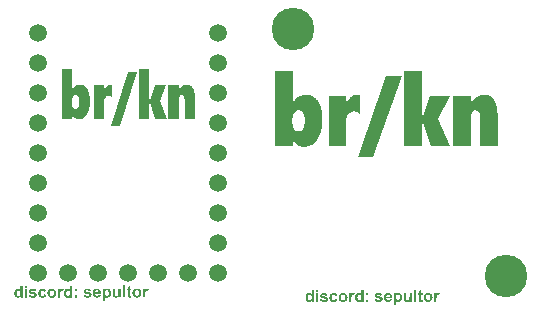
<source format=gbr>
%TF.GenerationSoftware,KiCad,Pcbnew,7.0.2*%
%TF.CreationDate,2024-03-04T12:30:01-06:00*%
%TF.ProjectId,brkn_covers,62726b6e-5f63-46f7-9665-72732e6b6963,rev?*%
%TF.SameCoordinates,Original*%
%TF.FileFunction,Soldermask,Top*%
%TF.FilePolarity,Negative*%
%FSLAX46Y46*%
G04 Gerber Fmt 4.6, Leading zero omitted, Abs format (unit mm)*
G04 Created by KiCad (PCBNEW 7.0.2) date 2024-03-04 12:30:01*
%MOMM*%
%LPD*%
G01*
G04 APERTURE LIST*
%ADD10C,0.250000*%
%ADD11C,0.300000*%
%ADD12C,0.750000*%
%ADD13C,0.400000*%
%ADD14C,3.600000*%
%ADD15C,1.500000*%
G04 APERTURE END LIST*
D10*
%TO.C,Cover*%
G36*
X124775097Y-88750000D02*
G01*
X124595823Y-88750000D01*
X124595823Y-88642777D01*
X124587301Y-88654217D01*
X124578495Y-88665091D01*
X124569406Y-88675398D01*
X124560034Y-88685138D01*
X124550378Y-88694311D01*
X124540439Y-88702918D01*
X124530217Y-88710958D01*
X124519711Y-88718431D01*
X124508922Y-88725338D01*
X124497849Y-88731677D01*
X124490310Y-88735589D01*
X124478898Y-88740958D01*
X124467470Y-88745799D01*
X124456023Y-88750111D01*
X124444560Y-88753896D01*
X124433080Y-88757152D01*
X124421582Y-88759881D01*
X124410068Y-88762081D01*
X124398536Y-88763753D01*
X124386987Y-88764898D01*
X124375420Y-88765514D01*
X124367700Y-88765631D01*
X124352118Y-88765234D01*
X124336819Y-88764043D01*
X124321802Y-88762059D01*
X124307067Y-88759281D01*
X124292615Y-88755709D01*
X124278445Y-88751343D01*
X124264557Y-88746183D01*
X124250952Y-88740230D01*
X124237629Y-88733483D01*
X124224589Y-88725942D01*
X124211831Y-88717607D01*
X124199356Y-88708478D01*
X124187163Y-88698556D01*
X124175252Y-88687840D01*
X124163624Y-88676330D01*
X124152278Y-88664026D01*
X124141423Y-88650981D01*
X124131269Y-88637308D01*
X124121815Y-88623008D01*
X124113062Y-88608079D01*
X124105008Y-88592523D01*
X124097655Y-88576339D01*
X124091003Y-88559527D01*
X124085050Y-88542088D01*
X124079798Y-88524020D01*
X124075246Y-88505325D01*
X124073233Y-88495742D01*
X124071394Y-88486003D01*
X124069731Y-88476106D01*
X124068243Y-88466052D01*
X124066930Y-88455841D01*
X124065792Y-88445474D01*
X124064829Y-88434949D01*
X124064041Y-88424267D01*
X124063429Y-88413429D01*
X124062991Y-88402433D01*
X124062728Y-88391281D01*
X124062641Y-88379972D01*
X124062724Y-88368736D01*
X124259745Y-88368736D01*
X124259871Y-88383768D01*
X124260249Y-88398271D01*
X124260878Y-88412245D01*
X124261760Y-88425691D01*
X124262893Y-88438608D01*
X124264279Y-88450997D01*
X124265916Y-88462857D01*
X124267805Y-88474188D01*
X124269946Y-88484991D01*
X124272339Y-88495266D01*
X124274983Y-88505012D01*
X124279423Y-88518639D01*
X124284429Y-88531078D01*
X124290001Y-88542327D01*
X124291985Y-88545812D01*
X124297962Y-88555395D01*
X124304231Y-88564360D01*
X124310792Y-88572706D01*
X124317646Y-88580434D01*
X124324791Y-88587544D01*
X124332228Y-88594035D01*
X124343931Y-88602613D01*
X124356290Y-88609800D01*
X124369307Y-88615596D01*
X124382981Y-88620001D01*
X124397311Y-88623015D01*
X124407230Y-88624252D01*
X124417440Y-88624870D01*
X124422655Y-88624947D01*
X124434937Y-88624426D01*
X124446872Y-88622861D01*
X124458459Y-88620252D01*
X124469698Y-88616601D01*
X124480590Y-88611906D01*
X124491133Y-88606168D01*
X124501329Y-88599387D01*
X124511178Y-88591562D01*
X124520678Y-88582694D01*
X124529831Y-88572783D01*
X124535739Y-88565596D01*
X124544120Y-88553950D01*
X124549249Y-88545612D01*
X124554012Y-88536813D01*
X124558408Y-88527555D01*
X124562438Y-88517837D01*
X124566102Y-88507659D01*
X124569399Y-88497021D01*
X124572330Y-88485923D01*
X124574894Y-88474365D01*
X124577093Y-88462348D01*
X124578924Y-88449871D01*
X124580390Y-88436933D01*
X124581489Y-88423536D01*
X124582222Y-88409679D01*
X124582588Y-88395362D01*
X124582634Y-88388032D01*
X124582456Y-88371864D01*
X124581924Y-88356272D01*
X124581037Y-88341257D01*
X124579795Y-88326818D01*
X124578197Y-88312956D01*
X124576245Y-88299669D01*
X124573938Y-88286959D01*
X124571277Y-88274825D01*
X124568260Y-88263267D01*
X124564888Y-88252286D01*
X124561161Y-88241881D01*
X124557080Y-88232052D01*
X124552643Y-88222799D01*
X124547852Y-88214123D01*
X124540000Y-88202189D01*
X124537205Y-88198499D01*
X124528507Y-88188111D01*
X124519359Y-88178744D01*
X124509760Y-88170399D01*
X124499710Y-88163076D01*
X124489209Y-88156775D01*
X124478257Y-88151496D01*
X124466855Y-88147238D01*
X124455002Y-88144002D01*
X124442698Y-88141789D01*
X124429943Y-88140596D01*
X124421189Y-88140369D01*
X124408516Y-88140874D01*
X124396234Y-88142387D01*
X124384342Y-88144910D01*
X124372841Y-88148441D01*
X124361730Y-88152981D01*
X124351011Y-88158530D01*
X124340681Y-88165088D01*
X124330743Y-88172655D01*
X124321195Y-88181231D01*
X124312039Y-88190816D01*
X124306151Y-88197766D01*
X124297858Y-88208981D01*
X124290380Y-88221191D01*
X124285848Y-88229884D01*
X124281679Y-88239021D01*
X124277872Y-88248599D01*
X124274428Y-88258621D01*
X124271346Y-88269085D01*
X124268627Y-88279992D01*
X124266271Y-88291342D01*
X124264277Y-88303134D01*
X124262645Y-88315369D01*
X124261376Y-88328047D01*
X124260470Y-88341168D01*
X124259926Y-88354731D01*
X124259745Y-88368736D01*
X124062724Y-88368736D01*
X124062726Y-88368412D01*
X124062981Y-88357026D01*
X124063407Y-88345815D01*
X124064003Y-88334779D01*
X124064770Y-88323917D01*
X124065706Y-88313230D01*
X124066813Y-88302718D01*
X124068090Y-88292380D01*
X124069538Y-88282217D01*
X124071156Y-88272228D01*
X124072944Y-88262414D01*
X124074903Y-88252774D01*
X124079330Y-88234019D01*
X124084439Y-88215963D01*
X124090230Y-88198604D01*
X124096701Y-88181944D01*
X124103854Y-88165982D01*
X124111688Y-88150719D01*
X124120203Y-88136154D01*
X124129399Y-88122288D01*
X124139277Y-88109120D01*
X124149836Y-88096650D01*
X124160944Y-88084908D01*
X124172409Y-88073924D01*
X124184231Y-88063697D01*
X124196410Y-88054228D01*
X124208945Y-88045516D01*
X124221838Y-88037562D01*
X124235087Y-88030366D01*
X124248693Y-88023927D01*
X124262656Y-88018245D01*
X124276975Y-88013321D01*
X124291652Y-88009155D01*
X124306685Y-88005746D01*
X124322075Y-88003094D01*
X124337822Y-88001201D01*
X124353926Y-88000064D01*
X124370387Y-87999685D01*
X124385554Y-88000082D01*
X124400463Y-88001273D01*
X124415115Y-88003258D01*
X124429509Y-88006036D01*
X124443645Y-88009608D01*
X124457524Y-88013974D01*
X124471146Y-88019133D01*
X124484509Y-88025087D01*
X124497615Y-88031834D01*
X124510464Y-88039375D01*
X124523055Y-88047710D01*
X124535388Y-88056838D01*
X124547464Y-88066761D01*
X124559282Y-88077477D01*
X124570842Y-88088987D01*
X124582145Y-88101290D01*
X124582145Y-87733949D01*
X124775097Y-87733949D01*
X124775097Y-88750000D01*
G37*
G36*
X124960722Y-87905896D02*
G01*
X124960722Y-87733949D01*
X125153918Y-87733949D01*
X125153918Y-87905896D01*
X124960722Y-87905896D01*
G37*
G36*
X124960722Y-88750000D02*
G01*
X124960722Y-88015317D01*
X125153918Y-88015317D01*
X125153918Y-88750000D01*
X124960722Y-88750000D01*
G37*
G36*
X125281657Y-88546789D02*
G01*
X125475341Y-88515526D01*
X125477898Y-88525374D01*
X125480897Y-88534766D01*
X125485583Y-88546581D01*
X125491056Y-88557588D01*
X125497315Y-88567785D01*
X125504360Y-88577173D01*
X125512191Y-88585752D01*
X125520808Y-88593522D01*
X125525411Y-88597103D01*
X125535349Y-88603629D01*
X125546233Y-88609285D01*
X125558063Y-88614071D01*
X125567557Y-88617089D01*
X125577584Y-88619618D01*
X125588143Y-88621657D01*
X125599234Y-88623207D01*
X125610857Y-88624267D01*
X125623013Y-88624838D01*
X125631413Y-88624947D01*
X125645102Y-88624705D01*
X125658143Y-88623977D01*
X125670536Y-88622764D01*
X125682280Y-88621066D01*
X125693376Y-88618883D01*
X125703824Y-88616215D01*
X125713623Y-88613061D01*
X125722775Y-88609422D01*
X125733968Y-88603816D01*
X125744009Y-88597348D01*
X125752641Y-88589731D01*
X125759487Y-88581170D01*
X125764548Y-88571665D01*
X125767822Y-88561215D01*
X125769311Y-88549821D01*
X125769410Y-88545812D01*
X125768555Y-88535295D01*
X125765990Y-88525724D01*
X125761062Y-88516087D01*
X125755732Y-88509420D01*
X125747710Y-88503530D01*
X125738098Y-88498630D01*
X125728160Y-88494651D01*
X125716469Y-88490768D01*
X125705854Y-88487730D01*
X125694117Y-88484754D01*
X125691008Y-88484019D01*
X125676581Y-88480807D01*
X125662489Y-88477611D01*
X125648730Y-88474433D01*
X125635305Y-88471273D01*
X125622214Y-88468129D01*
X125609457Y-88465002D01*
X125597034Y-88461893D01*
X125584945Y-88458801D01*
X125573190Y-88455726D01*
X125561769Y-88452668D01*
X125550682Y-88449628D01*
X125539928Y-88446604D01*
X125529509Y-88443598D01*
X125519423Y-88440609D01*
X125509672Y-88437637D01*
X125500254Y-88434682D01*
X125482421Y-88428824D01*
X125465923Y-88423035D01*
X125450761Y-88417314D01*
X125436934Y-88411662D01*
X125424444Y-88406079D01*
X125413288Y-88400564D01*
X125403469Y-88395118D01*
X125394986Y-88389741D01*
X125384516Y-88382141D01*
X125374721Y-88374178D01*
X125365602Y-88365853D01*
X125357158Y-88357165D01*
X125349390Y-88348115D01*
X125342298Y-88338702D01*
X125335881Y-88328927D01*
X125330139Y-88318789D01*
X125325073Y-88308288D01*
X125320682Y-88297425D01*
X125316967Y-88286200D01*
X125313927Y-88274611D01*
X125311563Y-88262661D01*
X125309875Y-88250347D01*
X125308861Y-88237672D01*
X125308524Y-88224633D01*
X125308816Y-88212846D01*
X125309691Y-88201296D01*
X125311151Y-88189986D01*
X125313195Y-88178914D01*
X125315822Y-88168080D01*
X125319034Y-88157485D01*
X125322829Y-88147129D01*
X125327208Y-88137011D01*
X125332171Y-88127132D01*
X125337718Y-88117491D01*
X125343849Y-88108088D01*
X125350564Y-88098924D01*
X125357863Y-88089999D01*
X125365745Y-88081312D01*
X125374212Y-88072864D01*
X125383262Y-88064654D01*
X125392956Y-88056787D01*
X125403294Y-88049427D01*
X125414274Y-88042575D01*
X125425898Y-88036230D01*
X125438164Y-88030393D01*
X125451074Y-88025064D01*
X125464626Y-88020242D01*
X125478822Y-88015928D01*
X125493661Y-88012121D01*
X125509142Y-88008822D01*
X125525267Y-88006030D01*
X125542035Y-88003746D01*
X125559446Y-88001970D01*
X125577500Y-88000701D01*
X125596197Y-87999939D01*
X125615537Y-87999685D01*
X125633951Y-87999886D01*
X125651765Y-88000487D01*
X125668977Y-88001489D01*
X125685589Y-88002891D01*
X125701599Y-88004694D01*
X125717008Y-88006898D01*
X125731816Y-88009503D01*
X125746024Y-88012508D01*
X125759630Y-88015914D01*
X125772635Y-88019721D01*
X125785039Y-88023928D01*
X125796841Y-88028537D01*
X125808043Y-88033546D01*
X125818644Y-88038955D01*
X125828643Y-88044765D01*
X125838042Y-88050976D01*
X125846992Y-88057581D01*
X125855586Y-88064570D01*
X125863822Y-88071945D01*
X125871702Y-88079706D01*
X125879225Y-88087851D01*
X125886391Y-88096383D01*
X125893200Y-88105300D01*
X125899652Y-88114602D01*
X125905748Y-88124289D01*
X125911487Y-88134363D01*
X125916869Y-88144821D01*
X125921894Y-88155665D01*
X125926562Y-88166895D01*
X125930873Y-88178509D01*
X125934828Y-88190510D01*
X125938426Y-88202896D01*
X125756221Y-88234159D01*
X125752962Y-88223133D01*
X125749046Y-88212772D01*
X125744474Y-88203075D01*
X125739246Y-88194042D01*
X125733361Y-88185673D01*
X125726820Y-88177967D01*
X125719622Y-88170926D01*
X125711769Y-88164549D01*
X125703212Y-88158882D01*
X125693786Y-88153971D01*
X125683490Y-88149815D01*
X125672323Y-88146414D01*
X125660287Y-88143770D01*
X125647380Y-88141881D01*
X125637129Y-88140960D01*
X125626388Y-88140464D01*
X125618956Y-88140369D01*
X125605048Y-88140556D01*
X125591900Y-88141116D01*
X125579511Y-88142050D01*
X125567883Y-88143358D01*
X125557014Y-88145038D01*
X125546906Y-88147093D01*
X125534609Y-88150413D01*
X125523664Y-88154397D01*
X125514070Y-88159045D01*
X125509780Y-88161618D01*
X125501214Y-88168676D01*
X125494753Y-88176598D01*
X125490395Y-88185386D01*
X125488141Y-88195038D01*
X125487798Y-88200942D01*
X125489004Y-88210818D01*
X125492622Y-88219931D01*
X125498651Y-88228282D01*
X125505906Y-88234962D01*
X125507093Y-88235868D01*
X125515626Y-88240940D01*
X125524651Y-88245070D01*
X125535925Y-88249478D01*
X125549449Y-88254166D01*
X125559715Y-88257446D01*
X125570981Y-88260850D01*
X125583246Y-88264378D01*
X125596512Y-88268030D01*
X125610777Y-88271807D01*
X125626042Y-88275707D01*
X125642307Y-88279731D01*
X125659572Y-88283879D01*
X125677837Y-88288152D01*
X125687344Y-88290334D01*
X125696886Y-88292533D01*
X125715425Y-88297025D01*
X125733240Y-88301643D01*
X125750329Y-88306386D01*
X125766694Y-88311256D01*
X125782333Y-88316251D01*
X125797247Y-88321373D01*
X125811436Y-88326620D01*
X125824900Y-88331994D01*
X125837638Y-88337493D01*
X125849652Y-88343118D01*
X125860941Y-88348869D01*
X125871504Y-88354746D01*
X125881343Y-88360749D01*
X125890456Y-88366878D01*
X125898844Y-88373133D01*
X125902766Y-88376308D01*
X125910072Y-88382910D01*
X125920146Y-88393414D01*
X125929160Y-88404640D01*
X125937113Y-88416587D01*
X125944006Y-88429255D01*
X125949839Y-88442645D01*
X125953138Y-88451972D01*
X125955966Y-88461619D01*
X125958322Y-88471587D01*
X125960208Y-88481876D01*
X125961622Y-88492485D01*
X125962564Y-88503415D01*
X125963035Y-88514666D01*
X125963094Y-88520411D01*
X125962767Y-88532850D01*
X125961785Y-88545072D01*
X125960149Y-88557076D01*
X125957858Y-88568863D01*
X125954913Y-88580432D01*
X125951314Y-88591784D01*
X125947059Y-88602918D01*
X125942151Y-88613834D01*
X125936587Y-88624533D01*
X125930370Y-88635015D01*
X125923497Y-88645278D01*
X125915971Y-88655325D01*
X125907790Y-88665154D01*
X125898954Y-88674765D01*
X125889464Y-88684159D01*
X125879319Y-88693335D01*
X125868533Y-88702090D01*
X125857120Y-88710280D01*
X125845078Y-88717904D01*
X125832409Y-88724965D01*
X125819112Y-88731460D01*
X125805188Y-88737390D01*
X125790635Y-88742756D01*
X125775455Y-88747557D01*
X125759647Y-88751793D01*
X125743211Y-88755464D01*
X125726147Y-88758571D01*
X125708456Y-88761113D01*
X125690137Y-88763089D01*
X125671190Y-88764501D01*
X125651615Y-88765349D01*
X125641592Y-88765560D01*
X125631413Y-88765631D01*
X125613002Y-88765401D01*
X125595078Y-88764711D01*
X125577640Y-88763562D01*
X125560689Y-88761952D01*
X125544225Y-88759883D01*
X125528247Y-88757353D01*
X125512755Y-88754364D01*
X125497751Y-88750915D01*
X125483233Y-88747007D01*
X125469201Y-88742638D01*
X125455656Y-88737809D01*
X125442598Y-88732521D01*
X125430026Y-88726773D01*
X125417941Y-88720564D01*
X125406342Y-88713896D01*
X125395230Y-88706769D01*
X125384625Y-88699246D01*
X125374488Y-88691393D01*
X125364819Y-88683210D01*
X125355617Y-88674696D01*
X125346882Y-88665853D01*
X125338615Y-88656680D01*
X125330816Y-88647176D01*
X125323483Y-88637342D01*
X125316619Y-88627179D01*
X125310222Y-88616685D01*
X125304292Y-88605861D01*
X125298830Y-88594707D01*
X125293836Y-88583223D01*
X125289309Y-88571408D01*
X125285249Y-88559264D01*
X125281657Y-88546789D01*
G37*
G36*
X126764455Y-88218527D02*
G01*
X126574190Y-88249790D01*
X126572187Y-88239816D01*
X126569751Y-88230318D01*
X126565828Y-88218396D01*
X126561134Y-88207321D01*
X126555669Y-88197094D01*
X126549433Y-88187713D01*
X126542426Y-88179180D01*
X126534648Y-88171494D01*
X126530471Y-88167969D01*
X126521666Y-88161500D01*
X126512229Y-88155894D01*
X126502157Y-88151150D01*
X126491453Y-88147269D01*
X126480115Y-88144251D01*
X126468143Y-88142094D01*
X126455538Y-88140801D01*
X126445668Y-88140396D01*
X126442299Y-88140369D01*
X126429045Y-88140837D01*
X126416301Y-88142241D01*
X126404069Y-88144581D01*
X126392347Y-88147857D01*
X126381137Y-88152069D01*
X126370437Y-88157216D01*
X126360248Y-88163300D01*
X126350570Y-88170320D01*
X126341403Y-88178275D01*
X126332747Y-88187167D01*
X126327260Y-88193614D01*
X126319578Y-88204227D01*
X126312652Y-88216097D01*
X126306481Y-88229225D01*
X126302787Y-88238676D01*
X126299428Y-88248687D01*
X126296406Y-88259256D01*
X126293719Y-88270384D01*
X126291368Y-88282071D01*
X126289353Y-88294318D01*
X126287674Y-88307124D01*
X126286331Y-88320488D01*
X126285323Y-88334412D01*
X126284652Y-88348895D01*
X126284316Y-88363937D01*
X126284274Y-88371667D01*
X126284444Y-88388691D01*
X126284953Y-88405079D01*
X126285802Y-88420832D01*
X126286991Y-88435949D01*
X126288519Y-88450431D01*
X126290387Y-88464277D01*
X126292595Y-88477488D01*
X126295143Y-88490064D01*
X126298030Y-88502004D01*
X126301256Y-88513309D01*
X126304823Y-88523979D01*
X126308729Y-88534012D01*
X126312974Y-88543411D01*
X126317559Y-88552174D01*
X126325074Y-88564128D01*
X126327749Y-88567794D01*
X126336208Y-88578008D01*
X126345191Y-88587217D01*
X126354698Y-88595422D01*
X126364729Y-88602622D01*
X126375283Y-88608817D01*
X126386362Y-88614008D01*
X126397964Y-88618194D01*
X126410089Y-88621375D01*
X126422739Y-88623552D01*
X126435912Y-88624724D01*
X126444986Y-88624947D01*
X126455114Y-88624670D01*
X126464889Y-88623839D01*
X126477376Y-88621870D01*
X126489237Y-88618916D01*
X126500473Y-88614978D01*
X126511082Y-88610055D01*
X126521065Y-88604147D01*
X126530423Y-88597255D01*
X126534867Y-88593440D01*
X126543335Y-88584788D01*
X126551155Y-88574709D01*
X126556594Y-88566214D01*
X126561668Y-88556915D01*
X126566377Y-88546814D01*
X126570721Y-88535909D01*
X126574700Y-88524202D01*
X126578314Y-88511692D01*
X126581564Y-88498379D01*
X126584448Y-88484263D01*
X126773981Y-88515526D01*
X126770075Y-88530769D01*
X126765745Y-88545538D01*
X126760992Y-88559834D01*
X126755815Y-88573656D01*
X126750215Y-88587006D01*
X126744191Y-88599882D01*
X126737743Y-88612285D01*
X126730872Y-88624214D01*
X126723577Y-88635671D01*
X126715858Y-88646654D01*
X126707716Y-88657164D01*
X126699151Y-88667201D01*
X126690161Y-88676765D01*
X126680749Y-88685855D01*
X126670912Y-88694472D01*
X126660652Y-88702616D01*
X126649957Y-88710247D01*
X126638815Y-88717385D01*
X126627227Y-88724032D01*
X126615192Y-88730185D01*
X126602711Y-88735847D01*
X126589783Y-88741016D01*
X126576409Y-88745693D01*
X126562588Y-88749877D01*
X126548321Y-88753570D01*
X126533608Y-88756770D01*
X126518447Y-88759477D01*
X126502841Y-88761693D01*
X126486787Y-88763416D01*
X126470288Y-88764646D01*
X126453341Y-88765385D01*
X126435949Y-88765631D01*
X126426013Y-88765532D01*
X126416204Y-88765235D01*
X126396965Y-88764047D01*
X126378232Y-88762068D01*
X126360004Y-88759296D01*
X126342282Y-88755733D01*
X126325066Y-88751377D01*
X126308356Y-88746230D01*
X126292151Y-88740291D01*
X126276451Y-88733560D01*
X126261258Y-88726037D01*
X126246570Y-88717722D01*
X126232387Y-88708616D01*
X126218711Y-88698717D01*
X126205540Y-88688027D01*
X126192874Y-88676544D01*
X126180715Y-88664270D01*
X126169210Y-88651266D01*
X126158447Y-88637655D01*
X126148426Y-88623438D01*
X126139148Y-88608613D01*
X126130612Y-88593182D01*
X126122818Y-88577144D01*
X126115766Y-88560499D01*
X126109457Y-88543248D01*
X126103890Y-88525390D01*
X126099065Y-88506924D01*
X126094983Y-88487853D01*
X126093220Y-88478089D01*
X126091642Y-88468174D01*
X126090251Y-88458107D01*
X126089045Y-88447888D01*
X126088024Y-88437518D01*
X126087189Y-88426996D01*
X126086539Y-88416322D01*
X126086075Y-88405497D01*
X126085797Y-88394520D01*
X126085704Y-88383391D01*
X126085798Y-88372127D01*
X126086077Y-88361021D01*
X126086544Y-88350071D01*
X126087196Y-88339278D01*
X126088036Y-88328643D01*
X126089062Y-88318164D01*
X126090274Y-88307842D01*
X126091673Y-88297677D01*
X126093258Y-88287669D01*
X126095030Y-88277818D01*
X126096989Y-88268124D01*
X126099134Y-88258587D01*
X126103983Y-88239983D01*
X126109579Y-88222008D01*
X126115921Y-88204660D01*
X126123009Y-88187939D01*
X126130842Y-88171847D01*
X126139422Y-88156383D01*
X126148749Y-88141546D01*
X126158821Y-88127337D01*
X126169639Y-88113755D01*
X126181203Y-88100802D01*
X126193404Y-88088557D01*
X126206131Y-88077103D01*
X126219385Y-88066438D01*
X126233166Y-88056564D01*
X126247473Y-88047479D01*
X126262307Y-88039184D01*
X126277668Y-88031679D01*
X126293555Y-88024965D01*
X126309969Y-88019040D01*
X126326909Y-88013905D01*
X126344377Y-88009560D01*
X126362370Y-88006005D01*
X126380891Y-88003240D01*
X126399938Y-88001265D01*
X126419512Y-88000080D01*
X126429496Y-87999784D01*
X126439612Y-87999685D01*
X126456038Y-87999897D01*
X126472039Y-88000533D01*
X126487615Y-88001592D01*
X126502764Y-88003074D01*
X126517488Y-88004981D01*
X126531787Y-88007310D01*
X126545660Y-88010064D01*
X126559108Y-88013241D01*
X126572130Y-88016842D01*
X126584727Y-88020866D01*
X126596898Y-88025314D01*
X126608644Y-88030185D01*
X126619964Y-88035480D01*
X126630858Y-88041199D01*
X126641327Y-88047341D01*
X126651371Y-88053907D01*
X126661029Y-88060876D01*
X126670342Y-88068287D01*
X126679309Y-88076141D01*
X126687931Y-88084438D01*
X126696207Y-88093177D01*
X126704139Y-88102359D01*
X126711724Y-88111984D01*
X126718965Y-88122051D01*
X126725860Y-88132561D01*
X126732410Y-88143514D01*
X126738614Y-88154909D01*
X126744473Y-88166748D01*
X126749987Y-88179028D01*
X126755155Y-88191752D01*
X126759978Y-88204918D01*
X126764455Y-88218527D01*
G37*
G36*
X127248333Y-87999791D02*
G01*
X127258508Y-88000107D01*
X127268566Y-88000634D01*
X127278506Y-88001372D01*
X127288330Y-88002321D01*
X127298037Y-88003481D01*
X127317100Y-88006433D01*
X127335696Y-88010228D01*
X127353825Y-88014867D01*
X127371485Y-88020349D01*
X127388679Y-88026674D01*
X127405405Y-88033843D01*
X127421663Y-88041856D01*
X127437454Y-88050711D01*
X127452777Y-88060410D01*
X127467633Y-88070953D01*
X127482022Y-88082339D01*
X127495942Y-88094568D01*
X127509396Y-88107641D01*
X127522202Y-88121358D01*
X127534183Y-88135523D01*
X127545337Y-88150133D01*
X127555665Y-88165191D01*
X127565166Y-88180694D01*
X127573842Y-88196644D01*
X127581691Y-88213041D01*
X127588714Y-88229884D01*
X127594910Y-88247174D01*
X127600281Y-88264910D01*
X127604825Y-88283093D01*
X127608543Y-88301722D01*
X127611435Y-88320798D01*
X127612571Y-88330503D01*
X127613501Y-88340320D01*
X127614224Y-88350249D01*
X127614740Y-88360289D01*
X127615050Y-88370441D01*
X127615153Y-88380704D01*
X127615049Y-88391029D01*
X127614735Y-88401244D01*
X127614213Y-88411347D01*
X127613481Y-88421340D01*
X127612541Y-88431223D01*
X127611392Y-88440994D01*
X127608467Y-88460205D01*
X127604706Y-88478974D01*
X127600109Y-88497300D01*
X127594677Y-88515183D01*
X127588408Y-88532623D01*
X127581304Y-88549621D01*
X127573365Y-88566176D01*
X127564589Y-88582289D01*
X127554978Y-88597958D01*
X127544531Y-88613185D01*
X127533248Y-88627970D01*
X127521129Y-88642311D01*
X127508175Y-88656210D01*
X127494617Y-88669460D01*
X127480629Y-88681856D01*
X127466209Y-88693396D01*
X127451358Y-88704082D01*
X127436075Y-88713913D01*
X127420362Y-88722889D01*
X127404217Y-88731010D01*
X127387641Y-88738276D01*
X127370633Y-88744687D01*
X127353195Y-88750244D01*
X127335325Y-88754945D01*
X127317024Y-88758792D01*
X127298292Y-88761784D01*
X127279128Y-88763921D01*
X127269385Y-88764669D01*
X127259534Y-88765204D01*
X127249574Y-88765524D01*
X127239508Y-88765631D01*
X127226996Y-88765454D01*
X127214557Y-88764921D01*
X127202190Y-88764034D01*
X127189896Y-88762792D01*
X127177674Y-88761195D01*
X127165525Y-88759243D01*
X127153448Y-88756936D01*
X127141444Y-88754274D01*
X127129512Y-88751257D01*
X127117653Y-88747885D01*
X127105867Y-88744159D01*
X127094153Y-88740077D01*
X127082511Y-88735641D01*
X127070942Y-88730849D01*
X127059445Y-88725703D01*
X127048021Y-88720202D01*
X127036834Y-88714328D01*
X127025986Y-88708123D01*
X127015478Y-88701589D01*
X127005309Y-88694724D01*
X126995480Y-88687530D01*
X126985991Y-88680005D01*
X126976842Y-88672150D01*
X126968032Y-88663965D01*
X126959561Y-88655450D01*
X126951431Y-88646605D01*
X126943640Y-88637429D01*
X126936188Y-88627924D01*
X126929077Y-88618088D01*
X126922305Y-88607923D01*
X126915872Y-88597427D01*
X126909780Y-88586601D01*
X126904042Y-88575460D01*
X126898674Y-88564020D01*
X126893677Y-88552280D01*
X126889050Y-88540241D01*
X126884792Y-88527902D01*
X126880906Y-88515263D01*
X126877389Y-88502325D01*
X126874242Y-88489087D01*
X126871466Y-88475550D01*
X126869060Y-88461713D01*
X126867024Y-88447576D01*
X126865358Y-88433140D01*
X126864062Y-88418405D01*
X126863137Y-88403369D01*
X126862582Y-88388034D01*
X126862518Y-88382658D01*
X127060233Y-88382658D01*
X127060435Y-88397129D01*
X127061039Y-88411170D01*
X127062045Y-88424782D01*
X127063454Y-88437964D01*
X127065266Y-88450717D01*
X127067480Y-88463041D01*
X127070097Y-88474935D01*
X127073117Y-88486400D01*
X127076539Y-88497436D01*
X127080364Y-88508043D01*
X127084592Y-88518220D01*
X127089222Y-88527967D01*
X127094255Y-88537286D01*
X127099690Y-88546175D01*
X127105528Y-88554635D01*
X127111769Y-88562665D01*
X127118304Y-88570207D01*
X127128458Y-88580608D01*
X127139032Y-88589914D01*
X127150027Y-88598125D01*
X127161443Y-88605241D01*
X127173280Y-88611262D01*
X127185537Y-88616189D01*
X127198216Y-88620021D01*
X127211315Y-88622758D01*
X127224834Y-88624400D01*
X127238775Y-88624947D01*
X127252711Y-88624400D01*
X127266218Y-88622758D01*
X127279295Y-88620021D01*
X127291943Y-88616189D01*
X127304162Y-88611262D01*
X127315952Y-88605241D01*
X127327312Y-88598125D01*
X127338243Y-88589914D01*
X127348744Y-88580608D01*
X127358816Y-88570207D01*
X127365293Y-88562665D01*
X127371504Y-88554629D01*
X127377314Y-88546152D01*
X127382724Y-88537234D01*
X127387732Y-88527876D01*
X127392341Y-88518077D01*
X127396548Y-88507837D01*
X127400355Y-88497156D01*
X127403761Y-88486034D01*
X127406766Y-88474472D01*
X127409371Y-88462468D01*
X127411575Y-88450024D01*
X127413378Y-88437140D01*
X127414780Y-88423814D01*
X127415782Y-88410048D01*
X127416383Y-88395841D01*
X127416584Y-88381193D01*
X127416383Y-88366901D01*
X127415782Y-88353029D01*
X127414780Y-88339576D01*
X127413378Y-88326543D01*
X127411575Y-88313931D01*
X127409371Y-88301738D01*
X127406766Y-88289964D01*
X127403761Y-88278611D01*
X127400355Y-88267677D01*
X127396548Y-88257163D01*
X127392341Y-88247069D01*
X127387732Y-88237395D01*
X127382724Y-88228140D01*
X127377314Y-88219306D01*
X127371504Y-88210891D01*
X127365293Y-88202896D01*
X127358816Y-88195324D01*
X127348744Y-88184883D01*
X127338243Y-88175540D01*
X127327312Y-88167297D01*
X127315952Y-88160153D01*
X127304162Y-88154108D01*
X127291943Y-88149162D01*
X127279295Y-88145315D01*
X127266218Y-88142568D01*
X127252711Y-88140919D01*
X127238775Y-88140369D01*
X127224834Y-88140919D01*
X127211315Y-88142568D01*
X127198216Y-88145315D01*
X127185537Y-88149162D01*
X127173280Y-88154108D01*
X127161443Y-88160153D01*
X127150027Y-88167297D01*
X127139032Y-88175540D01*
X127128458Y-88184883D01*
X127118304Y-88195324D01*
X127111769Y-88202896D01*
X127105528Y-88210896D01*
X127099690Y-88219328D01*
X127094255Y-88228192D01*
X127089222Y-88237486D01*
X127084592Y-88247212D01*
X127080364Y-88257369D01*
X127076539Y-88267958D01*
X127073117Y-88278977D01*
X127070097Y-88290428D01*
X127067480Y-88302310D01*
X127065266Y-88314623D01*
X127063454Y-88327368D01*
X127062045Y-88340544D01*
X127061039Y-88354151D01*
X127060435Y-88368189D01*
X127060233Y-88382658D01*
X126862518Y-88382658D01*
X126862397Y-88372400D01*
X126862582Y-88360335D01*
X126863137Y-88348319D01*
X126864062Y-88336353D01*
X126865358Y-88324437D01*
X126867024Y-88312570D01*
X126869060Y-88300753D01*
X126871466Y-88288985D01*
X126874242Y-88277267D01*
X126877389Y-88265599D01*
X126880906Y-88253980D01*
X126884792Y-88242411D01*
X126889050Y-88230892D01*
X126893677Y-88219422D01*
X126898674Y-88208002D01*
X126904042Y-88196631D01*
X126909780Y-88185310D01*
X126915857Y-88174181D01*
X126922244Y-88163385D01*
X126928939Y-88152924D01*
X126935944Y-88142797D01*
X126943258Y-88133003D01*
X126950881Y-88123543D01*
X126958813Y-88114418D01*
X126967055Y-88105626D01*
X126975605Y-88097168D01*
X126984465Y-88089044D01*
X126993633Y-88081254D01*
X127003111Y-88073798D01*
X127012898Y-88066676D01*
X127022994Y-88059888D01*
X127033399Y-88053433D01*
X127044113Y-88047313D01*
X127055060Y-88041545D01*
X127066164Y-88036150D01*
X127077424Y-88031127D01*
X127088840Y-88026476D01*
X127100413Y-88022197D01*
X127112143Y-88018290D01*
X127124028Y-88014755D01*
X127136071Y-88011592D01*
X127148269Y-88008802D01*
X127160625Y-88006383D01*
X127173136Y-88004337D01*
X127185805Y-88002662D01*
X127198629Y-88001360D01*
X127211610Y-88000430D01*
X127224748Y-87999872D01*
X127238042Y-87999685D01*
X127248333Y-87999791D01*
G37*
G36*
X127946591Y-88750000D02*
G01*
X127753639Y-88750000D01*
X127753639Y-88015317D01*
X127932913Y-88015317D01*
X127932913Y-88119120D01*
X127938616Y-88110128D01*
X127944247Y-88101531D01*
X127949806Y-88093329D01*
X127958007Y-88081766D01*
X127966046Y-88071092D01*
X127973921Y-88061307D01*
X127981634Y-88052410D01*
X127989183Y-88044403D01*
X127996569Y-88037284D01*
X128006163Y-88029174D01*
X128015467Y-88022644D01*
X128024844Y-88017263D01*
X128034533Y-88012600D01*
X128044536Y-88008654D01*
X128054851Y-88005425D01*
X128065480Y-88002914D01*
X128076421Y-88001120D01*
X128087675Y-88000044D01*
X128099242Y-87999685D01*
X128111564Y-88000033D01*
X128123800Y-88001077D01*
X128135950Y-88002815D01*
X128148015Y-88005250D01*
X128159993Y-88008379D01*
X128171886Y-88012205D01*
X128183692Y-88016726D01*
X128195413Y-88021942D01*
X128207048Y-88027854D01*
X128218597Y-88034461D01*
X128226249Y-88039253D01*
X128166409Y-88219016D01*
X128157312Y-88213341D01*
X128148340Y-88208225D01*
X128139492Y-88203667D01*
X128127889Y-88198458D01*
X128116507Y-88194241D01*
X128105346Y-88191016D01*
X128094406Y-88188783D01*
X128083688Y-88187543D01*
X128075795Y-88187264D01*
X128065850Y-88187607D01*
X128053955Y-88189003D01*
X128042656Y-88191471D01*
X128031954Y-88195013D01*
X128021848Y-88199629D01*
X128012338Y-88205317D01*
X128006919Y-88209246D01*
X127998433Y-88216980D01*
X127992066Y-88224412D01*
X127986072Y-88232951D01*
X127980453Y-88242597D01*
X127975207Y-88253349D01*
X127970336Y-88265208D01*
X127966928Y-88274829D01*
X127963730Y-88285072D01*
X127962711Y-88288625D01*
X127959830Y-88300446D01*
X127957232Y-88314479D01*
X127955658Y-88325063D01*
X127954210Y-88336629D01*
X127952887Y-88349178D01*
X127951691Y-88362710D01*
X127950621Y-88377224D01*
X127949676Y-88392721D01*
X127948857Y-88409201D01*
X127948165Y-88426663D01*
X127947598Y-88445108D01*
X127947157Y-88464536D01*
X127946984Y-88474618D01*
X127946842Y-88484946D01*
X127946732Y-88495520D01*
X127946654Y-88506340D01*
X127946606Y-88517405D01*
X127946591Y-88528715D01*
X127946591Y-88750000D01*
G37*
G36*
X128975097Y-88750000D02*
G01*
X128795823Y-88750000D01*
X128795823Y-88642777D01*
X128787301Y-88654217D01*
X128778495Y-88665091D01*
X128769406Y-88675398D01*
X128760034Y-88685138D01*
X128750378Y-88694311D01*
X128740439Y-88702918D01*
X128730217Y-88710958D01*
X128719711Y-88718431D01*
X128708922Y-88725338D01*
X128697849Y-88731677D01*
X128690310Y-88735589D01*
X128678898Y-88740958D01*
X128667470Y-88745799D01*
X128656023Y-88750111D01*
X128644560Y-88753896D01*
X128633080Y-88757152D01*
X128621582Y-88759881D01*
X128610068Y-88762081D01*
X128598536Y-88763753D01*
X128586987Y-88764898D01*
X128575420Y-88765514D01*
X128567700Y-88765631D01*
X128552118Y-88765234D01*
X128536819Y-88764043D01*
X128521802Y-88762059D01*
X128507067Y-88759281D01*
X128492615Y-88755709D01*
X128478445Y-88751343D01*
X128464557Y-88746183D01*
X128450952Y-88740230D01*
X128437629Y-88733483D01*
X128424589Y-88725942D01*
X128411831Y-88717607D01*
X128399356Y-88708478D01*
X128387163Y-88698556D01*
X128375252Y-88687840D01*
X128363624Y-88676330D01*
X128352278Y-88664026D01*
X128341423Y-88650981D01*
X128331269Y-88637308D01*
X128321815Y-88623008D01*
X128313062Y-88608079D01*
X128305008Y-88592523D01*
X128297655Y-88576339D01*
X128291003Y-88559527D01*
X128285050Y-88542088D01*
X128279798Y-88524020D01*
X128275246Y-88505325D01*
X128273233Y-88495742D01*
X128271394Y-88486003D01*
X128269731Y-88476106D01*
X128268243Y-88466052D01*
X128266930Y-88455841D01*
X128265792Y-88445474D01*
X128264829Y-88434949D01*
X128264041Y-88424267D01*
X128263429Y-88413429D01*
X128262991Y-88402433D01*
X128262728Y-88391281D01*
X128262641Y-88379972D01*
X128262724Y-88368736D01*
X128459745Y-88368736D01*
X128459871Y-88383768D01*
X128460249Y-88398271D01*
X128460878Y-88412245D01*
X128461760Y-88425691D01*
X128462893Y-88438608D01*
X128464279Y-88450997D01*
X128465916Y-88462857D01*
X128467805Y-88474188D01*
X128469946Y-88484991D01*
X128472339Y-88495266D01*
X128474983Y-88505012D01*
X128479423Y-88518639D01*
X128484429Y-88531078D01*
X128490001Y-88542327D01*
X128491985Y-88545812D01*
X128497962Y-88555395D01*
X128504231Y-88564360D01*
X128510792Y-88572706D01*
X128517646Y-88580434D01*
X128524791Y-88587544D01*
X128532228Y-88594035D01*
X128543931Y-88602613D01*
X128556290Y-88609800D01*
X128569307Y-88615596D01*
X128582981Y-88620001D01*
X128597311Y-88623015D01*
X128607230Y-88624252D01*
X128617440Y-88624870D01*
X128622655Y-88624947D01*
X128634937Y-88624426D01*
X128646872Y-88622861D01*
X128658459Y-88620252D01*
X128669698Y-88616601D01*
X128680590Y-88611906D01*
X128691133Y-88606168D01*
X128701329Y-88599387D01*
X128711178Y-88591562D01*
X128720678Y-88582694D01*
X128729831Y-88572783D01*
X128735739Y-88565596D01*
X128744120Y-88553950D01*
X128749249Y-88545612D01*
X128754012Y-88536813D01*
X128758408Y-88527555D01*
X128762438Y-88517837D01*
X128766102Y-88507659D01*
X128769399Y-88497021D01*
X128772330Y-88485923D01*
X128774894Y-88474365D01*
X128777093Y-88462348D01*
X128778924Y-88449871D01*
X128780390Y-88436933D01*
X128781489Y-88423536D01*
X128782222Y-88409679D01*
X128782588Y-88395362D01*
X128782634Y-88388032D01*
X128782456Y-88371864D01*
X128781924Y-88356272D01*
X128781037Y-88341257D01*
X128779795Y-88326818D01*
X128778197Y-88312956D01*
X128776245Y-88299669D01*
X128773938Y-88286959D01*
X128771277Y-88274825D01*
X128768260Y-88263267D01*
X128764888Y-88252286D01*
X128761161Y-88241881D01*
X128757080Y-88232052D01*
X128752643Y-88222799D01*
X128747852Y-88214123D01*
X128740000Y-88202189D01*
X128737205Y-88198499D01*
X128728507Y-88188111D01*
X128719359Y-88178744D01*
X128709760Y-88170399D01*
X128699710Y-88163076D01*
X128689209Y-88156775D01*
X128678257Y-88151496D01*
X128666855Y-88147238D01*
X128655002Y-88144002D01*
X128642698Y-88141789D01*
X128629943Y-88140596D01*
X128621189Y-88140369D01*
X128608516Y-88140874D01*
X128596234Y-88142387D01*
X128584342Y-88144910D01*
X128572841Y-88148441D01*
X128561730Y-88152981D01*
X128551011Y-88158530D01*
X128540681Y-88165088D01*
X128530743Y-88172655D01*
X128521195Y-88181231D01*
X128512039Y-88190816D01*
X128506151Y-88197766D01*
X128497858Y-88208981D01*
X128490380Y-88221191D01*
X128485848Y-88229884D01*
X128481679Y-88239021D01*
X128477872Y-88248599D01*
X128474428Y-88258621D01*
X128471346Y-88269085D01*
X128468627Y-88279992D01*
X128466271Y-88291342D01*
X128464277Y-88303134D01*
X128462645Y-88315369D01*
X128461376Y-88328047D01*
X128460470Y-88341168D01*
X128459926Y-88354731D01*
X128459745Y-88368736D01*
X128262724Y-88368736D01*
X128262726Y-88368412D01*
X128262981Y-88357026D01*
X128263407Y-88345815D01*
X128264003Y-88334779D01*
X128264770Y-88323917D01*
X128265706Y-88313230D01*
X128266813Y-88302718D01*
X128268090Y-88292380D01*
X128269538Y-88282217D01*
X128271156Y-88272228D01*
X128272944Y-88262414D01*
X128274903Y-88252774D01*
X128279330Y-88234019D01*
X128284439Y-88215963D01*
X128290230Y-88198604D01*
X128296701Y-88181944D01*
X128303854Y-88165982D01*
X128311688Y-88150719D01*
X128320203Y-88136154D01*
X128329399Y-88122288D01*
X128339277Y-88109120D01*
X128349836Y-88096650D01*
X128360944Y-88084908D01*
X128372409Y-88073924D01*
X128384231Y-88063697D01*
X128396410Y-88054228D01*
X128408945Y-88045516D01*
X128421838Y-88037562D01*
X128435087Y-88030366D01*
X128448693Y-88023927D01*
X128462656Y-88018245D01*
X128476975Y-88013321D01*
X128491652Y-88009155D01*
X128506685Y-88005746D01*
X128522075Y-88003094D01*
X128537822Y-88001201D01*
X128553926Y-88000064D01*
X128570387Y-87999685D01*
X128585554Y-88000082D01*
X128600463Y-88001273D01*
X128615115Y-88003258D01*
X128629509Y-88006036D01*
X128643645Y-88009608D01*
X128657524Y-88013974D01*
X128671146Y-88019133D01*
X128684509Y-88025087D01*
X128697615Y-88031834D01*
X128710464Y-88039375D01*
X128723055Y-88047710D01*
X128735388Y-88056838D01*
X128747464Y-88066761D01*
X128759282Y-88077477D01*
X128770842Y-88088987D01*
X128782145Y-88101290D01*
X128782145Y-87733949D01*
X128975097Y-87733949D01*
X128975097Y-88750000D01*
G37*
G36*
X129197847Y-88202896D02*
G01*
X129197847Y-88015317D01*
X129391043Y-88015317D01*
X129391043Y-88202896D01*
X129197847Y-88202896D01*
G37*
G36*
X129197847Y-88750000D02*
G01*
X129197847Y-88562421D01*
X129391043Y-88562421D01*
X129391043Y-88750000D01*
X129197847Y-88750000D01*
G37*
D11*
G36*
X122978503Y-71872219D02*
G01*
X122991936Y-71872219D01*
X123025284Y-71816199D01*
X123060758Y-71762447D01*
X123098357Y-71710961D01*
X123138081Y-71661742D01*
X123179930Y-71614790D01*
X123223905Y-71570105D01*
X123270004Y-71527687D01*
X123318229Y-71487536D01*
X123368579Y-71449652D01*
X123421054Y-71414034D01*
X123457219Y-71391549D01*
X123512917Y-71360122D01*
X123569647Y-71331786D01*
X123627406Y-71306541D01*
X123686196Y-71284387D01*
X123746017Y-71265325D01*
X123806868Y-71249354D01*
X123868749Y-71236474D01*
X123931660Y-71226685D01*
X123995602Y-71219987D01*
X124060575Y-71216381D01*
X124104462Y-71215694D01*
X124186594Y-71217766D01*
X124266292Y-71223983D01*
X124343558Y-71234344D01*
X124418391Y-71248850D01*
X124490790Y-71267500D01*
X124560757Y-71290295D01*
X124628292Y-71317234D01*
X124693393Y-71348318D01*
X124756061Y-71383546D01*
X124816296Y-71422919D01*
X124874099Y-71466436D01*
X124929469Y-71514098D01*
X124982405Y-71565904D01*
X125032909Y-71621854D01*
X125080980Y-71681950D01*
X125126618Y-71746189D01*
X125169652Y-71814224D01*
X125209909Y-71886072D01*
X125247390Y-71961732D01*
X125282094Y-72041204D01*
X125314022Y-72124489D01*
X125343174Y-72211586D01*
X125369549Y-72302496D01*
X125393148Y-72397219D01*
X125413971Y-72495753D01*
X125432017Y-72598101D01*
X125447287Y-72704261D01*
X125459781Y-72814233D01*
X125469498Y-72928017D01*
X125476439Y-73045615D01*
X125478868Y-73105843D01*
X125480604Y-73167024D01*
X125481645Y-73229159D01*
X125481992Y-73292247D01*
X125481248Y-73377907D01*
X125479015Y-73462331D01*
X125475294Y-73545519D01*
X125470085Y-73627470D01*
X125463387Y-73708184D01*
X125455201Y-73787663D01*
X125445527Y-73865904D01*
X125434364Y-73942909D01*
X125421713Y-74018678D01*
X125407574Y-74093210D01*
X125391946Y-74166506D01*
X125374830Y-74238565D01*
X125356226Y-74309388D01*
X125336133Y-74378975D01*
X125314552Y-74447324D01*
X125291482Y-74514438D01*
X125267044Y-74579811D01*
X125241355Y-74643306D01*
X125214417Y-74704924D01*
X125186229Y-74764665D01*
X125156791Y-74822527D01*
X125126103Y-74878512D01*
X125094166Y-74932620D01*
X125060978Y-74984849D01*
X125026541Y-75035202D01*
X124990854Y-75083676D01*
X124953917Y-75130273D01*
X124915730Y-75174993D01*
X124876293Y-75217834D01*
X124835607Y-75258798D01*
X124793671Y-75297885D01*
X124750484Y-75335094D01*
X124706311Y-75370053D01*
X124661412Y-75402757D01*
X124615788Y-75433205D01*
X124569439Y-75461398D01*
X124522365Y-75487335D01*
X124474566Y-75511017D01*
X124426042Y-75532444D01*
X124376793Y-75551615D01*
X124326819Y-75568531D01*
X124276119Y-75583191D01*
X124224695Y-75595596D01*
X124172545Y-75605745D01*
X124119670Y-75613639D01*
X124066070Y-75619278D01*
X124011745Y-75622661D01*
X123956695Y-75623789D01*
X123893898Y-75622179D01*
X123832818Y-75617349D01*
X123773456Y-75609299D01*
X123715811Y-75598029D01*
X123659883Y-75583539D01*
X123605672Y-75565829D01*
X123553179Y-75544899D01*
X123502404Y-75520749D01*
X123453345Y-75493379D01*
X123406004Y-75462789D01*
X123375397Y-75440607D01*
X123330940Y-75405320D01*
X123288243Y-75368152D01*
X123247306Y-75329105D01*
X123208129Y-75288176D01*
X123170713Y-75245367D01*
X123135057Y-75200678D01*
X123101161Y-75154108D01*
X123069025Y-75105658D01*
X123038650Y-75055327D01*
X123010035Y-75003116D01*
X122991936Y-74967264D01*
X122978503Y-74967264D01*
X122978503Y-75530000D01*
X121515488Y-75530000D01*
X121515488Y-73550167D01*
X122951636Y-73550167D01*
X122952806Y-73614314D01*
X122956316Y-73675962D01*
X122962165Y-73735111D01*
X122973605Y-73810090D01*
X122989204Y-73880626D01*
X123008963Y-73946721D01*
X123032881Y-74008373D01*
X123060960Y-74065583D01*
X123084748Y-74105575D01*
X123119782Y-74153661D01*
X123157716Y-74195334D01*
X123198550Y-74230597D01*
X123242285Y-74259448D01*
X123288920Y-74281888D01*
X123338456Y-74297916D01*
X123390891Y-74307534D01*
X123446228Y-74310739D01*
X123510303Y-74306824D01*
X123570639Y-74295077D01*
X123627235Y-74275500D01*
X123680090Y-74248091D01*
X123729206Y-74212851D01*
X123774582Y-74169781D01*
X123816217Y-74118879D01*
X123854113Y-74060146D01*
X123887887Y-73993880D01*
X123910263Y-73939913D01*
X123930105Y-73882288D01*
X123947414Y-73821005D01*
X123962191Y-73756064D01*
X123974434Y-73687465D01*
X123984144Y-73615208D01*
X123991321Y-73539293D01*
X123995965Y-73459721D01*
X123998076Y-73376490D01*
X123998217Y-73347934D01*
X123997025Y-73273324D01*
X123993451Y-73202270D01*
X123987494Y-73134770D01*
X123979154Y-73070825D01*
X123968432Y-73010435D01*
X123955326Y-72953600D01*
X123934146Y-72883350D01*
X123908729Y-72819419D01*
X123879077Y-72761808D01*
X123862662Y-72735373D01*
X123826922Y-72686944D01*
X123787481Y-72644972D01*
X123744338Y-72609458D01*
X123697493Y-72580401D01*
X123646946Y-72557801D01*
X123592697Y-72541658D01*
X123534747Y-72531972D01*
X123473094Y-72528743D01*
X123418388Y-72532132D01*
X123366009Y-72542299D01*
X123315958Y-72559243D01*
X123268236Y-72582965D01*
X123222841Y-72613465D01*
X123179774Y-72650743D01*
X123139035Y-72694798D01*
X123100624Y-72745631D01*
X123065705Y-72801502D01*
X123035442Y-72861402D01*
X123009834Y-72925333D01*
X122988883Y-72993293D01*
X122972587Y-73065284D01*
X122960948Y-73141304D01*
X122955273Y-73200965D01*
X122952218Y-73262892D01*
X122951636Y-73305436D01*
X122951636Y-73550167D01*
X121515488Y-73550167D01*
X121515488Y-69246120D01*
X122978503Y-69246120D01*
X122978503Y-71872219D01*
G37*
G36*
X128654706Y-72810111D02*
G01*
X128609598Y-72775123D01*
X128564242Y-72746012D01*
X128513394Y-72718303D01*
X128465437Y-72695668D01*
X128431224Y-72681151D01*
X128380234Y-72661230D01*
X128332592Y-72645430D01*
X128281243Y-72632207D01*
X128228139Y-72623964D01*
X128197972Y-72622533D01*
X128110131Y-72626563D01*
X128027956Y-72638653D01*
X127951449Y-72658803D01*
X127880609Y-72687013D01*
X127815436Y-72723283D01*
X127755931Y-72767613D01*
X127702093Y-72820003D01*
X127653921Y-72880453D01*
X127611417Y-72948963D01*
X127574581Y-73025533D01*
X127543411Y-73110163D01*
X127517909Y-73202854D01*
X127498073Y-73303604D01*
X127483905Y-73412414D01*
X127475405Y-73529284D01*
X127473279Y-73590742D01*
X127472571Y-73654214D01*
X127472571Y-75530000D01*
X126009556Y-75530000D01*
X126009556Y-71309483D01*
X127472571Y-71309483D01*
X127472571Y-72059797D01*
X127486004Y-72059797D01*
X127512179Y-71984050D01*
X127540329Y-71911780D01*
X127570454Y-71842988D01*
X127602554Y-71777674D01*
X127636629Y-71715837D01*
X127672678Y-71657478D01*
X127710703Y-71602596D01*
X127750703Y-71551192D01*
X127792677Y-71503265D01*
X127836626Y-71458817D01*
X127867023Y-71431116D01*
X127914225Y-71392618D01*
X127962865Y-71357906D01*
X128012943Y-71326981D01*
X128064459Y-71299843D01*
X128117414Y-71276492D01*
X128171807Y-71256927D01*
X128227638Y-71241149D01*
X128284907Y-71229158D01*
X128343615Y-71220953D01*
X128403761Y-71216535D01*
X128444658Y-71215694D01*
X128496032Y-71218078D01*
X128551025Y-71226642D01*
X128602049Y-71241434D01*
X128649104Y-71262454D01*
X128654706Y-71265519D01*
X128654706Y-72810111D01*
G37*
G36*
X129762348Y-76467892D02*
G01*
X128473967Y-76467892D01*
X130909068Y-69621277D01*
X132197449Y-69621277D01*
X129762348Y-76467892D01*
G37*
G36*
X134687505Y-75530000D02*
G01*
X133904706Y-73372847D01*
X133891273Y-73372847D01*
X133891273Y-75530000D01*
X132428258Y-75530000D01*
X132428258Y-69246120D01*
X133891273Y-69246120D01*
X133891273Y-73279057D01*
X133904706Y-73279057D01*
X134615453Y-71309483D01*
X136264092Y-71309483D01*
X135312766Y-73242421D01*
X136319047Y-75530000D01*
X134687505Y-75530000D01*
G37*
G36*
X138855509Y-75530000D02*
G01*
X138855509Y-73254145D01*
X138854650Y-73183524D01*
X138852074Y-73116741D01*
X138847781Y-73053796D01*
X138841770Y-72994690D01*
X138831085Y-72921852D01*
X138817346Y-72855838D01*
X138800554Y-72796647D01*
X138775271Y-72732254D01*
X138757812Y-72698736D01*
X138724300Y-72649764D01*
X138684825Y-72609092D01*
X138639387Y-72576720D01*
X138587987Y-72552649D01*
X138530623Y-72536878D01*
X138480439Y-72530237D01*
X138440296Y-72528743D01*
X138383171Y-72533037D01*
X138330101Y-72545917D01*
X138281085Y-72567383D01*
X138236124Y-72597437D01*
X138195218Y-72636077D01*
X138158367Y-72683303D01*
X138144762Y-72704598D01*
X138114154Y-72761492D01*
X138088734Y-72823180D01*
X138068502Y-72889662D01*
X138053457Y-72960939D01*
X138045157Y-73021412D01*
X138040177Y-73084953D01*
X138038517Y-73151563D01*
X138038517Y-75530000D01*
X136575502Y-75530000D01*
X136575502Y-71309483D01*
X138038517Y-71309483D01*
X138038517Y-71966008D01*
X138051950Y-71966008D01*
X138085975Y-71900380D01*
X138122103Y-71837586D01*
X138160335Y-71777625D01*
X138200671Y-71720498D01*
X138243111Y-71666205D01*
X138287654Y-71614745D01*
X138334301Y-71566118D01*
X138383052Y-71520326D01*
X138433906Y-71477367D01*
X138486864Y-71437241D01*
X138523339Y-71412065D01*
X138579202Y-71376971D01*
X138635967Y-71345330D01*
X138693634Y-71317140D01*
X138752202Y-71292401D01*
X138811672Y-71271115D01*
X138872043Y-71253281D01*
X138933316Y-71238898D01*
X138995491Y-71227967D01*
X139058567Y-71220488D01*
X139122545Y-71216461D01*
X139165697Y-71215694D01*
X139236698Y-71217397D01*
X139305445Y-71222506D01*
X139371938Y-71231021D01*
X139436177Y-71242942D01*
X139498162Y-71258269D01*
X139557893Y-71277003D01*
X139615370Y-71299142D01*
X139670593Y-71324687D01*
X139723562Y-71353639D01*
X139774277Y-71385996D01*
X139822738Y-71421759D01*
X139868945Y-71460929D01*
X139912898Y-71503504D01*
X139954597Y-71549486D01*
X139994042Y-71598874D01*
X140031233Y-71651667D01*
X140066170Y-71707867D01*
X140098853Y-71767473D01*
X140129282Y-71830485D01*
X140157457Y-71896902D01*
X140183378Y-71966726D01*
X140207045Y-72039956D01*
X140228458Y-72116592D01*
X140247617Y-72196634D01*
X140264522Y-72280082D01*
X140279173Y-72366936D01*
X140291570Y-72457196D01*
X140301713Y-72550863D01*
X140309602Y-72647935D01*
X140315237Y-72748413D01*
X140318618Y-72852297D01*
X140319745Y-72959588D01*
X140319745Y-75530000D01*
X138855509Y-75530000D01*
G37*
D10*
G36*
X129917972Y-88536789D02*
G01*
X130111657Y-88505526D01*
X130114214Y-88515374D01*
X130117212Y-88524766D01*
X130121899Y-88536581D01*
X130127371Y-88547588D01*
X130133630Y-88557785D01*
X130140675Y-88567173D01*
X130148506Y-88575752D01*
X130157123Y-88583522D01*
X130161727Y-88587103D01*
X130171664Y-88593629D01*
X130182548Y-88599285D01*
X130194379Y-88604071D01*
X130203873Y-88607089D01*
X130213899Y-88609618D01*
X130224458Y-88611657D01*
X130235549Y-88613207D01*
X130247173Y-88614267D01*
X130259328Y-88614838D01*
X130267728Y-88614947D01*
X130281417Y-88614705D01*
X130294458Y-88613977D01*
X130306851Y-88612764D01*
X130318595Y-88611066D01*
X130329692Y-88608883D01*
X130340139Y-88606215D01*
X130349939Y-88603061D01*
X130359090Y-88599422D01*
X130370283Y-88593816D01*
X130380324Y-88587348D01*
X130388956Y-88579731D01*
X130395803Y-88571170D01*
X130400863Y-88561665D01*
X130404138Y-88551215D01*
X130405626Y-88539821D01*
X130405725Y-88535812D01*
X130404870Y-88525295D01*
X130402306Y-88515724D01*
X130397377Y-88506087D01*
X130392048Y-88499420D01*
X130384025Y-88493530D01*
X130374414Y-88488630D01*
X130364476Y-88484651D01*
X130352785Y-88480768D01*
X130342170Y-88477730D01*
X130330433Y-88474754D01*
X130327323Y-88474019D01*
X130312897Y-88470807D01*
X130298804Y-88467611D01*
X130285045Y-88464433D01*
X130271621Y-88461273D01*
X130258530Y-88458129D01*
X130245773Y-88455002D01*
X130233350Y-88451893D01*
X130221261Y-88448801D01*
X130209506Y-88445726D01*
X130198084Y-88442668D01*
X130186997Y-88439628D01*
X130176244Y-88436604D01*
X130165824Y-88433598D01*
X130155739Y-88430609D01*
X130145987Y-88427637D01*
X130136570Y-88424682D01*
X130118736Y-88418824D01*
X130102238Y-88413035D01*
X130087076Y-88407314D01*
X130073250Y-88401662D01*
X130060759Y-88396079D01*
X130049604Y-88390564D01*
X130039785Y-88385118D01*
X130031301Y-88379741D01*
X130020831Y-88372141D01*
X130011036Y-88364178D01*
X130001917Y-88355853D01*
X129993474Y-88347165D01*
X129985706Y-88338115D01*
X129978613Y-88328702D01*
X129972196Y-88318927D01*
X129966454Y-88308789D01*
X129961388Y-88298288D01*
X129956998Y-88287425D01*
X129953283Y-88276200D01*
X129950243Y-88264611D01*
X129947879Y-88252661D01*
X129946190Y-88240347D01*
X129945177Y-88227672D01*
X129944839Y-88214633D01*
X129945131Y-88202846D01*
X129946007Y-88191296D01*
X129947467Y-88179986D01*
X129949510Y-88168914D01*
X129952138Y-88158080D01*
X129955349Y-88147485D01*
X129959144Y-88137129D01*
X129963524Y-88127011D01*
X129968487Y-88117132D01*
X129974034Y-88107491D01*
X129980165Y-88098088D01*
X129986879Y-88088924D01*
X129994178Y-88079999D01*
X130002061Y-88071312D01*
X130010527Y-88062864D01*
X130019577Y-88054654D01*
X130029272Y-88046787D01*
X130039609Y-88039427D01*
X130050589Y-88032575D01*
X130062213Y-88026230D01*
X130074479Y-88020393D01*
X130087389Y-88015064D01*
X130100942Y-88010242D01*
X130115137Y-88005928D01*
X130129976Y-88002121D01*
X130145458Y-87998822D01*
X130161583Y-87996030D01*
X130178350Y-87993746D01*
X130195761Y-87991970D01*
X130213815Y-87990701D01*
X130232512Y-87989939D01*
X130251852Y-87989685D01*
X130270267Y-87989886D01*
X130288080Y-87990487D01*
X130305293Y-87991489D01*
X130321904Y-87992891D01*
X130337914Y-87994694D01*
X130353324Y-87996898D01*
X130368132Y-87999503D01*
X130382339Y-88002508D01*
X130395945Y-88005914D01*
X130408950Y-88009721D01*
X130421354Y-88013928D01*
X130433157Y-88018537D01*
X130444359Y-88023546D01*
X130454959Y-88028955D01*
X130464959Y-88034765D01*
X130474357Y-88040976D01*
X130483308Y-88047581D01*
X130491901Y-88054570D01*
X130500138Y-88061945D01*
X130508017Y-88069706D01*
X130515540Y-88077851D01*
X130522706Y-88086383D01*
X130529515Y-88095300D01*
X130535968Y-88104602D01*
X130542063Y-88114289D01*
X130547802Y-88124363D01*
X130553184Y-88134821D01*
X130558209Y-88145665D01*
X130562877Y-88156895D01*
X130567189Y-88168509D01*
X130571143Y-88180510D01*
X130574741Y-88192896D01*
X130392536Y-88224159D01*
X130389277Y-88213133D01*
X130385362Y-88202772D01*
X130380790Y-88193075D01*
X130375561Y-88184042D01*
X130369677Y-88175673D01*
X130363135Y-88167967D01*
X130355938Y-88160926D01*
X130348084Y-88154549D01*
X130339528Y-88148882D01*
X130330102Y-88143971D01*
X130319805Y-88139815D01*
X130308639Y-88136414D01*
X130296602Y-88133770D01*
X130283695Y-88131881D01*
X130273444Y-88130960D01*
X130262704Y-88130464D01*
X130255272Y-88130369D01*
X130241363Y-88130556D01*
X130228215Y-88131116D01*
X130215827Y-88132050D01*
X130204198Y-88133358D01*
X130193330Y-88135038D01*
X130183221Y-88137093D01*
X130170925Y-88140413D01*
X130159980Y-88144397D01*
X130150386Y-88149045D01*
X130146095Y-88151618D01*
X130137530Y-88158676D01*
X130131068Y-88166598D01*
X130126711Y-88175386D01*
X130124457Y-88185038D01*
X130124113Y-88190942D01*
X130125319Y-88200818D01*
X130128937Y-88209931D01*
X130134967Y-88218282D01*
X130142221Y-88224962D01*
X130143408Y-88225868D01*
X130151942Y-88230940D01*
X130160966Y-88235070D01*
X130172241Y-88239478D01*
X130185765Y-88244166D01*
X130196030Y-88247446D01*
X130207296Y-88250850D01*
X130219562Y-88254378D01*
X130232827Y-88258030D01*
X130247092Y-88261807D01*
X130262358Y-88265707D01*
X130278623Y-88269731D01*
X130295888Y-88273879D01*
X130314152Y-88278152D01*
X130323660Y-88280334D01*
X130333201Y-88282533D01*
X130351741Y-88287025D01*
X130369555Y-88291643D01*
X130386645Y-88296386D01*
X130403009Y-88301256D01*
X130418648Y-88306251D01*
X130433562Y-88311373D01*
X130447751Y-88316620D01*
X130461215Y-88321994D01*
X130473954Y-88327493D01*
X130485968Y-88333118D01*
X130497256Y-88338869D01*
X130507820Y-88344746D01*
X130517658Y-88350749D01*
X130526771Y-88356878D01*
X130535160Y-88363133D01*
X130539082Y-88366308D01*
X130546387Y-88372910D01*
X130556461Y-88383414D01*
X130565475Y-88394640D01*
X130573429Y-88406587D01*
X130580322Y-88419255D01*
X130586154Y-88432645D01*
X130589453Y-88441972D01*
X130592281Y-88451619D01*
X130594638Y-88461587D01*
X130596523Y-88471876D01*
X130597937Y-88482485D01*
X130598880Y-88493415D01*
X130599351Y-88504666D01*
X130599410Y-88510411D01*
X130599083Y-88522850D01*
X130598101Y-88535072D01*
X130596465Y-88547076D01*
X130594174Y-88558863D01*
X130591229Y-88570432D01*
X130587629Y-88581784D01*
X130583375Y-88592918D01*
X130578466Y-88603834D01*
X130572903Y-88614533D01*
X130566685Y-88625015D01*
X130559813Y-88635278D01*
X130552286Y-88645325D01*
X130544105Y-88655154D01*
X130535269Y-88664765D01*
X130525779Y-88674159D01*
X130515635Y-88683335D01*
X130504849Y-88692090D01*
X130493435Y-88700280D01*
X130481394Y-88707904D01*
X130468725Y-88714965D01*
X130455428Y-88721460D01*
X130441503Y-88727390D01*
X130426951Y-88732756D01*
X130411770Y-88737557D01*
X130395962Y-88741793D01*
X130379526Y-88745464D01*
X130362463Y-88748571D01*
X130344771Y-88751113D01*
X130326452Y-88753089D01*
X130307505Y-88754501D01*
X130287931Y-88755349D01*
X130277908Y-88755560D01*
X130267728Y-88755631D01*
X130249317Y-88755401D01*
X130231393Y-88754711D01*
X130213955Y-88753562D01*
X130197004Y-88751952D01*
X130180540Y-88749883D01*
X130164562Y-88747353D01*
X130149071Y-88744364D01*
X130134066Y-88740915D01*
X130119548Y-88737007D01*
X130105516Y-88732638D01*
X130091971Y-88727809D01*
X130078913Y-88722521D01*
X130066341Y-88716773D01*
X130054256Y-88710564D01*
X130042657Y-88703896D01*
X130031545Y-88696769D01*
X130020941Y-88689246D01*
X130010804Y-88681393D01*
X130001134Y-88673210D01*
X129991932Y-88664696D01*
X129983198Y-88655853D01*
X129974930Y-88646680D01*
X129967131Y-88637176D01*
X129959799Y-88627342D01*
X129952934Y-88617179D01*
X129946537Y-88606685D01*
X129940608Y-88595861D01*
X129935146Y-88584707D01*
X129930151Y-88573223D01*
X129925624Y-88561408D01*
X129921564Y-88549264D01*
X129917972Y-88536789D01*
G37*
G36*
X131053054Y-87989791D02*
G01*
X131063020Y-87990106D01*
X131072851Y-87990632D01*
X131092112Y-87992315D01*
X131110837Y-87994840D01*
X131129025Y-87998206D01*
X131146678Y-88002413D01*
X131163794Y-88007462D01*
X131180374Y-88013352D01*
X131196417Y-88020084D01*
X131211925Y-88027658D01*
X131226896Y-88036073D01*
X131241331Y-88045329D01*
X131255230Y-88055427D01*
X131268593Y-88066367D01*
X131281420Y-88078147D01*
X131293710Y-88090770D01*
X131299654Y-88097397D01*
X131311054Y-88111308D01*
X131321686Y-88126114D01*
X131331548Y-88141815D01*
X131340641Y-88158411D01*
X131348965Y-88175903D01*
X131352839Y-88184984D01*
X131356521Y-88194288D01*
X131360010Y-88203817D01*
X131363307Y-88213569D01*
X131366412Y-88223545D01*
X131369324Y-88233745D01*
X131372045Y-88244169D01*
X131374573Y-88254816D01*
X131376909Y-88265687D01*
X131379052Y-88276781D01*
X131381003Y-88288100D01*
X131382762Y-88299642D01*
X131384329Y-88311408D01*
X131385704Y-88323398D01*
X131386886Y-88335611D01*
X131387876Y-88348048D01*
X131388674Y-88360709D01*
X131389280Y-88373593D01*
X131389693Y-88386702D01*
X131389914Y-88400033D01*
X131389943Y-88413589D01*
X131389780Y-88427369D01*
X130906179Y-88427369D01*
X130906590Y-88438327D01*
X130907335Y-88448977D01*
X130908414Y-88459317D01*
X130909827Y-88469348D01*
X130911574Y-88479070D01*
X130914821Y-88493073D01*
X130918818Y-88506381D01*
X130923568Y-88518994D01*
X130929068Y-88530910D01*
X130935320Y-88542132D01*
X130942323Y-88552658D01*
X130950077Y-88562488D01*
X130952829Y-88565610D01*
X130961403Y-88574427D01*
X130970363Y-88582377D01*
X130979710Y-88589460D01*
X130989443Y-88595675D01*
X130999562Y-88601023D01*
X131010068Y-88605504D01*
X131020960Y-88609117D01*
X131032239Y-88611864D01*
X131043904Y-88613743D01*
X131055955Y-88614754D01*
X131064204Y-88614947D01*
X131075275Y-88614600D01*
X131085896Y-88613558D01*
X131096066Y-88611822D01*
X131105786Y-88609391D01*
X131115056Y-88606265D01*
X131126010Y-88601381D01*
X131136260Y-88595413D01*
X131140163Y-88592721D01*
X131149487Y-88585114D01*
X131156414Y-88578074D01*
X131162867Y-88570188D01*
X131168847Y-88561454D01*
X131174354Y-88551874D01*
X131179388Y-88541446D01*
X131183948Y-88530170D01*
X131187058Y-88521158D01*
X131379521Y-88552421D01*
X131374713Y-88564662D01*
X131369569Y-88576532D01*
X131364088Y-88588033D01*
X131358272Y-88599163D01*
X131352120Y-88609923D01*
X131345633Y-88620313D01*
X131338809Y-88630333D01*
X131331650Y-88639982D01*
X131324155Y-88649261D01*
X131316324Y-88658171D01*
X131308157Y-88666709D01*
X131299654Y-88674878D01*
X131290816Y-88682677D01*
X131281641Y-88690105D01*
X131272131Y-88697164D01*
X131262285Y-88703852D01*
X131252144Y-88710122D01*
X131241688Y-88715987D01*
X131230918Y-88721448D01*
X131219832Y-88726505D01*
X131208432Y-88731157D01*
X131196717Y-88735405D01*
X131184687Y-88739248D01*
X131172342Y-88742686D01*
X131159683Y-88745720D01*
X131146708Y-88748350D01*
X131133419Y-88750574D01*
X131119815Y-88752395D01*
X131105896Y-88753811D01*
X131091662Y-88754822D01*
X131077114Y-88755429D01*
X131062250Y-88755631D01*
X131050440Y-88755509D01*
X131038824Y-88755144D01*
X131027401Y-88754534D01*
X131016172Y-88753681D01*
X131005137Y-88752584D01*
X130994295Y-88751243D01*
X130983647Y-88749659D01*
X130973193Y-88747831D01*
X130962932Y-88745759D01*
X130952865Y-88743443D01*
X130942992Y-88740883D01*
X130933313Y-88738080D01*
X130923827Y-88735033D01*
X130914535Y-88731742D01*
X130896531Y-88724429D01*
X130879303Y-88716141D01*
X130862849Y-88706878D01*
X130847169Y-88696640D01*
X130832265Y-88685426D01*
X130818135Y-88673238D01*
X130804780Y-88660075D01*
X130792199Y-88645936D01*
X130780394Y-88630823D01*
X130771669Y-88618101D01*
X130763507Y-88604971D01*
X130755907Y-88591433D01*
X130748871Y-88577486D01*
X130742398Y-88563131D01*
X130736487Y-88548368D01*
X130731140Y-88533196D01*
X130726355Y-88517616D01*
X130722133Y-88501628D01*
X130718474Y-88485231D01*
X130715378Y-88468426D01*
X130712845Y-88451213D01*
X130710875Y-88433591D01*
X130709468Y-88415561D01*
X130708624Y-88397123D01*
X130708342Y-88378276D01*
X130708435Y-88366965D01*
X130708712Y-88355809D01*
X130709175Y-88344808D01*
X130709823Y-88333961D01*
X130710656Y-88323269D01*
X130711674Y-88312731D01*
X130712877Y-88302348D01*
X130712881Y-88302316D01*
X130909598Y-88302316D01*
X131198049Y-88302316D01*
X131197651Y-88291942D01*
X131196946Y-88281884D01*
X131195934Y-88272143D01*
X131193839Y-88258125D01*
X131191054Y-88244820D01*
X131187577Y-88232228D01*
X131183409Y-88220348D01*
X131178549Y-88209181D01*
X131172999Y-88198727D01*
X131166757Y-88188985D01*
X131159824Y-88179956D01*
X131154818Y-88174333D01*
X131146922Y-88166476D01*
X131138712Y-88159392D01*
X131130189Y-88153081D01*
X131121353Y-88147543D01*
X131112203Y-88142777D01*
X131102740Y-88138784D01*
X131092963Y-88135564D01*
X131082873Y-88133117D01*
X131072470Y-88131443D01*
X131061753Y-88130541D01*
X131054434Y-88130369D01*
X131042810Y-88130775D01*
X131031568Y-88131992D01*
X131020708Y-88134021D01*
X131010230Y-88136861D01*
X131000134Y-88140512D01*
X130990421Y-88144975D01*
X130981089Y-88150250D01*
X130972140Y-88156335D01*
X130963572Y-88163233D01*
X130955387Y-88170941D01*
X130950143Y-88176531D01*
X130942772Y-88185522D01*
X130936141Y-88195093D01*
X130930247Y-88205243D01*
X130925092Y-88215973D01*
X130920676Y-88227282D01*
X130916998Y-88239171D01*
X130914059Y-88251640D01*
X130911857Y-88264688D01*
X130910395Y-88278315D01*
X130909671Y-88292523D01*
X130909598Y-88302316D01*
X130712881Y-88302316D01*
X130714265Y-88292119D01*
X130715838Y-88282045D01*
X130717597Y-88272126D01*
X130719540Y-88262361D01*
X130721669Y-88252750D01*
X130726481Y-88233993D01*
X130732034Y-88215854D01*
X130738327Y-88198334D01*
X130745360Y-88181431D01*
X130753134Y-88165147D01*
X130761648Y-88149481D01*
X130770903Y-88134434D01*
X130780898Y-88120004D01*
X130791633Y-88106193D01*
X130803108Y-88093000D01*
X130815151Y-88080489D01*
X130827586Y-88068786D01*
X130840415Y-88057889D01*
X130853636Y-88047800D01*
X130867251Y-88038518D01*
X130881258Y-88030043D01*
X130895659Y-88022375D01*
X130910453Y-88015514D01*
X130925640Y-88009461D01*
X130941220Y-88004214D01*
X130957193Y-87999775D01*
X130973559Y-87996143D01*
X130990319Y-87993318D01*
X131007471Y-87991300D01*
X131025016Y-87990089D01*
X131042955Y-87989685D01*
X131053054Y-87989791D01*
G37*
G36*
X131960914Y-87990077D02*
G01*
X131976340Y-87991250D01*
X131991467Y-87993206D01*
X132006294Y-87995944D01*
X132020822Y-87999465D01*
X132035050Y-88003768D01*
X132048979Y-88008853D01*
X132062608Y-88014720D01*
X132075937Y-88021370D01*
X132088967Y-88028802D01*
X132101697Y-88037017D01*
X132114128Y-88046014D01*
X132126259Y-88055793D01*
X132138090Y-88066355D01*
X132149622Y-88077699D01*
X132160854Y-88089825D01*
X132171591Y-88102620D01*
X132181634Y-88116032D01*
X132190985Y-88130059D01*
X132199643Y-88144703D01*
X132207609Y-88159964D01*
X132214882Y-88175841D01*
X132221462Y-88192334D01*
X132227349Y-88209443D01*
X132232544Y-88227169D01*
X132237047Y-88245511D01*
X132240856Y-88264469D01*
X132242501Y-88274179D01*
X132243973Y-88284044D01*
X132245272Y-88294062D01*
X132246398Y-88304235D01*
X132247350Y-88314562D01*
X132248129Y-88325042D01*
X132248735Y-88335677D01*
X132249168Y-88346466D01*
X132249428Y-88357409D01*
X132249515Y-88368506D01*
X132249427Y-88379906D01*
X132249165Y-88391145D01*
X132248729Y-88402225D01*
X132248118Y-88413145D01*
X132247332Y-88423906D01*
X132246372Y-88434506D01*
X132245237Y-88444947D01*
X132243927Y-88455228D01*
X132242443Y-88465349D01*
X132240785Y-88475310D01*
X132238951Y-88485111D01*
X132236944Y-88494753D01*
X132232404Y-88513557D01*
X132227166Y-88531721D01*
X132221230Y-88549247D01*
X132214595Y-88566133D01*
X132207262Y-88582380D01*
X132199231Y-88597988D01*
X132190501Y-88612956D01*
X132181073Y-88627285D01*
X132170947Y-88640975D01*
X132160122Y-88654026D01*
X132148829Y-88666330D01*
X132137239Y-88677840D01*
X132125351Y-88688556D01*
X132113166Y-88698478D01*
X132100683Y-88707607D01*
X132087902Y-88715942D01*
X132074824Y-88723483D01*
X132061448Y-88730230D01*
X132047774Y-88736183D01*
X132033802Y-88741343D01*
X132019533Y-88745709D01*
X132004966Y-88749281D01*
X131990102Y-88752059D01*
X131974940Y-88754043D01*
X131959480Y-88755234D01*
X131943722Y-88755631D01*
X131932508Y-88755421D01*
X131921486Y-88754790D01*
X131910657Y-88753738D01*
X131900022Y-88752265D01*
X131889580Y-88750372D01*
X131879331Y-88748058D01*
X131869275Y-88745323D01*
X131859413Y-88742167D01*
X131849744Y-88738591D01*
X131840267Y-88734594D01*
X131834057Y-88731695D01*
X131824807Y-88726861D01*
X131815467Y-88721426D01*
X131806037Y-88715389D01*
X131796517Y-88708752D01*
X131786906Y-88701513D01*
X131777205Y-88693674D01*
X131767414Y-88685233D01*
X131757533Y-88676191D01*
X131747562Y-88666548D01*
X131737500Y-88656304D01*
X131730743Y-88649141D01*
X131730743Y-89021367D01*
X131537791Y-89021367D01*
X131537791Y-88359958D01*
X131728789Y-88359958D01*
X131728979Y-88375995D01*
X131729548Y-88391499D01*
X131730497Y-88406472D01*
X131731827Y-88420911D01*
X131733535Y-88434819D01*
X131735624Y-88448194D01*
X131738092Y-88461037D01*
X131740940Y-88473347D01*
X131744167Y-88485125D01*
X131747775Y-88496371D01*
X131751762Y-88507084D01*
X131756129Y-88517265D01*
X131760875Y-88526914D01*
X131766001Y-88536030D01*
X131771507Y-88544614D01*
X131777393Y-88552665D01*
X131786739Y-88563796D01*
X131796458Y-88573831D01*
X131806551Y-88582772D01*
X131817018Y-88590618D01*
X131827858Y-88597370D01*
X131839071Y-88603026D01*
X131850658Y-88607588D01*
X131862619Y-88611055D01*
X131874953Y-88613427D01*
X131887660Y-88614704D01*
X131896339Y-88614947D01*
X131908777Y-88614445D01*
X131920811Y-88612938D01*
X131932442Y-88610426D01*
X131943669Y-88606910D01*
X131954493Y-88602389D01*
X131964912Y-88596864D01*
X131974929Y-88590333D01*
X131984542Y-88582799D01*
X131993751Y-88574259D01*
X132002556Y-88564715D01*
X132008203Y-88557794D01*
X132016190Y-88546434D01*
X132023392Y-88533786D01*
X132027757Y-88524638D01*
X132031773Y-88514918D01*
X132035439Y-88504626D01*
X132038757Y-88493761D01*
X132041725Y-88482323D01*
X132044344Y-88470313D01*
X132046614Y-88457731D01*
X132048534Y-88444576D01*
X132050105Y-88430849D01*
X132051328Y-88416549D01*
X132052201Y-88401677D01*
X132052724Y-88386233D01*
X132052899Y-88370216D01*
X132052719Y-88355227D01*
X132052178Y-88340731D01*
X132051276Y-88326727D01*
X132050014Y-88313216D01*
X132048391Y-88300196D01*
X132046407Y-88287669D01*
X132044063Y-88275635D01*
X132041359Y-88264092D01*
X132038293Y-88253042D01*
X132034867Y-88242484D01*
X132031080Y-88232419D01*
X132026933Y-88222846D01*
X132022425Y-88213765D01*
X132017556Y-88205176D01*
X132009577Y-88193217D01*
X132006737Y-88189476D01*
X131997934Y-88178913D01*
X131988745Y-88169389D01*
X131979170Y-88160904D01*
X131969208Y-88153458D01*
X131958859Y-88147051D01*
X131948125Y-88141683D01*
X131937003Y-88137354D01*
X131925496Y-88134064D01*
X131913602Y-88131812D01*
X131901322Y-88130600D01*
X131892920Y-88130369D01*
X131879852Y-88130878D01*
X131867209Y-88132404D01*
X131854991Y-88134948D01*
X131843197Y-88138510D01*
X131831829Y-88143088D01*
X131820886Y-88148685D01*
X131810368Y-88155299D01*
X131800276Y-88162930D01*
X131790608Y-88171579D01*
X131781365Y-88181245D01*
X131775439Y-88188255D01*
X131767102Y-88199600D01*
X131759585Y-88211928D01*
X131755030Y-88220693D01*
X131750838Y-88229895D01*
X131747012Y-88239534D01*
X131743549Y-88249610D01*
X131740451Y-88260123D01*
X131737718Y-88271073D01*
X131735349Y-88282460D01*
X131733344Y-88294284D01*
X131731704Y-88306545D01*
X131730429Y-88319243D01*
X131729518Y-88332377D01*
X131728971Y-88345949D01*
X131728789Y-88359958D01*
X131537791Y-88359958D01*
X131537791Y-88005317D01*
X131717798Y-88005317D01*
X131717798Y-88112540D01*
X131724566Y-88102420D01*
X131731771Y-88092670D01*
X131739415Y-88083289D01*
X131747496Y-88074277D01*
X131756016Y-88065635D01*
X131764973Y-88057362D01*
X131774368Y-88049458D01*
X131784201Y-88041923D01*
X131794472Y-88034757D01*
X131805181Y-88027961D01*
X131812564Y-88023635D01*
X131823898Y-88017568D01*
X131835459Y-88012098D01*
X131847248Y-88007224D01*
X131859264Y-88002947D01*
X131871508Y-87999267D01*
X131883979Y-87996184D01*
X131896678Y-87993697D01*
X131909605Y-87991807D01*
X131922759Y-87990514D01*
X131936140Y-87989818D01*
X131945188Y-87989685D01*
X131960914Y-87990077D01*
G37*
G36*
X132878196Y-88740000D02*
G01*
X132878196Y-88630823D01*
X132870510Y-88641547D01*
X132862382Y-88651829D01*
X132853812Y-88661668D01*
X132844799Y-88671066D01*
X132835345Y-88680021D01*
X132825448Y-88688534D01*
X132815109Y-88696605D01*
X132804327Y-88704233D01*
X132793104Y-88711420D01*
X132781438Y-88718164D01*
X132773415Y-88722414D01*
X132761213Y-88728350D01*
X132748878Y-88733703D01*
X132736409Y-88738471D01*
X132723807Y-88742656D01*
X132711073Y-88746256D01*
X132698205Y-88749273D01*
X132685204Y-88751706D01*
X132672070Y-88753555D01*
X132658803Y-88754820D01*
X132645403Y-88755501D01*
X132636395Y-88755631D01*
X132622787Y-88755346D01*
X132609442Y-88754489D01*
X132596358Y-88753061D01*
X132583536Y-88751063D01*
X132570976Y-88748493D01*
X132558677Y-88745353D01*
X132546641Y-88741641D01*
X132534866Y-88737359D01*
X132523354Y-88732505D01*
X132512103Y-88727080D01*
X132504748Y-88723147D01*
X132494087Y-88716826D01*
X132483991Y-88710046D01*
X132474463Y-88702807D01*
X132465502Y-88695108D01*
X132457107Y-88686950D01*
X132449278Y-88678333D01*
X132442017Y-88669256D01*
X132435322Y-88659720D01*
X132429194Y-88649724D01*
X132423633Y-88639269D01*
X132420240Y-88632044D01*
X132415570Y-88620615D01*
X132411359Y-88608399D01*
X132407607Y-88595398D01*
X132404315Y-88581612D01*
X132402375Y-88571984D01*
X132400640Y-88562008D01*
X132399108Y-88551682D01*
X132397781Y-88541006D01*
X132396658Y-88529982D01*
X132395740Y-88518609D01*
X132395025Y-88506886D01*
X132394515Y-88494814D01*
X132394208Y-88482393D01*
X132394106Y-88469623D01*
X132394106Y-88005317D01*
X132587058Y-88005317D01*
X132587058Y-88346524D01*
X132587099Y-88365621D01*
X132587222Y-88383771D01*
X132587427Y-88400975D01*
X132587715Y-88417233D01*
X132588084Y-88432544D01*
X132588535Y-88446908D01*
X132589068Y-88460326D01*
X132589684Y-88472798D01*
X132590381Y-88484323D01*
X132591161Y-88494902D01*
X132592484Y-88508995D01*
X132593991Y-88520959D01*
X132595684Y-88530794D01*
X132597561Y-88538499D01*
X132601342Y-88549138D01*
X132605971Y-88559074D01*
X132611446Y-88568306D01*
X132617768Y-88576834D01*
X132624937Y-88584658D01*
X132632952Y-88591779D01*
X132636395Y-88594431D01*
X132645613Y-88600341D01*
X132655558Y-88605250D01*
X132666230Y-88609157D01*
X132677630Y-88612062D01*
X132687274Y-88613665D01*
X132697383Y-88614627D01*
X132707958Y-88614947D01*
X132720132Y-88614516D01*
X132731986Y-88613222D01*
X132743519Y-88611066D01*
X132754731Y-88608047D01*
X132765623Y-88604166D01*
X132776194Y-88599422D01*
X132786444Y-88593816D01*
X132796374Y-88587348D01*
X132805816Y-88580242D01*
X132814479Y-88572724D01*
X132822363Y-88564793D01*
X132829469Y-88556451D01*
X132835797Y-88547696D01*
X132841345Y-88538530D01*
X132846116Y-88528951D01*
X132850108Y-88518960D01*
X132853485Y-88506851D01*
X132855723Y-88495339D01*
X132857707Y-88481746D01*
X132858889Y-88471527D01*
X132859958Y-88460382D01*
X132860915Y-88448312D01*
X132861760Y-88435317D01*
X132862492Y-88421396D01*
X132863111Y-88406550D01*
X132863617Y-88390778D01*
X132864011Y-88374081D01*
X132864293Y-88356458D01*
X132864462Y-88337910D01*
X132864518Y-88318436D01*
X132864518Y-88005317D01*
X133057470Y-88005317D01*
X133057470Y-88740000D01*
X132878196Y-88740000D01*
G37*
G36*
X133252864Y-88740000D02*
G01*
X133252864Y-87723949D01*
X133446060Y-87723949D01*
X133446060Y-88740000D01*
X133252864Y-88740000D01*
G37*
G36*
X133976311Y-88005317D02*
G01*
X133976311Y-88146001D01*
X133844420Y-88146001D01*
X133844420Y-88464982D01*
X133844435Y-88476787D01*
X133844478Y-88487960D01*
X133844549Y-88498502D01*
X133844649Y-88508411D01*
X133844853Y-88522092D01*
X133845122Y-88534352D01*
X133845454Y-88545190D01*
X133845998Y-88557431D01*
X133846839Y-88569179D01*
X133848084Y-88578066D01*
X133851457Y-88587593D01*
X133856690Y-88596022D01*
X133863783Y-88603354D01*
X133865425Y-88604689D01*
X133874370Y-88610099D01*
X133884411Y-88613505D01*
X133894387Y-88614857D01*
X133897909Y-88614947D01*
X133908826Y-88614295D01*
X133919209Y-88612754D01*
X133930760Y-88610307D01*
X133940843Y-88607696D01*
X133951673Y-88604506D01*
X133963252Y-88600735D01*
X133975579Y-88596385D01*
X133992187Y-88730230D01*
X133979393Y-88734769D01*
X133966290Y-88738862D01*
X133952877Y-88742509D01*
X133939156Y-88745709D01*
X133925125Y-88748462D01*
X133910786Y-88750769D01*
X133901054Y-88752059D01*
X133891185Y-88753150D01*
X133881179Y-88754043D01*
X133871035Y-88754738D01*
X133860754Y-88755234D01*
X133850336Y-88755532D01*
X133839780Y-88755631D01*
X133826873Y-88755349D01*
X133814287Y-88754501D01*
X133802021Y-88753089D01*
X133790076Y-88751113D01*
X133778452Y-88748571D01*
X133767148Y-88745464D01*
X133756165Y-88741793D01*
X133745502Y-88737557D01*
X133735404Y-88732874D01*
X133725993Y-88727864D01*
X133717269Y-88722525D01*
X133709232Y-88716857D01*
X133700151Y-88709312D01*
X133692144Y-88701254D01*
X133685211Y-88692682D01*
X133683953Y-88690907D01*
X133678139Y-88681482D01*
X133672909Y-88671067D01*
X133669146Y-88662022D01*
X133665758Y-88652344D01*
X133662743Y-88642032D01*
X133660102Y-88631087D01*
X133657835Y-88619509D01*
X133656842Y-88613482D01*
X133655411Y-88603708D01*
X133654170Y-88591729D01*
X133653365Y-88581297D01*
X133652668Y-88569624D01*
X133652077Y-88556710D01*
X133651594Y-88542556D01*
X133651332Y-88532430D01*
X133651117Y-88521753D01*
X133650950Y-88510525D01*
X133650831Y-88498745D01*
X133650760Y-88486413D01*
X133650736Y-88473531D01*
X133650736Y-88146001D01*
X133562076Y-88146001D01*
X133562076Y-88005317D01*
X133650736Y-88005317D01*
X133650736Y-87864633D01*
X133844420Y-87755212D01*
X133844420Y-88005317D01*
X133976311Y-88005317D01*
G37*
G36*
X134449199Y-87989791D02*
G01*
X134459373Y-87990107D01*
X134469431Y-87990634D01*
X134479372Y-87991372D01*
X134489195Y-87992321D01*
X134498902Y-87993481D01*
X134517966Y-87996433D01*
X134536562Y-88000228D01*
X134554690Y-88004867D01*
X134572351Y-88010349D01*
X134589544Y-88016674D01*
X134606270Y-88023843D01*
X134622528Y-88031856D01*
X134638319Y-88040711D01*
X134653643Y-88050410D01*
X134668499Y-88060953D01*
X134682887Y-88072339D01*
X134696808Y-88084568D01*
X134710261Y-88097641D01*
X134723068Y-88111358D01*
X134735048Y-88125523D01*
X134746202Y-88140133D01*
X134756530Y-88155191D01*
X134766032Y-88170694D01*
X134774707Y-88186644D01*
X134782556Y-88203041D01*
X134789579Y-88219884D01*
X134795776Y-88237174D01*
X134801146Y-88254910D01*
X134805690Y-88273093D01*
X134809409Y-88291722D01*
X134812300Y-88310798D01*
X134813436Y-88320503D01*
X134814366Y-88330320D01*
X134815089Y-88340249D01*
X134815605Y-88350289D01*
X134815915Y-88360441D01*
X134816018Y-88370704D01*
X134815914Y-88381029D01*
X134815600Y-88391244D01*
X134815078Y-88401347D01*
X134814347Y-88411340D01*
X134813407Y-88421223D01*
X134812257Y-88430994D01*
X134809332Y-88450205D01*
X134805571Y-88468974D01*
X134800975Y-88487300D01*
X134795542Y-88505183D01*
X134789274Y-88522623D01*
X134782170Y-88539621D01*
X134774230Y-88556176D01*
X134765454Y-88572289D01*
X134755843Y-88587958D01*
X134745396Y-88603185D01*
X134734113Y-88617970D01*
X134721994Y-88632311D01*
X134709040Y-88646210D01*
X134695483Y-88659460D01*
X134681494Y-88671856D01*
X134667074Y-88683396D01*
X134652223Y-88694082D01*
X134636941Y-88703913D01*
X134621227Y-88712889D01*
X134605082Y-88721010D01*
X134588506Y-88728276D01*
X134571499Y-88734687D01*
X134554060Y-88740244D01*
X134536190Y-88744945D01*
X134517889Y-88748792D01*
X134499157Y-88751784D01*
X134479994Y-88753921D01*
X134470250Y-88754669D01*
X134460399Y-88755204D01*
X134450440Y-88755524D01*
X134440373Y-88755631D01*
X134427861Y-88755454D01*
X134415422Y-88754921D01*
X134403055Y-88754034D01*
X134390761Y-88752792D01*
X134378539Y-88751195D01*
X134366390Y-88749243D01*
X134354313Y-88746936D01*
X134342309Y-88744274D01*
X134330378Y-88741257D01*
X134318519Y-88737885D01*
X134306732Y-88734159D01*
X134295018Y-88730077D01*
X134283376Y-88725641D01*
X134271807Y-88720849D01*
X134260311Y-88715703D01*
X134248886Y-88710202D01*
X134237699Y-88704328D01*
X134226851Y-88698123D01*
X134216343Y-88691589D01*
X134206174Y-88684724D01*
X134196346Y-88677530D01*
X134186856Y-88670005D01*
X134177707Y-88662150D01*
X134168897Y-88653965D01*
X134160427Y-88645450D01*
X134152296Y-88636605D01*
X134144505Y-88627429D01*
X134137054Y-88617924D01*
X134129942Y-88608088D01*
X134123170Y-88597923D01*
X134116738Y-88587427D01*
X134110645Y-88576601D01*
X134104907Y-88565460D01*
X134099540Y-88554020D01*
X134094542Y-88542280D01*
X134089915Y-88530241D01*
X134085658Y-88517902D01*
X134081771Y-88505263D01*
X134078254Y-88492325D01*
X134075108Y-88479087D01*
X134072331Y-88465550D01*
X134069925Y-88451713D01*
X134067889Y-88437576D01*
X134066223Y-88423140D01*
X134064928Y-88408405D01*
X134064002Y-88393369D01*
X134063447Y-88378034D01*
X134063383Y-88372658D01*
X134261099Y-88372658D01*
X134261300Y-88387129D01*
X134261904Y-88401170D01*
X134262910Y-88414782D01*
X134264320Y-88427964D01*
X134266131Y-88440717D01*
X134268346Y-88453041D01*
X134270963Y-88464935D01*
X134273982Y-88476400D01*
X134277405Y-88487436D01*
X134281230Y-88498043D01*
X134285457Y-88508220D01*
X134290087Y-88517967D01*
X134295120Y-88527286D01*
X134300555Y-88536175D01*
X134306393Y-88544635D01*
X134312634Y-88552665D01*
X134319169Y-88560207D01*
X134329323Y-88570608D01*
X134339897Y-88579914D01*
X134350893Y-88588125D01*
X134362309Y-88595241D01*
X134374145Y-88601262D01*
X134386403Y-88606189D01*
X134399081Y-88610021D01*
X134412180Y-88612758D01*
X134425700Y-88614400D01*
X134439640Y-88614947D01*
X134453576Y-88614400D01*
X134467083Y-88612758D01*
X134480161Y-88610021D01*
X134492809Y-88606189D01*
X134505028Y-88601262D01*
X134516817Y-88595241D01*
X134528177Y-88588125D01*
X134539108Y-88579914D01*
X134549610Y-88570608D01*
X134559682Y-88560207D01*
X134566158Y-88552665D01*
X134572369Y-88544629D01*
X134578179Y-88536152D01*
X134583589Y-88527234D01*
X134588598Y-88517876D01*
X134593206Y-88508077D01*
X134597413Y-88497837D01*
X134601220Y-88487156D01*
X134604626Y-88476034D01*
X134607631Y-88464472D01*
X134610236Y-88452468D01*
X134612440Y-88440024D01*
X134614243Y-88427140D01*
X134615646Y-88413814D01*
X134616647Y-88400048D01*
X134617249Y-88385841D01*
X134617449Y-88371193D01*
X134617249Y-88356901D01*
X134616647Y-88343029D01*
X134615646Y-88329576D01*
X134614243Y-88316543D01*
X134612440Y-88303931D01*
X134610236Y-88291738D01*
X134607631Y-88279964D01*
X134604626Y-88268611D01*
X134601220Y-88257677D01*
X134597413Y-88247163D01*
X134593206Y-88237069D01*
X134588598Y-88227395D01*
X134583589Y-88218140D01*
X134578179Y-88209306D01*
X134572369Y-88200891D01*
X134566158Y-88192896D01*
X134559682Y-88185324D01*
X134549610Y-88174883D01*
X134539108Y-88165540D01*
X134528177Y-88157297D01*
X134516817Y-88150153D01*
X134505028Y-88144108D01*
X134492809Y-88139162D01*
X134480161Y-88135315D01*
X134467083Y-88132568D01*
X134453576Y-88130919D01*
X134439640Y-88130369D01*
X134425700Y-88130919D01*
X134412180Y-88132568D01*
X134399081Y-88135315D01*
X134386403Y-88139162D01*
X134374145Y-88144108D01*
X134362309Y-88150153D01*
X134350893Y-88157297D01*
X134339897Y-88165540D01*
X134329323Y-88174883D01*
X134319169Y-88185324D01*
X134312634Y-88192896D01*
X134306393Y-88200896D01*
X134300555Y-88209328D01*
X134295120Y-88218192D01*
X134290087Y-88227486D01*
X134285457Y-88237212D01*
X134281230Y-88247369D01*
X134277405Y-88257958D01*
X134273982Y-88268977D01*
X134270963Y-88280428D01*
X134268346Y-88292310D01*
X134266131Y-88304623D01*
X134264320Y-88317368D01*
X134262910Y-88330544D01*
X134261904Y-88344151D01*
X134261300Y-88358189D01*
X134261099Y-88372658D01*
X134063383Y-88372658D01*
X134063262Y-88362400D01*
X134063447Y-88350335D01*
X134064002Y-88338319D01*
X134064928Y-88326353D01*
X134066223Y-88314437D01*
X134067889Y-88302570D01*
X134069925Y-88290753D01*
X134072331Y-88278985D01*
X134075108Y-88267267D01*
X134078254Y-88255599D01*
X134081771Y-88243980D01*
X134085658Y-88232411D01*
X134089915Y-88220892D01*
X134094542Y-88209422D01*
X134099540Y-88198002D01*
X134104907Y-88186631D01*
X134110645Y-88175310D01*
X134116722Y-88164181D01*
X134123109Y-88153385D01*
X134129805Y-88142924D01*
X134136810Y-88132797D01*
X134144123Y-88123003D01*
X134151746Y-88113543D01*
X134159679Y-88104418D01*
X134167920Y-88095626D01*
X134176470Y-88087168D01*
X134185330Y-88079044D01*
X134194499Y-88071254D01*
X134203976Y-88063798D01*
X134213763Y-88056676D01*
X134223859Y-88049888D01*
X134234264Y-88043433D01*
X134244979Y-88037313D01*
X134255926Y-88031545D01*
X134267029Y-88026150D01*
X134278289Y-88021127D01*
X134289706Y-88016476D01*
X134301278Y-88012197D01*
X134313008Y-88008290D01*
X134324894Y-88004755D01*
X134336936Y-88001592D01*
X134349135Y-87998802D01*
X134361490Y-87996383D01*
X134374002Y-87994337D01*
X134386670Y-87992662D01*
X134399495Y-87991360D01*
X134412476Y-87990430D01*
X134425613Y-87989872D01*
X134438907Y-87989685D01*
X134449199Y-87989791D01*
G37*
G36*
X135147456Y-88740000D02*
G01*
X134954504Y-88740000D01*
X134954504Y-88005317D01*
X135133778Y-88005317D01*
X135133778Y-88109120D01*
X135139482Y-88100128D01*
X135145113Y-88091531D01*
X135150671Y-88083329D01*
X135158873Y-88071766D01*
X135166911Y-88061092D01*
X135174787Y-88051307D01*
X135182499Y-88042410D01*
X135190048Y-88034403D01*
X135197434Y-88027284D01*
X135207028Y-88019174D01*
X135216332Y-88012644D01*
X135225709Y-88007263D01*
X135235399Y-88002600D01*
X135245401Y-87998654D01*
X135255717Y-87995425D01*
X135266345Y-87992914D01*
X135277286Y-87991120D01*
X135288540Y-87990044D01*
X135300108Y-87989685D01*
X135312430Y-87990033D01*
X135324666Y-87991077D01*
X135336816Y-87992815D01*
X135348880Y-87995250D01*
X135360858Y-87998379D01*
X135372751Y-88002205D01*
X135384557Y-88006726D01*
X135396278Y-88011942D01*
X135407913Y-88017854D01*
X135419462Y-88024461D01*
X135427114Y-88029253D01*
X135367274Y-88209016D01*
X135358178Y-88203341D01*
X135349205Y-88198225D01*
X135340357Y-88193667D01*
X135328754Y-88188458D01*
X135317372Y-88184241D01*
X135306211Y-88181016D01*
X135295272Y-88178783D01*
X135284554Y-88177543D01*
X135276660Y-88177264D01*
X135266715Y-88177607D01*
X135254820Y-88179003D01*
X135243522Y-88181471D01*
X135232819Y-88185013D01*
X135222713Y-88189629D01*
X135213203Y-88195317D01*
X135207784Y-88199246D01*
X135199299Y-88206980D01*
X135192931Y-88214412D01*
X135186938Y-88222951D01*
X135181318Y-88232597D01*
X135176073Y-88243349D01*
X135171201Y-88255208D01*
X135167793Y-88264829D01*
X135164595Y-88275072D01*
X135163576Y-88278625D01*
X135160695Y-88290446D01*
X135158098Y-88304479D01*
X135156523Y-88315063D01*
X135155075Y-88326629D01*
X135153753Y-88339178D01*
X135152556Y-88352710D01*
X135151486Y-88367224D01*
X135150541Y-88382721D01*
X135149723Y-88399201D01*
X135149030Y-88416663D01*
X135148463Y-88435108D01*
X135148023Y-88454536D01*
X135147849Y-88464618D01*
X135147708Y-88474946D01*
X135147598Y-88485520D01*
X135147519Y-88496340D01*
X135147472Y-88507405D01*
X135147456Y-88518715D01*
X135147456Y-88740000D01*
G37*
D12*
%TO.C,U1*%
G36*
X104298101Y-70791479D02*
G01*
X104306161Y-70791479D01*
X104326170Y-70754133D01*
X104347455Y-70718298D01*
X104370014Y-70683974D01*
X104393848Y-70651161D01*
X104418958Y-70619860D01*
X104445343Y-70590070D01*
X104473002Y-70561791D01*
X104501937Y-70535024D01*
X104532147Y-70509768D01*
X104563632Y-70486023D01*
X104585331Y-70471032D01*
X104618750Y-70450081D01*
X104652788Y-70431190D01*
X104687444Y-70414360D01*
X104722718Y-70399591D01*
X104758610Y-70386883D01*
X104795120Y-70376236D01*
X104832249Y-70367649D01*
X104869996Y-70361123D01*
X104908361Y-70356658D01*
X104947345Y-70354254D01*
X104973677Y-70353796D01*
X105022956Y-70355177D01*
X105070775Y-70359322D01*
X105117134Y-70366229D01*
X105162034Y-70375900D01*
X105205474Y-70388333D01*
X105247454Y-70403530D01*
X105287975Y-70421489D01*
X105327035Y-70442212D01*
X105364636Y-70465697D01*
X105400778Y-70491946D01*
X105435459Y-70520957D01*
X105468681Y-70552732D01*
X105500443Y-70587269D01*
X105530745Y-70624569D01*
X105559588Y-70664633D01*
X105586971Y-70707459D01*
X105612791Y-70752816D01*
X105636945Y-70800714D01*
X105659434Y-70851154D01*
X105680256Y-70904136D01*
X105699413Y-70959659D01*
X105716904Y-71017724D01*
X105732729Y-71078331D01*
X105746889Y-71141479D01*
X105759382Y-71207169D01*
X105770210Y-71275400D01*
X105779372Y-71346174D01*
X105786868Y-71419488D01*
X105792699Y-71495345D01*
X105796863Y-71573743D01*
X105798321Y-71613895D01*
X105799362Y-71654683D01*
X105799987Y-71696106D01*
X105800195Y-71738164D01*
X105799748Y-71795271D01*
X105798409Y-71851554D01*
X105796176Y-71907012D01*
X105793051Y-71961646D01*
X105789032Y-72015456D01*
X105784121Y-72068442D01*
X105778316Y-72120603D01*
X105771618Y-72171939D01*
X105764028Y-72222452D01*
X105755544Y-72272140D01*
X105746168Y-72321004D01*
X105735898Y-72369043D01*
X105724735Y-72416259D01*
X105712680Y-72462650D01*
X105699731Y-72508216D01*
X105685889Y-72552958D01*
X105671226Y-72596540D01*
X105655813Y-72638871D01*
X105639650Y-72679949D01*
X105622737Y-72719776D01*
X105605074Y-72758351D01*
X105586662Y-72795675D01*
X105567499Y-72831746D01*
X105547587Y-72866566D01*
X105526924Y-72900134D01*
X105505512Y-72932451D01*
X105483350Y-72963515D01*
X105460438Y-72993328D01*
X105436776Y-73021889D01*
X105412364Y-73049199D01*
X105387202Y-73075256D01*
X105361290Y-73100062D01*
X105334786Y-73123368D01*
X105307847Y-73145171D01*
X105280473Y-73165470D01*
X105252663Y-73184265D01*
X105224419Y-73201557D01*
X105195740Y-73217345D01*
X105166625Y-73231629D01*
X105137076Y-73244410D01*
X105107091Y-73255687D01*
X105076671Y-73265461D01*
X105045817Y-73273730D01*
X105014527Y-73280497D01*
X104982802Y-73285759D01*
X104950642Y-73289518D01*
X104918047Y-73291774D01*
X104885017Y-73292526D01*
X104847339Y-73291452D01*
X104810691Y-73288232D01*
X104775073Y-73282866D01*
X104740486Y-73275352D01*
X104706930Y-73265692D01*
X104674403Y-73253886D01*
X104642907Y-73239932D01*
X104612442Y-73223832D01*
X104583007Y-73205586D01*
X104554602Y-73185192D01*
X104536238Y-73170404D01*
X104509564Y-73146880D01*
X104483945Y-73122101D01*
X104459383Y-73096070D01*
X104435877Y-73068784D01*
X104413427Y-73040245D01*
X104392034Y-73010452D01*
X104371696Y-72979405D01*
X104352415Y-72947105D01*
X104334190Y-72913551D01*
X104317021Y-72878744D01*
X104306161Y-72854842D01*
X104298101Y-72854842D01*
X104298101Y-73230000D01*
X103420293Y-73230000D01*
X103420293Y-71910111D01*
X104281981Y-71910111D01*
X104282683Y-71952876D01*
X104284789Y-71993974D01*
X104288299Y-72033407D01*
X104295163Y-72083393D01*
X104304522Y-72130417D01*
X104316377Y-72174480D01*
X104330729Y-72215582D01*
X104347576Y-72253722D01*
X104361849Y-72280383D01*
X104382869Y-72312440D01*
X104405629Y-72340223D01*
X104430130Y-72363731D01*
X104456371Y-72382965D01*
X104484352Y-72397925D01*
X104514073Y-72408611D01*
X104545535Y-72415022D01*
X104578736Y-72417159D01*
X104617182Y-72414549D01*
X104653383Y-72406718D01*
X104687341Y-72393666D01*
X104719054Y-72375394D01*
X104748523Y-72351901D01*
X104775749Y-72323187D01*
X104800730Y-72289252D01*
X104823468Y-72250097D01*
X104843732Y-72205920D01*
X104857158Y-72169942D01*
X104869063Y-72131525D01*
X104879448Y-72090670D01*
X104888314Y-72047376D01*
X104895660Y-72001643D01*
X104901486Y-71953472D01*
X104905792Y-71902862D01*
X104908579Y-71849814D01*
X104909845Y-71794327D01*
X104909930Y-71775289D01*
X104909215Y-71725549D01*
X104907070Y-71678180D01*
X104903496Y-71633180D01*
X104898492Y-71590550D01*
X104892059Y-71550290D01*
X104884195Y-71512400D01*
X104871487Y-71465566D01*
X104856237Y-71422946D01*
X104838446Y-71384539D01*
X104828597Y-71366915D01*
X104807153Y-71334629D01*
X104783488Y-71306648D01*
X104757602Y-71282972D01*
X104729495Y-71263600D01*
X104699167Y-71248534D01*
X104666618Y-71237772D01*
X104631848Y-71231314D01*
X104594856Y-71229162D01*
X104562032Y-71231421D01*
X104530605Y-71238199D01*
X104500575Y-71249495D01*
X104471941Y-71265310D01*
X104444704Y-71285643D01*
X104418864Y-71310495D01*
X104394421Y-71339865D01*
X104371374Y-71373754D01*
X104350423Y-71411001D01*
X104332265Y-71450935D01*
X104316900Y-71493555D01*
X104304330Y-71538862D01*
X104294552Y-71586856D01*
X104287568Y-71637536D01*
X104284164Y-71677310D01*
X104282331Y-71718594D01*
X104281981Y-71746957D01*
X104281981Y-71910111D01*
X103420293Y-71910111D01*
X103420293Y-69040746D01*
X104298101Y-69040746D01*
X104298101Y-70791479D01*
G37*
G36*
X107703824Y-71416741D02*
G01*
X107676758Y-71393415D01*
X107649545Y-71374008D01*
X107619036Y-71355535D01*
X107590262Y-71340445D01*
X107569734Y-71330767D01*
X107539140Y-71317486D01*
X107510555Y-71306953D01*
X107479745Y-71298138D01*
X107447883Y-71292642D01*
X107429783Y-71291688D01*
X107377078Y-71294375D01*
X107327774Y-71302435D01*
X107281869Y-71315868D01*
X107239365Y-71334675D01*
X107200262Y-71358855D01*
X107164558Y-71388408D01*
X107132255Y-71423335D01*
X107103353Y-71463635D01*
X107077850Y-71509309D01*
X107055748Y-71560355D01*
X107037046Y-71616775D01*
X107021745Y-71678569D01*
X107009844Y-71745736D01*
X107001343Y-71818276D01*
X106996243Y-71896189D01*
X106994967Y-71937161D01*
X106994542Y-71979476D01*
X106994542Y-73230000D01*
X106116734Y-73230000D01*
X106116734Y-70416322D01*
X106994542Y-70416322D01*
X106994542Y-70916531D01*
X107002602Y-70916531D01*
X107018307Y-70866033D01*
X107035197Y-70817853D01*
X107053272Y-70771992D01*
X107072532Y-70728449D01*
X107092977Y-70687224D01*
X107114607Y-70648318D01*
X107137422Y-70611730D01*
X107161421Y-70577461D01*
X107186606Y-70545510D01*
X107212976Y-70515878D01*
X107231214Y-70497411D01*
X107259535Y-70471745D01*
X107288719Y-70448604D01*
X107318765Y-70427987D01*
X107349675Y-70409895D01*
X107381448Y-70394328D01*
X107414084Y-70381285D01*
X107447583Y-70370766D01*
X107481944Y-70362772D01*
X107517169Y-70357302D01*
X107553257Y-70354357D01*
X107577794Y-70353796D01*
X107608619Y-70355385D01*
X107641615Y-70361094D01*
X107672229Y-70370956D01*
X107700462Y-70384969D01*
X107703824Y-70387013D01*
X107703824Y-71416741D01*
G37*
G36*
X108368408Y-73855261D02*
G01*
X107595380Y-73855261D01*
X109056441Y-69290851D01*
X109829469Y-69290851D01*
X108368408Y-73855261D01*
G37*
G36*
X111323503Y-73230000D02*
G01*
X110853824Y-71791898D01*
X110845764Y-71791898D01*
X110845764Y-73230000D01*
X109967955Y-73230000D01*
X109967955Y-69040746D01*
X110845764Y-69040746D01*
X110845764Y-71729371D01*
X110853824Y-71729371D01*
X111280272Y-70416322D01*
X112269455Y-70416322D01*
X111698660Y-71704947D01*
X112302428Y-73230000D01*
X111323503Y-73230000D01*
G37*
G36*
X113824305Y-73230000D02*
G01*
X113824305Y-71712763D01*
X113823790Y-71665682D01*
X113822244Y-71621160D01*
X113819668Y-71579197D01*
X113816062Y-71539793D01*
X113809651Y-71491235D01*
X113801407Y-71447225D01*
X113791332Y-71407765D01*
X113776163Y-71364836D01*
X113765687Y-71342491D01*
X113745580Y-71309842D01*
X113721895Y-71282728D01*
X113694632Y-71261146D01*
X113663792Y-71245099D01*
X113629374Y-71234585D01*
X113599263Y-71230158D01*
X113575177Y-71229162D01*
X113540902Y-71232024D01*
X113509060Y-71240611D01*
X113479651Y-71254922D01*
X113452674Y-71274958D01*
X113428131Y-71300718D01*
X113406020Y-71332202D01*
X113397857Y-71346399D01*
X113379492Y-71384328D01*
X113364240Y-71425453D01*
X113352101Y-71469775D01*
X113343074Y-71517292D01*
X113338094Y-71557608D01*
X113335106Y-71599969D01*
X113334110Y-71644375D01*
X113334110Y-73230000D01*
X112456301Y-73230000D01*
X112456301Y-70416322D01*
X113334110Y-70416322D01*
X113334110Y-70854005D01*
X113342170Y-70854005D01*
X113362585Y-70810253D01*
X113384262Y-70768390D01*
X113407201Y-70728417D01*
X113431402Y-70690332D01*
X113456866Y-70654136D01*
X113483592Y-70619830D01*
X113511580Y-70587412D01*
X113540831Y-70556884D01*
X113571344Y-70528244D01*
X113603118Y-70501494D01*
X113625003Y-70484710D01*
X113658521Y-70461314D01*
X113692580Y-70440220D01*
X113727180Y-70421426D01*
X113762321Y-70404934D01*
X113798003Y-70390743D01*
X113834226Y-70378854D01*
X113870989Y-70369265D01*
X113908294Y-70361978D01*
X113946140Y-70356992D01*
X113984527Y-70354307D01*
X114010418Y-70353796D01*
X114053019Y-70354931D01*
X114094267Y-70358337D01*
X114134163Y-70364014D01*
X114172706Y-70371961D01*
X114209897Y-70382179D01*
X114245736Y-70394668D01*
X114280222Y-70409428D01*
X114313356Y-70426458D01*
X114345137Y-70445759D01*
X114375566Y-70467330D01*
X114404643Y-70491173D01*
X114432367Y-70517286D01*
X114458739Y-70545669D01*
X114483758Y-70576324D01*
X114507425Y-70609249D01*
X114529740Y-70644445D01*
X114550702Y-70681911D01*
X114570312Y-70721648D01*
X114588569Y-70763656D01*
X114605474Y-70807935D01*
X114621027Y-70854484D01*
X114635227Y-70903304D01*
X114648074Y-70954395D01*
X114659570Y-71007756D01*
X114669713Y-71063388D01*
X114678503Y-71121291D01*
X114685942Y-71181464D01*
X114692027Y-71243908D01*
X114696761Y-71308623D01*
X114700142Y-71375609D01*
X114702170Y-71444865D01*
X114702847Y-71516392D01*
X114702847Y-73230000D01*
X113824305Y-73230000D01*
G37*
D10*
G36*
X105262972Y-88176789D02*
G01*
X105456657Y-88145526D01*
X105459214Y-88155374D01*
X105462212Y-88164766D01*
X105466899Y-88176581D01*
X105472371Y-88187588D01*
X105478630Y-88197785D01*
X105485675Y-88207173D01*
X105493506Y-88215752D01*
X105502123Y-88223522D01*
X105506727Y-88227103D01*
X105516664Y-88233629D01*
X105527548Y-88239285D01*
X105539379Y-88244071D01*
X105548873Y-88247089D01*
X105558899Y-88249618D01*
X105569458Y-88251657D01*
X105580549Y-88253207D01*
X105592173Y-88254267D01*
X105604328Y-88254838D01*
X105612728Y-88254947D01*
X105626417Y-88254705D01*
X105639458Y-88253977D01*
X105651851Y-88252764D01*
X105663595Y-88251066D01*
X105674692Y-88248883D01*
X105685139Y-88246215D01*
X105694939Y-88243061D01*
X105704090Y-88239422D01*
X105715283Y-88233816D01*
X105725324Y-88227348D01*
X105733956Y-88219731D01*
X105740803Y-88211170D01*
X105745863Y-88201665D01*
X105749138Y-88191215D01*
X105750626Y-88179821D01*
X105750725Y-88175812D01*
X105749870Y-88165295D01*
X105747306Y-88155724D01*
X105742377Y-88146087D01*
X105737048Y-88139420D01*
X105729025Y-88133530D01*
X105719414Y-88128630D01*
X105709476Y-88124651D01*
X105697785Y-88120768D01*
X105687170Y-88117730D01*
X105675433Y-88114754D01*
X105672323Y-88114019D01*
X105657897Y-88110807D01*
X105643804Y-88107611D01*
X105630045Y-88104433D01*
X105616621Y-88101273D01*
X105603530Y-88098129D01*
X105590773Y-88095002D01*
X105578350Y-88091893D01*
X105566261Y-88088801D01*
X105554506Y-88085726D01*
X105543084Y-88082668D01*
X105531997Y-88079628D01*
X105521244Y-88076604D01*
X105510824Y-88073598D01*
X105500739Y-88070609D01*
X105490987Y-88067637D01*
X105481570Y-88064682D01*
X105463736Y-88058824D01*
X105447238Y-88053035D01*
X105432076Y-88047314D01*
X105418250Y-88041662D01*
X105405759Y-88036079D01*
X105394604Y-88030564D01*
X105384785Y-88025118D01*
X105376301Y-88019741D01*
X105365831Y-88012141D01*
X105356036Y-88004178D01*
X105346917Y-87995853D01*
X105338474Y-87987165D01*
X105330706Y-87978115D01*
X105323613Y-87968702D01*
X105317196Y-87958927D01*
X105311454Y-87948789D01*
X105306388Y-87938288D01*
X105301998Y-87927425D01*
X105298283Y-87916200D01*
X105295243Y-87904611D01*
X105292879Y-87892661D01*
X105291190Y-87880347D01*
X105290177Y-87867672D01*
X105289839Y-87854633D01*
X105290131Y-87842846D01*
X105291007Y-87831296D01*
X105292467Y-87819986D01*
X105294510Y-87808914D01*
X105297138Y-87798080D01*
X105300349Y-87787485D01*
X105304144Y-87777129D01*
X105308524Y-87767011D01*
X105313487Y-87757132D01*
X105319034Y-87747491D01*
X105325165Y-87738088D01*
X105331879Y-87728924D01*
X105339178Y-87719999D01*
X105347061Y-87711312D01*
X105355527Y-87702864D01*
X105364577Y-87694654D01*
X105374272Y-87686787D01*
X105384609Y-87679427D01*
X105395589Y-87672575D01*
X105407213Y-87666230D01*
X105419479Y-87660393D01*
X105432389Y-87655064D01*
X105445942Y-87650242D01*
X105460137Y-87645928D01*
X105474976Y-87642121D01*
X105490458Y-87638822D01*
X105506583Y-87636030D01*
X105523350Y-87633746D01*
X105540761Y-87631970D01*
X105558815Y-87630701D01*
X105577512Y-87629939D01*
X105596852Y-87629685D01*
X105615267Y-87629886D01*
X105633080Y-87630487D01*
X105650293Y-87631489D01*
X105666904Y-87632891D01*
X105682914Y-87634694D01*
X105698324Y-87636898D01*
X105713132Y-87639503D01*
X105727339Y-87642508D01*
X105740945Y-87645914D01*
X105753950Y-87649721D01*
X105766354Y-87653928D01*
X105778157Y-87658537D01*
X105789359Y-87663546D01*
X105799959Y-87668955D01*
X105809959Y-87674765D01*
X105819357Y-87680976D01*
X105828308Y-87687581D01*
X105836901Y-87694570D01*
X105845138Y-87701945D01*
X105853017Y-87709706D01*
X105860540Y-87717851D01*
X105867706Y-87726383D01*
X105874515Y-87735300D01*
X105880968Y-87744602D01*
X105887063Y-87754289D01*
X105892802Y-87764363D01*
X105898184Y-87774821D01*
X105903209Y-87785665D01*
X105907877Y-87796895D01*
X105912189Y-87808509D01*
X105916143Y-87820510D01*
X105919741Y-87832896D01*
X105737536Y-87864159D01*
X105734277Y-87853133D01*
X105730362Y-87842772D01*
X105725790Y-87833075D01*
X105720561Y-87824042D01*
X105714677Y-87815673D01*
X105708135Y-87807967D01*
X105700938Y-87800926D01*
X105693084Y-87794549D01*
X105684528Y-87788882D01*
X105675102Y-87783971D01*
X105664805Y-87779815D01*
X105653639Y-87776414D01*
X105641602Y-87773770D01*
X105628695Y-87771881D01*
X105618444Y-87770960D01*
X105607704Y-87770464D01*
X105600272Y-87770369D01*
X105586363Y-87770556D01*
X105573215Y-87771116D01*
X105560827Y-87772050D01*
X105549198Y-87773358D01*
X105538330Y-87775038D01*
X105528221Y-87777093D01*
X105515925Y-87780413D01*
X105504980Y-87784397D01*
X105495386Y-87789045D01*
X105491095Y-87791618D01*
X105482530Y-87798676D01*
X105476068Y-87806598D01*
X105471711Y-87815386D01*
X105469457Y-87825038D01*
X105469113Y-87830942D01*
X105470319Y-87840818D01*
X105473937Y-87849931D01*
X105479967Y-87858282D01*
X105487221Y-87864962D01*
X105488408Y-87865868D01*
X105496942Y-87870940D01*
X105505966Y-87875070D01*
X105517241Y-87879478D01*
X105530765Y-87884166D01*
X105541030Y-87887446D01*
X105552296Y-87890850D01*
X105564562Y-87894378D01*
X105577827Y-87898030D01*
X105592092Y-87901807D01*
X105607358Y-87905707D01*
X105623623Y-87909731D01*
X105640888Y-87913879D01*
X105659152Y-87918152D01*
X105668660Y-87920334D01*
X105678201Y-87922533D01*
X105696741Y-87927025D01*
X105714555Y-87931643D01*
X105731645Y-87936386D01*
X105748009Y-87941256D01*
X105763648Y-87946251D01*
X105778562Y-87951373D01*
X105792751Y-87956620D01*
X105806215Y-87961994D01*
X105818954Y-87967493D01*
X105830968Y-87973118D01*
X105842256Y-87978869D01*
X105852820Y-87984746D01*
X105862658Y-87990749D01*
X105871771Y-87996878D01*
X105880160Y-88003133D01*
X105884082Y-88006308D01*
X105891387Y-88012910D01*
X105901461Y-88023414D01*
X105910475Y-88034640D01*
X105918429Y-88046587D01*
X105925322Y-88059255D01*
X105931154Y-88072645D01*
X105934453Y-88081972D01*
X105937281Y-88091619D01*
X105939638Y-88101587D01*
X105941523Y-88111876D01*
X105942937Y-88122485D01*
X105943880Y-88133415D01*
X105944351Y-88144666D01*
X105944410Y-88150411D01*
X105944083Y-88162850D01*
X105943101Y-88175072D01*
X105941465Y-88187076D01*
X105939174Y-88198863D01*
X105936229Y-88210432D01*
X105932629Y-88221784D01*
X105928375Y-88232918D01*
X105923466Y-88243834D01*
X105917903Y-88254533D01*
X105911685Y-88265015D01*
X105904813Y-88275278D01*
X105897286Y-88285325D01*
X105889105Y-88295154D01*
X105880269Y-88304765D01*
X105870779Y-88314159D01*
X105860635Y-88323335D01*
X105849849Y-88332090D01*
X105838435Y-88340280D01*
X105826394Y-88347904D01*
X105813725Y-88354965D01*
X105800428Y-88361460D01*
X105786503Y-88367390D01*
X105771951Y-88372756D01*
X105756770Y-88377557D01*
X105740962Y-88381793D01*
X105724526Y-88385464D01*
X105707463Y-88388571D01*
X105689771Y-88391113D01*
X105671452Y-88393089D01*
X105652505Y-88394501D01*
X105632931Y-88395349D01*
X105622908Y-88395560D01*
X105612728Y-88395631D01*
X105594317Y-88395401D01*
X105576393Y-88394711D01*
X105558955Y-88393562D01*
X105542004Y-88391952D01*
X105525540Y-88389883D01*
X105509562Y-88387353D01*
X105494071Y-88384364D01*
X105479066Y-88380915D01*
X105464548Y-88377007D01*
X105450516Y-88372638D01*
X105436971Y-88367809D01*
X105423913Y-88362521D01*
X105411341Y-88356773D01*
X105399256Y-88350564D01*
X105387657Y-88343896D01*
X105376545Y-88336769D01*
X105365941Y-88329246D01*
X105355804Y-88321393D01*
X105346134Y-88313210D01*
X105336932Y-88304696D01*
X105328198Y-88295853D01*
X105319930Y-88286680D01*
X105312131Y-88277176D01*
X105304799Y-88267342D01*
X105297934Y-88257179D01*
X105291537Y-88246685D01*
X105285608Y-88235861D01*
X105280146Y-88224707D01*
X105275151Y-88213223D01*
X105270624Y-88201408D01*
X105266564Y-88189264D01*
X105262972Y-88176789D01*
G37*
G36*
X106398054Y-87629791D02*
G01*
X106408020Y-87630106D01*
X106417851Y-87630632D01*
X106437112Y-87632315D01*
X106455837Y-87634840D01*
X106474025Y-87638206D01*
X106491678Y-87642413D01*
X106508794Y-87647462D01*
X106525374Y-87653352D01*
X106541417Y-87660084D01*
X106556925Y-87667658D01*
X106571896Y-87676073D01*
X106586331Y-87685329D01*
X106600230Y-87695427D01*
X106613593Y-87706367D01*
X106626420Y-87718147D01*
X106638710Y-87730770D01*
X106644654Y-87737397D01*
X106656054Y-87751308D01*
X106666686Y-87766114D01*
X106676548Y-87781815D01*
X106685641Y-87798411D01*
X106693965Y-87815903D01*
X106697839Y-87824984D01*
X106701521Y-87834288D01*
X106705010Y-87843817D01*
X106708307Y-87853569D01*
X106711412Y-87863545D01*
X106714324Y-87873745D01*
X106717045Y-87884169D01*
X106719573Y-87894816D01*
X106721909Y-87905687D01*
X106724052Y-87916781D01*
X106726003Y-87928100D01*
X106727762Y-87939642D01*
X106729329Y-87951408D01*
X106730704Y-87963398D01*
X106731886Y-87975611D01*
X106732876Y-87988048D01*
X106733674Y-88000709D01*
X106734280Y-88013593D01*
X106734693Y-88026702D01*
X106734914Y-88040033D01*
X106734943Y-88053589D01*
X106734780Y-88067369D01*
X106251179Y-88067369D01*
X106251590Y-88078327D01*
X106252335Y-88088977D01*
X106253414Y-88099317D01*
X106254827Y-88109348D01*
X106256574Y-88119070D01*
X106259821Y-88133073D01*
X106263818Y-88146381D01*
X106268568Y-88158994D01*
X106274068Y-88170910D01*
X106280320Y-88182132D01*
X106287323Y-88192658D01*
X106295077Y-88202488D01*
X106297829Y-88205610D01*
X106306403Y-88214427D01*
X106315363Y-88222377D01*
X106324710Y-88229460D01*
X106334443Y-88235675D01*
X106344562Y-88241023D01*
X106355068Y-88245504D01*
X106365960Y-88249117D01*
X106377239Y-88251864D01*
X106388904Y-88253743D01*
X106400955Y-88254754D01*
X106409204Y-88254947D01*
X106420275Y-88254600D01*
X106430896Y-88253558D01*
X106441066Y-88251822D01*
X106450786Y-88249391D01*
X106460056Y-88246265D01*
X106471010Y-88241381D01*
X106481260Y-88235413D01*
X106485163Y-88232721D01*
X106494487Y-88225114D01*
X106501414Y-88218074D01*
X106507867Y-88210188D01*
X106513847Y-88201454D01*
X106519354Y-88191874D01*
X106524388Y-88181446D01*
X106528948Y-88170170D01*
X106532058Y-88161158D01*
X106724521Y-88192421D01*
X106719713Y-88204662D01*
X106714569Y-88216532D01*
X106709088Y-88228033D01*
X106703272Y-88239163D01*
X106697120Y-88249923D01*
X106690633Y-88260313D01*
X106683809Y-88270333D01*
X106676650Y-88279982D01*
X106669155Y-88289261D01*
X106661324Y-88298171D01*
X106653157Y-88306709D01*
X106644654Y-88314878D01*
X106635816Y-88322677D01*
X106626641Y-88330105D01*
X106617131Y-88337164D01*
X106607285Y-88343852D01*
X106597144Y-88350122D01*
X106586688Y-88355987D01*
X106575918Y-88361448D01*
X106564832Y-88366505D01*
X106553432Y-88371157D01*
X106541717Y-88375405D01*
X106529687Y-88379248D01*
X106517342Y-88382686D01*
X106504683Y-88385720D01*
X106491708Y-88388350D01*
X106478419Y-88390574D01*
X106464815Y-88392395D01*
X106450896Y-88393811D01*
X106436662Y-88394822D01*
X106422114Y-88395429D01*
X106407250Y-88395631D01*
X106395440Y-88395509D01*
X106383824Y-88395144D01*
X106372401Y-88394534D01*
X106361172Y-88393681D01*
X106350137Y-88392584D01*
X106339295Y-88391243D01*
X106328647Y-88389659D01*
X106318193Y-88387831D01*
X106307932Y-88385759D01*
X106297865Y-88383443D01*
X106287992Y-88380883D01*
X106278313Y-88378080D01*
X106268827Y-88375033D01*
X106259535Y-88371742D01*
X106241531Y-88364429D01*
X106224303Y-88356141D01*
X106207849Y-88346878D01*
X106192169Y-88336640D01*
X106177265Y-88325426D01*
X106163135Y-88313238D01*
X106149780Y-88300075D01*
X106137199Y-88285936D01*
X106125394Y-88270823D01*
X106116669Y-88258101D01*
X106108507Y-88244971D01*
X106100907Y-88231433D01*
X106093871Y-88217486D01*
X106087398Y-88203131D01*
X106081487Y-88188368D01*
X106076140Y-88173196D01*
X106071355Y-88157616D01*
X106067133Y-88141628D01*
X106063474Y-88125231D01*
X106060378Y-88108426D01*
X106057845Y-88091213D01*
X106055875Y-88073591D01*
X106054468Y-88055561D01*
X106053624Y-88037123D01*
X106053342Y-88018276D01*
X106053435Y-88006965D01*
X106053712Y-87995809D01*
X106054175Y-87984808D01*
X106054823Y-87973961D01*
X106055656Y-87963269D01*
X106056674Y-87952731D01*
X106057877Y-87942348D01*
X106057881Y-87942316D01*
X106254598Y-87942316D01*
X106543049Y-87942316D01*
X106542651Y-87931942D01*
X106541946Y-87921884D01*
X106540934Y-87912143D01*
X106538839Y-87898125D01*
X106536054Y-87884820D01*
X106532577Y-87872228D01*
X106528409Y-87860348D01*
X106523549Y-87849181D01*
X106517999Y-87838727D01*
X106511757Y-87828985D01*
X106504824Y-87819956D01*
X106499818Y-87814333D01*
X106491922Y-87806476D01*
X106483712Y-87799392D01*
X106475189Y-87793081D01*
X106466353Y-87787543D01*
X106457203Y-87782777D01*
X106447740Y-87778784D01*
X106437963Y-87775564D01*
X106427873Y-87773117D01*
X106417470Y-87771443D01*
X106406753Y-87770541D01*
X106399434Y-87770369D01*
X106387810Y-87770775D01*
X106376568Y-87771992D01*
X106365708Y-87774021D01*
X106355230Y-87776861D01*
X106345134Y-87780512D01*
X106335421Y-87784975D01*
X106326089Y-87790250D01*
X106317140Y-87796335D01*
X106308572Y-87803233D01*
X106300387Y-87810941D01*
X106295143Y-87816531D01*
X106287772Y-87825522D01*
X106281141Y-87835093D01*
X106275247Y-87845243D01*
X106270092Y-87855973D01*
X106265676Y-87867282D01*
X106261998Y-87879171D01*
X106259059Y-87891640D01*
X106256857Y-87904688D01*
X106255395Y-87918315D01*
X106254671Y-87932523D01*
X106254598Y-87942316D01*
X106057881Y-87942316D01*
X106059265Y-87932119D01*
X106060838Y-87922045D01*
X106062597Y-87912126D01*
X106064540Y-87902361D01*
X106066669Y-87892750D01*
X106071481Y-87873993D01*
X106077034Y-87855854D01*
X106083327Y-87838334D01*
X106090360Y-87821431D01*
X106098134Y-87805147D01*
X106106648Y-87789481D01*
X106115903Y-87774434D01*
X106125898Y-87760004D01*
X106136633Y-87746193D01*
X106148108Y-87733000D01*
X106160151Y-87720489D01*
X106172586Y-87708786D01*
X106185415Y-87697889D01*
X106198636Y-87687800D01*
X106212251Y-87678518D01*
X106226258Y-87670043D01*
X106240659Y-87662375D01*
X106255453Y-87655514D01*
X106270640Y-87649461D01*
X106286220Y-87644214D01*
X106302193Y-87639775D01*
X106318559Y-87636143D01*
X106335319Y-87633318D01*
X106352471Y-87631300D01*
X106370016Y-87630089D01*
X106387955Y-87629685D01*
X106398054Y-87629791D01*
G37*
G36*
X107305914Y-87630077D02*
G01*
X107321340Y-87631250D01*
X107336467Y-87633206D01*
X107351294Y-87635944D01*
X107365822Y-87639465D01*
X107380050Y-87643768D01*
X107393979Y-87648853D01*
X107407608Y-87654720D01*
X107420937Y-87661370D01*
X107433967Y-87668802D01*
X107446697Y-87677017D01*
X107459128Y-87686014D01*
X107471259Y-87695793D01*
X107483090Y-87706355D01*
X107494622Y-87717699D01*
X107505854Y-87729825D01*
X107516591Y-87742620D01*
X107526634Y-87756032D01*
X107535985Y-87770059D01*
X107544643Y-87784703D01*
X107552609Y-87799964D01*
X107559882Y-87815841D01*
X107566462Y-87832334D01*
X107572349Y-87849443D01*
X107577544Y-87867169D01*
X107582047Y-87885511D01*
X107585856Y-87904469D01*
X107587501Y-87914179D01*
X107588973Y-87924044D01*
X107590272Y-87934062D01*
X107591398Y-87944235D01*
X107592350Y-87954562D01*
X107593129Y-87965042D01*
X107593735Y-87975677D01*
X107594168Y-87986466D01*
X107594428Y-87997409D01*
X107594515Y-88008506D01*
X107594427Y-88019906D01*
X107594165Y-88031145D01*
X107593729Y-88042225D01*
X107593118Y-88053145D01*
X107592332Y-88063906D01*
X107591372Y-88074506D01*
X107590237Y-88084947D01*
X107588927Y-88095228D01*
X107587443Y-88105349D01*
X107585785Y-88115310D01*
X107583951Y-88125111D01*
X107581944Y-88134753D01*
X107577404Y-88153557D01*
X107572166Y-88171721D01*
X107566230Y-88189247D01*
X107559595Y-88206133D01*
X107552262Y-88222380D01*
X107544231Y-88237988D01*
X107535501Y-88252956D01*
X107526073Y-88267285D01*
X107515947Y-88280975D01*
X107505122Y-88294026D01*
X107493829Y-88306330D01*
X107482239Y-88317840D01*
X107470351Y-88328556D01*
X107458166Y-88338478D01*
X107445683Y-88347607D01*
X107432902Y-88355942D01*
X107419824Y-88363483D01*
X107406448Y-88370230D01*
X107392774Y-88376183D01*
X107378802Y-88381343D01*
X107364533Y-88385709D01*
X107349966Y-88389281D01*
X107335102Y-88392059D01*
X107319940Y-88394043D01*
X107304480Y-88395234D01*
X107288722Y-88395631D01*
X107277508Y-88395421D01*
X107266486Y-88394790D01*
X107255657Y-88393738D01*
X107245022Y-88392265D01*
X107234580Y-88390372D01*
X107224331Y-88388058D01*
X107214275Y-88385323D01*
X107204413Y-88382167D01*
X107194744Y-88378591D01*
X107185267Y-88374594D01*
X107179057Y-88371695D01*
X107169807Y-88366861D01*
X107160467Y-88361426D01*
X107151037Y-88355389D01*
X107141517Y-88348752D01*
X107131906Y-88341513D01*
X107122205Y-88333674D01*
X107112414Y-88325233D01*
X107102533Y-88316191D01*
X107092562Y-88306548D01*
X107082500Y-88296304D01*
X107075743Y-88289141D01*
X107075743Y-88661367D01*
X106882791Y-88661367D01*
X106882791Y-87999958D01*
X107073789Y-87999958D01*
X107073979Y-88015995D01*
X107074548Y-88031499D01*
X107075497Y-88046472D01*
X107076827Y-88060911D01*
X107078535Y-88074819D01*
X107080624Y-88088194D01*
X107083092Y-88101037D01*
X107085940Y-88113347D01*
X107089167Y-88125125D01*
X107092775Y-88136371D01*
X107096762Y-88147084D01*
X107101129Y-88157265D01*
X107105875Y-88166914D01*
X107111001Y-88176030D01*
X107116507Y-88184614D01*
X107122393Y-88192665D01*
X107131739Y-88203796D01*
X107141458Y-88213831D01*
X107151551Y-88222772D01*
X107162018Y-88230618D01*
X107172858Y-88237370D01*
X107184071Y-88243026D01*
X107195658Y-88247588D01*
X107207619Y-88251055D01*
X107219953Y-88253427D01*
X107232660Y-88254704D01*
X107241339Y-88254947D01*
X107253777Y-88254445D01*
X107265811Y-88252938D01*
X107277442Y-88250426D01*
X107288669Y-88246910D01*
X107299493Y-88242389D01*
X107309912Y-88236864D01*
X107319929Y-88230333D01*
X107329542Y-88222799D01*
X107338751Y-88214259D01*
X107347556Y-88204715D01*
X107353203Y-88197794D01*
X107361190Y-88186434D01*
X107368392Y-88173786D01*
X107372757Y-88164638D01*
X107376773Y-88154918D01*
X107380439Y-88144626D01*
X107383757Y-88133761D01*
X107386725Y-88122323D01*
X107389344Y-88110313D01*
X107391614Y-88097731D01*
X107393534Y-88084576D01*
X107395105Y-88070849D01*
X107396328Y-88056549D01*
X107397201Y-88041677D01*
X107397724Y-88026233D01*
X107397899Y-88010216D01*
X107397719Y-87995227D01*
X107397178Y-87980731D01*
X107396276Y-87966727D01*
X107395014Y-87953216D01*
X107393391Y-87940196D01*
X107391407Y-87927669D01*
X107389063Y-87915635D01*
X107386359Y-87904092D01*
X107383293Y-87893042D01*
X107379867Y-87882484D01*
X107376080Y-87872419D01*
X107371933Y-87862846D01*
X107367425Y-87853765D01*
X107362556Y-87845176D01*
X107354577Y-87833217D01*
X107351737Y-87829476D01*
X107342934Y-87818913D01*
X107333745Y-87809389D01*
X107324170Y-87800904D01*
X107314208Y-87793458D01*
X107303859Y-87787051D01*
X107293125Y-87781683D01*
X107282003Y-87777354D01*
X107270496Y-87774064D01*
X107258602Y-87771812D01*
X107246322Y-87770600D01*
X107237920Y-87770369D01*
X107224852Y-87770878D01*
X107212209Y-87772404D01*
X107199991Y-87774948D01*
X107188197Y-87778510D01*
X107176829Y-87783088D01*
X107165886Y-87788685D01*
X107155368Y-87795299D01*
X107145276Y-87802930D01*
X107135608Y-87811579D01*
X107126365Y-87821245D01*
X107120439Y-87828255D01*
X107112102Y-87839600D01*
X107104585Y-87851928D01*
X107100030Y-87860693D01*
X107095838Y-87869895D01*
X107092012Y-87879534D01*
X107088549Y-87889610D01*
X107085451Y-87900123D01*
X107082718Y-87911073D01*
X107080349Y-87922460D01*
X107078344Y-87934284D01*
X107076704Y-87946545D01*
X107075429Y-87959243D01*
X107074518Y-87972377D01*
X107073971Y-87985949D01*
X107073789Y-87999958D01*
X106882791Y-87999958D01*
X106882791Y-87645317D01*
X107062798Y-87645317D01*
X107062798Y-87752540D01*
X107069566Y-87742420D01*
X107076771Y-87732670D01*
X107084415Y-87723289D01*
X107092496Y-87714277D01*
X107101016Y-87705635D01*
X107109973Y-87697362D01*
X107119368Y-87689458D01*
X107129201Y-87681923D01*
X107139472Y-87674757D01*
X107150181Y-87667961D01*
X107157564Y-87663635D01*
X107168898Y-87657568D01*
X107180459Y-87652098D01*
X107192248Y-87647224D01*
X107204264Y-87642947D01*
X107216508Y-87639267D01*
X107228979Y-87636184D01*
X107241678Y-87633697D01*
X107254605Y-87631807D01*
X107267759Y-87630514D01*
X107281140Y-87629818D01*
X107290188Y-87629685D01*
X107305914Y-87630077D01*
G37*
G36*
X108223196Y-88380000D02*
G01*
X108223196Y-88270823D01*
X108215510Y-88281547D01*
X108207382Y-88291829D01*
X108198812Y-88301668D01*
X108189799Y-88311066D01*
X108180345Y-88320021D01*
X108170448Y-88328534D01*
X108160109Y-88336605D01*
X108149327Y-88344233D01*
X108138104Y-88351420D01*
X108126438Y-88358164D01*
X108118415Y-88362414D01*
X108106213Y-88368350D01*
X108093878Y-88373703D01*
X108081409Y-88378471D01*
X108068807Y-88382656D01*
X108056073Y-88386256D01*
X108043205Y-88389273D01*
X108030204Y-88391706D01*
X108017070Y-88393555D01*
X108003803Y-88394820D01*
X107990403Y-88395501D01*
X107981395Y-88395631D01*
X107967787Y-88395346D01*
X107954442Y-88394489D01*
X107941358Y-88393061D01*
X107928536Y-88391063D01*
X107915976Y-88388493D01*
X107903677Y-88385353D01*
X107891641Y-88381641D01*
X107879866Y-88377359D01*
X107868354Y-88372505D01*
X107857103Y-88367080D01*
X107849748Y-88363147D01*
X107839087Y-88356826D01*
X107828991Y-88350046D01*
X107819463Y-88342807D01*
X107810502Y-88335108D01*
X107802107Y-88326950D01*
X107794278Y-88318333D01*
X107787017Y-88309256D01*
X107780322Y-88299720D01*
X107774194Y-88289724D01*
X107768633Y-88279269D01*
X107765240Y-88272044D01*
X107760570Y-88260615D01*
X107756359Y-88248399D01*
X107752607Y-88235398D01*
X107749315Y-88221612D01*
X107747375Y-88211984D01*
X107745640Y-88202008D01*
X107744108Y-88191682D01*
X107742781Y-88181006D01*
X107741658Y-88169982D01*
X107740740Y-88158609D01*
X107740025Y-88146886D01*
X107739515Y-88134814D01*
X107739208Y-88122393D01*
X107739106Y-88109623D01*
X107739106Y-87645317D01*
X107932058Y-87645317D01*
X107932058Y-87986524D01*
X107932099Y-88005621D01*
X107932222Y-88023771D01*
X107932427Y-88040975D01*
X107932715Y-88057233D01*
X107933084Y-88072544D01*
X107933535Y-88086908D01*
X107934068Y-88100326D01*
X107934684Y-88112798D01*
X107935381Y-88124323D01*
X107936161Y-88134902D01*
X107937484Y-88148995D01*
X107938991Y-88160959D01*
X107940684Y-88170794D01*
X107942561Y-88178499D01*
X107946342Y-88189138D01*
X107950971Y-88199074D01*
X107956446Y-88208306D01*
X107962768Y-88216834D01*
X107969937Y-88224658D01*
X107977952Y-88231779D01*
X107981395Y-88234431D01*
X107990613Y-88240341D01*
X108000558Y-88245250D01*
X108011230Y-88249157D01*
X108022630Y-88252062D01*
X108032274Y-88253665D01*
X108042383Y-88254627D01*
X108052958Y-88254947D01*
X108065132Y-88254516D01*
X108076986Y-88253222D01*
X108088519Y-88251066D01*
X108099731Y-88248047D01*
X108110623Y-88244166D01*
X108121194Y-88239422D01*
X108131444Y-88233816D01*
X108141374Y-88227348D01*
X108150816Y-88220242D01*
X108159479Y-88212724D01*
X108167363Y-88204793D01*
X108174469Y-88196451D01*
X108180797Y-88187696D01*
X108186345Y-88178530D01*
X108191116Y-88168951D01*
X108195108Y-88158960D01*
X108198485Y-88146851D01*
X108200723Y-88135339D01*
X108202707Y-88121746D01*
X108203889Y-88111527D01*
X108204958Y-88100382D01*
X108205915Y-88088312D01*
X108206760Y-88075317D01*
X108207492Y-88061396D01*
X108208111Y-88046550D01*
X108208617Y-88030778D01*
X108209011Y-88014081D01*
X108209293Y-87996458D01*
X108209462Y-87977910D01*
X108209518Y-87958436D01*
X108209518Y-87645317D01*
X108402470Y-87645317D01*
X108402470Y-88380000D01*
X108223196Y-88380000D01*
G37*
G36*
X108597864Y-88380000D02*
G01*
X108597864Y-87363949D01*
X108791060Y-87363949D01*
X108791060Y-88380000D01*
X108597864Y-88380000D01*
G37*
G36*
X109321311Y-87645317D02*
G01*
X109321311Y-87786001D01*
X109189420Y-87786001D01*
X109189420Y-88104982D01*
X109189435Y-88116787D01*
X109189478Y-88127960D01*
X109189549Y-88138502D01*
X109189649Y-88148411D01*
X109189853Y-88162092D01*
X109190122Y-88174352D01*
X109190454Y-88185190D01*
X109190998Y-88197431D01*
X109191839Y-88209179D01*
X109193084Y-88218066D01*
X109196457Y-88227593D01*
X109201690Y-88236022D01*
X109208783Y-88243354D01*
X109210425Y-88244689D01*
X109219370Y-88250099D01*
X109229411Y-88253505D01*
X109239387Y-88254857D01*
X109242909Y-88254947D01*
X109253826Y-88254295D01*
X109264209Y-88252754D01*
X109275760Y-88250307D01*
X109285843Y-88247696D01*
X109296673Y-88244506D01*
X109308252Y-88240735D01*
X109320579Y-88236385D01*
X109337187Y-88370230D01*
X109324393Y-88374769D01*
X109311290Y-88378862D01*
X109297877Y-88382509D01*
X109284156Y-88385709D01*
X109270125Y-88388462D01*
X109255786Y-88390769D01*
X109246054Y-88392059D01*
X109236185Y-88393150D01*
X109226179Y-88394043D01*
X109216035Y-88394738D01*
X109205754Y-88395234D01*
X109195336Y-88395532D01*
X109184780Y-88395631D01*
X109171873Y-88395349D01*
X109159287Y-88394501D01*
X109147021Y-88393089D01*
X109135076Y-88391113D01*
X109123452Y-88388571D01*
X109112148Y-88385464D01*
X109101165Y-88381793D01*
X109090502Y-88377557D01*
X109080404Y-88372874D01*
X109070993Y-88367864D01*
X109062269Y-88362525D01*
X109054232Y-88356857D01*
X109045151Y-88349312D01*
X109037144Y-88341254D01*
X109030211Y-88332682D01*
X109028953Y-88330907D01*
X109023139Y-88321482D01*
X109017909Y-88311067D01*
X109014146Y-88302022D01*
X109010758Y-88292344D01*
X109007743Y-88282032D01*
X109005102Y-88271087D01*
X109002835Y-88259509D01*
X109001842Y-88253482D01*
X109000411Y-88243708D01*
X108999170Y-88231729D01*
X108998365Y-88221297D01*
X108997668Y-88209624D01*
X108997077Y-88196710D01*
X108996594Y-88182556D01*
X108996332Y-88172430D01*
X108996117Y-88161753D01*
X108995950Y-88150525D01*
X108995831Y-88138745D01*
X108995760Y-88126413D01*
X108995736Y-88113531D01*
X108995736Y-87786001D01*
X108907076Y-87786001D01*
X108907076Y-87645317D01*
X108995736Y-87645317D01*
X108995736Y-87504633D01*
X109189420Y-87395212D01*
X109189420Y-87645317D01*
X109321311Y-87645317D01*
G37*
G36*
X109794199Y-87629791D02*
G01*
X109804373Y-87630107D01*
X109814431Y-87630634D01*
X109824372Y-87631372D01*
X109834195Y-87632321D01*
X109843902Y-87633481D01*
X109862966Y-87636433D01*
X109881562Y-87640228D01*
X109899690Y-87644867D01*
X109917351Y-87650349D01*
X109934544Y-87656674D01*
X109951270Y-87663843D01*
X109967528Y-87671856D01*
X109983319Y-87680711D01*
X109998643Y-87690410D01*
X110013499Y-87700953D01*
X110027887Y-87712339D01*
X110041808Y-87724568D01*
X110055261Y-87737641D01*
X110068068Y-87751358D01*
X110080048Y-87765523D01*
X110091202Y-87780133D01*
X110101530Y-87795191D01*
X110111032Y-87810694D01*
X110119707Y-87826644D01*
X110127556Y-87843041D01*
X110134579Y-87859884D01*
X110140776Y-87877174D01*
X110146146Y-87894910D01*
X110150690Y-87913093D01*
X110154409Y-87931722D01*
X110157300Y-87950798D01*
X110158436Y-87960503D01*
X110159366Y-87970320D01*
X110160089Y-87980249D01*
X110160605Y-87990289D01*
X110160915Y-88000441D01*
X110161018Y-88010704D01*
X110160914Y-88021029D01*
X110160600Y-88031244D01*
X110160078Y-88041347D01*
X110159347Y-88051340D01*
X110158407Y-88061223D01*
X110157257Y-88070994D01*
X110154332Y-88090205D01*
X110150571Y-88108974D01*
X110145975Y-88127300D01*
X110140542Y-88145183D01*
X110134274Y-88162623D01*
X110127170Y-88179621D01*
X110119230Y-88196176D01*
X110110454Y-88212289D01*
X110100843Y-88227958D01*
X110090396Y-88243185D01*
X110079113Y-88257970D01*
X110066994Y-88272311D01*
X110054040Y-88286210D01*
X110040483Y-88299460D01*
X110026494Y-88311856D01*
X110012074Y-88323396D01*
X109997223Y-88334082D01*
X109981941Y-88343913D01*
X109966227Y-88352889D01*
X109950082Y-88361010D01*
X109933506Y-88368276D01*
X109916499Y-88374687D01*
X109899060Y-88380244D01*
X109881190Y-88384945D01*
X109862889Y-88388792D01*
X109844157Y-88391784D01*
X109824994Y-88393921D01*
X109815250Y-88394669D01*
X109805399Y-88395204D01*
X109795440Y-88395524D01*
X109785373Y-88395631D01*
X109772861Y-88395454D01*
X109760422Y-88394921D01*
X109748055Y-88394034D01*
X109735761Y-88392792D01*
X109723539Y-88391195D01*
X109711390Y-88389243D01*
X109699313Y-88386936D01*
X109687309Y-88384274D01*
X109675378Y-88381257D01*
X109663519Y-88377885D01*
X109651732Y-88374159D01*
X109640018Y-88370077D01*
X109628376Y-88365641D01*
X109616807Y-88360849D01*
X109605311Y-88355703D01*
X109593886Y-88350202D01*
X109582699Y-88344328D01*
X109571851Y-88338123D01*
X109561343Y-88331589D01*
X109551174Y-88324724D01*
X109541346Y-88317530D01*
X109531856Y-88310005D01*
X109522707Y-88302150D01*
X109513897Y-88293965D01*
X109505427Y-88285450D01*
X109497296Y-88276605D01*
X109489505Y-88267429D01*
X109482054Y-88257924D01*
X109474942Y-88248088D01*
X109468170Y-88237923D01*
X109461738Y-88227427D01*
X109455645Y-88216601D01*
X109449907Y-88205460D01*
X109444540Y-88194020D01*
X109439542Y-88182280D01*
X109434915Y-88170241D01*
X109430658Y-88157902D01*
X109426771Y-88145263D01*
X109423254Y-88132325D01*
X109420108Y-88119087D01*
X109417331Y-88105550D01*
X109414925Y-88091713D01*
X109412889Y-88077576D01*
X109411223Y-88063140D01*
X109409928Y-88048405D01*
X109409002Y-88033369D01*
X109408447Y-88018034D01*
X109408383Y-88012658D01*
X109606099Y-88012658D01*
X109606300Y-88027129D01*
X109606904Y-88041170D01*
X109607910Y-88054782D01*
X109609320Y-88067964D01*
X109611131Y-88080717D01*
X109613346Y-88093041D01*
X109615963Y-88104935D01*
X109618982Y-88116400D01*
X109622405Y-88127436D01*
X109626230Y-88138043D01*
X109630457Y-88148220D01*
X109635087Y-88157967D01*
X109640120Y-88167286D01*
X109645555Y-88176175D01*
X109651393Y-88184635D01*
X109657634Y-88192665D01*
X109664169Y-88200207D01*
X109674323Y-88210608D01*
X109684897Y-88219914D01*
X109695893Y-88228125D01*
X109707309Y-88235241D01*
X109719145Y-88241262D01*
X109731403Y-88246189D01*
X109744081Y-88250021D01*
X109757180Y-88252758D01*
X109770700Y-88254400D01*
X109784640Y-88254947D01*
X109798576Y-88254400D01*
X109812083Y-88252758D01*
X109825161Y-88250021D01*
X109837809Y-88246189D01*
X109850028Y-88241262D01*
X109861817Y-88235241D01*
X109873177Y-88228125D01*
X109884108Y-88219914D01*
X109894610Y-88210608D01*
X109904682Y-88200207D01*
X109911158Y-88192665D01*
X109917369Y-88184629D01*
X109923179Y-88176152D01*
X109928589Y-88167234D01*
X109933598Y-88157876D01*
X109938206Y-88148077D01*
X109942413Y-88137837D01*
X109946220Y-88127156D01*
X109949626Y-88116034D01*
X109952631Y-88104472D01*
X109955236Y-88092468D01*
X109957440Y-88080024D01*
X109959243Y-88067140D01*
X109960646Y-88053814D01*
X109961647Y-88040048D01*
X109962249Y-88025841D01*
X109962449Y-88011193D01*
X109962249Y-87996901D01*
X109961647Y-87983029D01*
X109960646Y-87969576D01*
X109959243Y-87956543D01*
X109957440Y-87943931D01*
X109955236Y-87931738D01*
X109952631Y-87919964D01*
X109949626Y-87908611D01*
X109946220Y-87897677D01*
X109942413Y-87887163D01*
X109938206Y-87877069D01*
X109933598Y-87867395D01*
X109928589Y-87858140D01*
X109923179Y-87849306D01*
X109917369Y-87840891D01*
X109911158Y-87832896D01*
X109904682Y-87825324D01*
X109894610Y-87814883D01*
X109884108Y-87805540D01*
X109873177Y-87797297D01*
X109861817Y-87790153D01*
X109850028Y-87784108D01*
X109837809Y-87779162D01*
X109825161Y-87775315D01*
X109812083Y-87772568D01*
X109798576Y-87770919D01*
X109784640Y-87770369D01*
X109770700Y-87770919D01*
X109757180Y-87772568D01*
X109744081Y-87775315D01*
X109731403Y-87779162D01*
X109719145Y-87784108D01*
X109707309Y-87790153D01*
X109695893Y-87797297D01*
X109684897Y-87805540D01*
X109674323Y-87814883D01*
X109664169Y-87825324D01*
X109657634Y-87832896D01*
X109651393Y-87840896D01*
X109645555Y-87849328D01*
X109640120Y-87858192D01*
X109635087Y-87867486D01*
X109630457Y-87877212D01*
X109626230Y-87887369D01*
X109622405Y-87897958D01*
X109618982Y-87908977D01*
X109615963Y-87920428D01*
X109613346Y-87932310D01*
X109611131Y-87944623D01*
X109609320Y-87957368D01*
X109607910Y-87970544D01*
X109606904Y-87984151D01*
X109606300Y-87998189D01*
X109606099Y-88012658D01*
X109408383Y-88012658D01*
X109408262Y-88002400D01*
X109408447Y-87990335D01*
X109409002Y-87978319D01*
X109409928Y-87966353D01*
X109411223Y-87954437D01*
X109412889Y-87942570D01*
X109414925Y-87930753D01*
X109417331Y-87918985D01*
X109420108Y-87907267D01*
X109423254Y-87895599D01*
X109426771Y-87883980D01*
X109430658Y-87872411D01*
X109434915Y-87860892D01*
X109439542Y-87849422D01*
X109444540Y-87838002D01*
X109449907Y-87826631D01*
X109455645Y-87815310D01*
X109461722Y-87804181D01*
X109468109Y-87793385D01*
X109474805Y-87782924D01*
X109481810Y-87772797D01*
X109489123Y-87763003D01*
X109496746Y-87753543D01*
X109504679Y-87744418D01*
X109512920Y-87735626D01*
X109521470Y-87727168D01*
X109530330Y-87719044D01*
X109539499Y-87711254D01*
X109548976Y-87703798D01*
X109558763Y-87696676D01*
X109568859Y-87689888D01*
X109579264Y-87683433D01*
X109589979Y-87677313D01*
X109600926Y-87671545D01*
X109612029Y-87666150D01*
X109623289Y-87661127D01*
X109634706Y-87656476D01*
X109646278Y-87652197D01*
X109658008Y-87648290D01*
X109669894Y-87644755D01*
X109681936Y-87641592D01*
X109694135Y-87638802D01*
X109706490Y-87636383D01*
X109719002Y-87634337D01*
X109731670Y-87632662D01*
X109744495Y-87631360D01*
X109757476Y-87630430D01*
X109770613Y-87629872D01*
X109783907Y-87629685D01*
X109794199Y-87629791D01*
G37*
G36*
X110492456Y-88380000D02*
G01*
X110299504Y-88380000D01*
X110299504Y-87645317D01*
X110478778Y-87645317D01*
X110478778Y-87749120D01*
X110484482Y-87740128D01*
X110490113Y-87731531D01*
X110495671Y-87723329D01*
X110503873Y-87711766D01*
X110511911Y-87701092D01*
X110519787Y-87691307D01*
X110527499Y-87682410D01*
X110535048Y-87674403D01*
X110542434Y-87667284D01*
X110552028Y-87659174D01*
X110561332Y-87652644D01*
X110570709Y-87647263D01*
X110580399Y-87642600D01*
X110590401Y-87638654D01*
X110600717Y-87635425D01*
X110611345Y-87632914D01*
X110622286Y-87631120D01*
X110633540Y-87630044D01*
X110645108Y-87629685D01*
X110657430Y-87630033D01*
X110669666Y-87631077D01*
X110681816Y-87632815D01*
X110693880Y-87635250D01*
X110705858Y-87638379D01*
X110717751Y-87642205D01*
X110729557Y-87646726D01*
X110741278Y-87651942D01*
X110752913Y-87657854D01*
X110764462Y-87664461D01*
X110772114Y-87669253D01*
X110712274Y-87849016D01*
X110703178Y-87843341D01*
X110694205Y-87838225D01*
X110685357Y-87833667D01*
X110673754Y-87828458D01*
X110662372Y-87824241D01*
X110651211Y-87821016D01*
X110640272Y-87818783D01*
X110629554Y-87817543D01*
X110621660Y-87817264D01*
X110611715Y-87817607D01*
X110599820Y-87819003D01*
X110588522Y-87821471D01*
X110577819Y-87825013D01*
X110567713Y-87829629D01*
X110558203Y-87835317D01*
X110552784Y-87839246D01*
X110544299Y-87846980D01*
X110537931Y-87854412D01*
X110531938Y-87862951D01*
X110526318Y-87872597D01*
X110521073Y-87883349D01*
X110516201Y-87895208D01*
X110512793Y-87904829D01*
X110509595Y-87915072D01*
X110508576Y-87918625D01*
X110505695Y-87930446D01*
X110503098Y-87944479D01*
X110501523Y-87955063D01*
X110500075Y-87966629D01*
X110498753Y-87979178D01*
X110497556Y-87992710D01*
X110496486Y-88007224D01*
X110495541Y-88022721D01*
X110494723Y-88039201D01*
X110494030Y-88056663D01*
X110493463Y-88075108D01*
X110493023Y-88094536D01*
X110492849Y-88104618D01*
X110492708Y-88114946D01*
X110492598Y-88125520D01*
X110492519Y-88136340D01*
X110492472Y-88147405D01*
X110492456Y-88158715D01*
X110492456Y-88380000D01*
G37*
G36*
X100120097Y-88390000D02*
G01*
X99940823Y-88390000D01*
X99940823Y-88282777D01*
X99932301Y-88294217D01*
X99923495Y-88305091D01*
X99914406Y-88315398D01*
X99905034Y-88325138D01*
X99895378Y-88334311D01*
X99885439Y-88342918D01*
X99875217Y-88350958D01*
X99864711Y-88358431D01*
X99853922Y-88365338D01*
X99842849Y-88371677D01*
X99835310Y-88375589D01*
X99823898Y-88380958D01*
X99812470Y-88385799D01*
X99801023Y-88390111D01*
X99789560Y-88393896D01*
X99778080Y-88397152D01*
X99766582Y-88399881D01*
X99755068Y-88402081D01*
X99743536Y-88403753D01*
X99731987Y-88404898D01*
X99720420Y-88405514D01*
X99712700Y-88405631D01*
X99697118Y-88405234D01*
X99681819Y-88404043D01*
X99666802Y-88402059D01*
X99652067Y-88399281D01*
X99637615Y-88395709D01*
X99623445Y-88391343D01*
X99609557Y-88386183D01*
X99595952Y-88380230D01*
X99582629Y-88373483D01*
X99569589Y-88365942D01*
X99556831Y-88357607D01*
X99544356Y-88348478D01*
X99532163Y-88338556D01*
X99520252Y-88327840D01*
X99508624Y-88316330D01*
X99497278Y-88304026D01*
X99486423Y-88290981D01*
X99476269Y-88277308D01*
X99466815Y-88263008D01*
X99458062Y-88248079D01*
X99450008Y-88232523D01*
X99442655Y-88216339D01*
X99436003Y-88199527D01*
X99430050Y-88182088D01*
X99424798Y-88164020D01*
X99420246Y-88145325D01*
X99418233Y-88135742D01*
X99416394Y-88126003D01*
X99414731Y-88116106D01*
X99413243Y-88106052D01*
X99411930Y-88095841D01*
X99410792Y-88085474D01*
X99409829Y-88074949D01*
X99409041Y-88064267D01*
X99408429Y-88053429D01*
X99407991Y-88042433D01*
X99407728Y-88031281D01*
X99407641Y-88019972D01*
X99407724Y-88008736D01*
X99604745Y-88008736D01*
X99604871Y-88023768D01*
X99605249Y-88038271D01*
X99605878Y-88052245D01*
X99606760Y-88065691D01*
X99607893Y-88078608D01*
X99609279Y-88090997D01*
X99610916Y-88102857D01*
X99612805Y-88114188D01*
X99614946Y-88124991D01*
X99617339Y-88135266D01*
X99619983Y-88145012D01*
X99624423Y-88158639D01*
X99629429Y-88171078D01*
X99635001Y-88182327D01*
X99636985Y-88185812D01*
X99642962Y-88195395D01*
X99649231Y-88204360D01*
X99655792Y-88212706D01*
X99662646Y-88220434D01*
X99669791Y-88227544D01*
X99677228Y-88234035D01*
X99688931Y-88242613D01*
X99701290Y-88249800D01*
X99714307Y-88255596D01*
X99727981Y-88260001D01*
X99742311Y-88263015D01*
X99752230Y-88264252D01*
X99762440Y-88264870D01*
X99767655Y-88264947D01*
X99779937Y-88264426D01*
X99791872Y-88262861D01*
X99803459Y-88260252D01*
X99814698Y-88256601D01*
X99825590Y-88251906D01*
X99836133Y-88246168D01*
X99846329Y-88239387D01*
X99856178Y-88231562D01*
X99865678Y-88222694D01*
X99874831Y-88212783D01*
X99880739Y-88205596D01*
X99889120Y-88193950D01*
X99894249Y-88185612D01*
X99899012Y-88176813D01*
X99903408Y-88167555D01*
X99907438Y-88157837D01*
X99911102Y-88147659D01*
X99914399Y-88137021D01*
X99917330Y-88125923D01*
X99919894Y-88114365D01*
X99922093Y-88102348D01*
X99923924Y-88089871D01*
X99925390Y-88076933D01*
X99926489Y-88063536D01*
X99927222Y-88049679D01*
X99927588Y-88035362D01*
X99927634Y-88028032D01*
X99927456Y-88011864D01*
X99926924Y-87996272D01*
X99926037Y-87981257D01*
X99924795Y-87966818D01*
X99923197Y-87952956D01*
X99921245Y-87939669D01*
X99918938Y-87926959D01*
X99916277Y-87914825D01*
X99913260Y-87903267D01*
X99909888Y-87892286D01*
X99906161Y-87881881D01*
X99902080Y-87872052D01*
X99897643Y-87862799D01*
X99892852Y-87854123D01*
X99885000Y-87842189D01*
X99882205Y-87838499D01*
X99873507Y-87828111D01*
X99864359Y-87818744D01*
X99854760Y-87810399D01*
X99844710Y-87803076D01*
X99834209Y-87796775D01*
X99823257Y-87791496D01*
X99811855Y-87787238D01*
X99800002Y-87784002D01*
X99787698Y-87781789D01*
X99774943Y-87780596D01*
X99766189Y-87780369D01*
X99753516Y-87780874D01*
X99741234Y-87782387D01*
X99729342Y-87784910D01*
X99717841Y-87788441D01*
X99706730Y-87792981D01*
X99696011Y-87798530D01*
X99685681Y-87805088D01*
X99675743Y-87812655D01*
X99666195Y-87821231D01*
X99657039Y-87830816D01*
X99651151Y-87837766D01*
X99642858Y-87848981D01*
X99635380Y-87861191D01*
X99630848Y-87869884D01*
X99626679Y-87879021D01*
X99622872Y-87888599D01*
X99619428Y-87898621D01*
X99616346Y-87909085D01*
X99613627Y-87919992D01*
X99611271Y-87931342D01*
X99609277Y-87943134D01*
X99607645Y-87955369D01*
X99606376Y-87968047D01*
X99605470Y-87981168D01*
X99604926Y-87994731D01*
X99604745Y-88008736D01*
X99407724Y-88008736D01*
X99407726Y-88008412D01*
X99407981Y-87997026D01*
X99408407Y-87985815D01*
X99409003Y-87974779D01*
X99409770Y-87963917D01*
X99410706Y-87953230D01*
X99411813Y-87942718D01*
X99413090Y-87932380D01*
X99414538Y-87922217D01*
X99416156Y-87912228D01*
X99417944Y-87902414D01*
X99419903Y-87892774D01*
X99424330Y-87874019D01*
X99429439Y-87855963D01*
X99435230Y-87838604D01*
X99441701Y-87821944D01*
X99448854Y-87805982D01*
X99456688Y-87790719D01*
X99465203Y-87776154D01*
X99474399Y-87762288D01*
X99484277Y-87749120D01*
X99494836Y-87736650D01*
X99505944Y-87724908D01*
X99517409Y-87713924D01*
X99529231Y-87703697D01*
X99541410Y-87694228D01*
X99553945Y-87685516D01*
X99566838Y-87677562D01*
X99580087Y-87670366D01*
X99593693Y-87663927D01*
X99607656Y-87658245D01*
X99621975Y-87653321D01*
X99636652Y-87649155D01*
X99651685Y-87645746D01*
X99667075Y-87643094D01*
X99682822Y-87641201D01*
X99698926Y-87640064D01*
X99715387Y-87639685D01*
X99730554Y-87640082D01*
X99745463Y-87641273D01*
X99760115Y-87643258D01*
X99774509Y-87646036D01*
X99788645Y-87649608D01*
X99802524Y-87653974D01*
X99816146Y-87659133D01*
X99829509Y-87665087D01*
X99842615Y-87671834D01*
X99855464Y-87679375D01*
X99868055Y-87687710D01*
X99880388Y-87696838D01*
X99892464Y-87706761D01*
X99904282Y-87717477D01*
X99915842Y-87728987D01*
X99927145Y-87741290D01*
X99927145Y-87373949D01*
X100120097Y-87373949D01*
X100120097Y-88390000D01*
G37*
G36*
X100305722Y-87545896D02*
G01*
X100305722Y-87373949D01*
X100498918Y-87373949D01*
X100498918Y-87545896D01*
X100305722Y-87545896D01*
G37*
G36*
X100305722Y-88390000D02*
G01*
X100305722Y-87655317D01*
X100498918Y-87655317D01*
X100498918Y-88390000D01*
X100305722Y-88390000D01*
G37*
G36*
X100626657Y-88186789D02*
G01*
X100820341Y-88155526D01*
X100822898Y-88165374D01*
X100825897Y-88174766D01*
X100830583Y-88186581D01*
X100836056Y-88197588D01*
X100842315Y-88207785D01*
X100849360Y-88217173D01*
X100857191Y-88225752D01*
X100865808Y-88233522D01*
X100870411Y-88237103D01*
X100880349Y-88243629D01*
X100891233Y-88249285D01*
X100903063Y-88254071D01*
X100912557Y-88257089D01*
X100922584Y-88259618D01*
X100933143Y-88261657D01*
X100944234Y-88263207D01*
X100955857Y-88264267D01*
X100968013Y-88264838D01*
X100976413Y-88264947D01*
X100990102Y-88264705D01*
X101003143Y-88263977D01*
X101015536Y-88262764D01*
X101027280Y-88261066D01*
X101038376Y-88258883D01*
X101048824Y-88256215D01*
X101058623Y-88253061D01*
X101067775Y-88249422D01*
X101078968Y-88243816D01*
X101089009Y-88237348D01*
X101097641Y-88229731D01*
X101104487Y-88221170D01*
X101109548Y-88211665D01*
X101112822Y-88201215D01*
X101114311Y-88189821D01*
X101114410Y-88185812D01*
X101113555Y-88175295D01*
X101110990Y-88165724D01*
X101106062Y-88156087D01*
X101100732Y-88149420D01*
X101092710Y-88143530D01*
X101083098Y-88138630D01*
X101073160Y-88134651D01*
X101061469Y-88130768D01*
X101050854Y-88127730D01*
X101039117Y-88124754D01*
X101036008Y-88124019D01*
X101021581Y-88120807D01*
X101007489Y-88117611D01*
X100993730Y-88114433D01*
X100980305Y-88111273D01*
X100967214Y-88108129D01*
X100954457Y-88105002D01*
X100942034Y-88101893D01*
X100929945Y-88098801D01*
X100918190Y-88095726D01*
X100906769Y-88092668D01*
X100895682Y-88089628D01*
X100884928Y-88086604D01*
X100874509Y-88083598D01*
X100864423Y-88080609D01*
X100854672Y-88077637D01*
X100845254Y-88074682D01*
X100827421Y-88068824D01*
X100810923Y-88063035D01*
X100795761Y-88057314D01*
X100781934Y-88051662D01*
X100769444Y-88046079D01*
X100758288Y-88040564D01*
X100748469Y-88035118D01*
X100739986Y-88029741D01*
X100729516Y-88022141D01*
X100719721Y-88014178D01*
X100710602Y-88005853D01*
X100702158Y-87997165D01*
X100694390Y-87988115D01*
X100687298Y-87978702D01*
X100680881Y-87968927D01*
X100675139Y-87958789D01*
X100670073Y-87948288D01*
X100665682Y-87937425D01*
X100661967Y-87926200D01*
X100658927Y-87914611D01*
X100656563Y-87902661D01*
X100654875Y-87890347D01*
X100653861Y-87877672D01*
X100653524Y-87864633D01*
X100653816Y-87852846D01*
X100654691Y-87841296D01*
X100656151Y-87829986D01*
X100658195Y-87818914D01*
X100660822Y-87808080D01*
X100664034Y-87797485D01*
X100667829Y-87787129D01*
X100672208Y-87777011D01*
X100677171Y-87767132D01*
X100682718Y-87757491D01*
X100688849Y-87748088D01*
X100695564Y-87738924D01*
X100702863Y-87729999D01*
X100710745Y-87721312D01*
X100719212Y-87712864D01*
X100728262Y-87704654D01*
X100737956Y-87696787D01*
X100748294Y-87689427D01*
X100759274Y-87682575D01*
X100770898Y-87676230D01*
X100783164Y-87670393D01*
X100796074Y-87665064D01*
X100809626Y-87660242D01*
X100823822Y-87655928D01*
X100838661Y-87652121D01*
X100854142Y-87648822D01*
X100870267Y-87646030D01*
X100887035Y-87643746D01*
X100904446Y-87641970D01*
X100922500Y-87640701D01*
X100941197Y-87639939D01*
X100960537Y-87639685D01*
X100978951Y-87639886D01*
X100996765Y-87640487D01*
X101013977Y-87641489D01*
X101030589Y-87642891D01*
X101046599Y-87644694D01*
X101062008Y-87646898D01*
X101076816Y-87649503D01*
X101091024Y-87652508D01*
X101104630Y-87655914D01*
X101117635Y-87659721D01*
X101130039Y-87663928D01*
X101141841Y-87668537D01*
X101153043Y-87673546D01*
X101163644Y-87678955D01*
X101173643Y-87684765D01*
X101183042Y-87690976D01*
X101191992Y-87697581D01*
X101200586Y-87704570D01*
X101208822Y-87711945D01*
X101216702Y-87719706D01*
X101224225Y-87727851D01*
X101231391Y-87736383D01*
X101238200Y-87745300D01*
X101244652Y-87754602D01*
X101250748Y-87764289D01*
X101256487Y-87774363D01*
X101261869Y-87784821D01*
X101266894Y-87795665D01*
X101271562Y-87806895D01*
X101275873Y-87818509D01*
X101279828Y-87830510D01*
X101283426Y-87842896D01*
X101101221Y-87874159D01*
X101097962Y-87863133D01*
X101094046Y-87852772D01*
X101089474Y-87843075D01*
X101084246Y-87834042D01*
X101078361Y-87825673D01*
X101071820Y-87817967D01*
X101064622Y-87810926D01*
X101056769Y-87804549D01*
X101048212Y-87798882D01*
X101038786Y-87793971D01*
X101028490Y-87789815D01*
X101017323Y-87786414D01*
X101005287Y-87783770D01*
X100992380Y-87781881D01*
X100982129Y-87780960D01*
X100971388Y-87780464D01*
X100963956Y-87780369D01*
X100950048Y-87780556D01*
X100936900Y-87781116D01*
X100924511Y-87782050D01*
X100912883Y-87783358D01*
X100902014Y-87785038D01*
X100891906Y-87787093D01*
X100879609Y-87790413D01*
X100868664Y-87794397D01*
X100859070Y-87799045D01*
X100854780Y-87801618D01*
X100846214Y-87808676D01*
X100839753Y-87816598D01*
X100835395Y-87825386D01*
X100833141Y-87835038D01*
X100832798Y-87840942D01*
X100834004Y-87850818D01*
X100837622Y-87859931D01*
X100843651Y-87868282D01*
X100850906Y-87874962D01*
X100852093Y-87875868D01*
X100860626Y-87880940D01*
X100869651Y-87885070D01*
X100880925Y-87889478D01*
X100894449Y-87894166D01*
X100904715Y-87897446D01*
X100915981Y-87900850D01*
X100928246Y-87904378D01*
X100941512Y-87908030D01*
X100955777Y-87911807D01*
X100971042Y-87915707D01*
X100987307Y-87919731D01*
X101004572Y-87923879D01*
X101022837Y-87928152D01*
X101032344Y-87930334D01*
X101041886Y-87932533D01*
X101060425Y-87937025D01*
X101078240Y-87941643D01*
X101095329Y-87946386D01*
X101111694Y-87951256D01*
X101127333Y-87956251D01*
X101142247Y-87961373D01*
X101156436Y-87966620D01*
X101169900Y-87971994D01*
X101182638Y-87977493D01*
X101194652Y-87983118D01*
X101205941Y-87988869D01*
X101216504Y-87994746D01*
X101226343Y-88000749D01*
X101235456Y-88006878D01*
X101243844Y-88013133D01*
X101247766Y-88016308D01*
X101255072Y-88022910D01*
X101265146Y-88033414D01*
X101274160Y-88044640D01*
X101282113Y-88056587D01*
X101289006Y-88069255D01*
X101294839Y-88082645D01*
X101298138Y-88091972D01*
X101300966Y-88101619D01*
X101303322Y-88111587D01*
X101305208Y-88121876D01*
X101306622Y-88132485D01*
X101307564Y-88143415D01*
X101308035Y-88154666D01*
X101308094Y-88160411D01*
X101307767Y-88172850D01*
X101306785Y-88185072D01*
X101305149Y-88197076D01*
X101302858Y-88208863D01*
X101299913Y-88220432D01*
X101296314Y-88231784D01*
X101292059Y-88242918D01*
X101287151Y-88253834D01*
X101281587Y-88264533D01*
X101275370Y-88275015D01*
X101268497Y-88285278D01*
X101260971Y-88295325D01*
X101252790Y-88305154D01*
X101243954Y-88314765D01*
X101234464Y-88324159D01*
X101224319Y-88333335D01*
X101213533Y-88342090D01*
X101202120Y-88350280D01*
X101190078Y-88357904D01*
X101177409Y-88364965D01*
X101164112Y-88371460D01*
X101150188Y-88377390D01*
X101135635Y-88382756D01*
X101120455Y-88387557D01*
X101104647Y-88391793D01*
X101088211Y-88395464D01*
X101071147Y-88398571D01*
X101053456Y-88401113D01*
X101035137Y-88403089D01*
X101016190Y-88404501D01*
X100996615Y-88405349D01*
X100986592Y-88405560D01*
X100976413Y-88405631D01*
X100958002Y-88405401D01*
X100940078Y-88404711D01*
X100922640Y-88403562D01*
X100905689Y-88401952D01*
X100889225Y-88399883D01*
X100873247Y-88397353D01*
X100857755Y-88394364D01*
X100842751Y-88390915D01*
X100828233Y-88387007D01*
X100814201Y-88382638D01*
X100800656Y-88377809D01*
X100787598Y-88372521D01*
X100775026Y-88366773D01*
X100762941Y-88360564D01*
X100751342Y-88353896D01*
X100740230Y-88346769D01*
X100729625Y-88339246D01*
X100719488Y-88331393D01*
X100709819Y-88323210D01*
X100700617Y-88314696D01*
X100691882Y-88305853D01*
X100683615Y-88296680D01*
X100675816Y-88287176D01*
X100668483Y-88277342D01*
X100661619Y-88267179D01*
X100655222Y-88256685D01*
X100649292Y-88245861D01*
X100643830Y-88234707D01*
X100638836Y-88223223D01*
X100634309Y-88211408D01*
X100630249Y-88199264D01*
X100626657Y-88186789D01*
G37*
G36*
X102109455Y-87858527D02*
G01*
X101919190Y-87889790D01*
X101917187Y-87879816D01*
X101914751Y-87870318D01*
X101910828Y-87858396D01*
X101906134Y-87847321D01*
X101900669Y-87837094D01*
X101894433Y-87827713D01*
X101887426Y-87819180D01*
X101879648Y-87811494D01*
X101875471Y-87807969D01*
X101866666Y-87801500D01*
X101857229Y-87795894D01*
X101847157Y-87791150D01*
X101836453Y-87787269D01*
X101825115Y-87784251D01*
X101813143Y-87782094D01*
X101800538Y-87780801D01*
X101790668Y-87780396D01*
X101787299Y-87780369D01*
X101774045Y-87780837D01*
X101761301Y-87782241D01*
X101749069Y-87784581D01*
X101737347Y-87787857D01*
X101726137Y-87792069D01*
X101715437Y-87797216D01*
X101705248Y-87803300D01*
X101695570Y-87810320D01*
X101686403Y-87818275D01*
X101677747Y-87827167D01*
X101672260Y-87833614D01*
X101664578Y-87844227D01*
X101657652Y-87856097D01*
X101651481Y-87869225D01*
X101647787Y-87878676D01*
X101644428Y-87888687D01*
X101641406Y-87899256D01*
X101638719Y-87910384D01*
X101636368Y-87922071D01*
X101634353Y-87934318D01*
X101632674Y-87947124D01*
X101631331Y-87960488D01*
X101630323Y-87974412D01*
X101629652Y-87988895D01*
X101629316Y-88003937D01*
X101629274Y-88011667D01*
X101629444Y-88028691D01*
X101629953Y-88045079D01*
X101630802Y-88060832D01*
X101631991Y-88075949D01*
X101633519Y-88090431D01*
X101635387Y-88104277D01*
X101637595Y-88117488D01*
X101640143Y-88130064D01*
X101643030Y-88142004D01*
X101646256Y-88153309D01*
X101649823Y-88163979D01*
X101653729Y-88174012D01*
X101657974Y-88183411D01*
X101662559Y-88192174D01*
X101670074Y-88204128D01*
X101672749Y-88207794D01*
X101681208Y-88218008D01*
X101690191Y-88227217D01*
X101699698Y-88235422D01*
X101709729Y-88242622D01*
X101720283Y-88248817D01*
X101731362Y-88254008D01*
X101742964Y-88258194D01*
X101755089Y-88261375D01*
X101767739Y-88263552D01*
X101780912Y-88264724D01*
X101789986Y-88264947D01*
X101800114Y-88264670D01*
X101809889Y-88263839D01*
X101822376Y-88261870D01*
X101834237Y-88258916D01*
X101845473Y-88254978D01*
X101856082Y-88250055D01*
X101866065Y-88244147D01*
X101875423Y-88237255D01*
X101879867Y-88233440D01*
X101888335Y-88224788D01*
X101896155Y-88214709D01*
X101901594Y-88206214D01*
X101906668Y-88196915D01*
X101911377Y-88186814D01*
X101915721Y-88175909D01*
X101919700Y-88164202D01*
X101923314Y-88151692D01*
X101926564Y-88138379D01*
X101929448Y-88124263D01*
X102118981Y-88155526D01*
X102115075Y-88170769D01*
X102110745Y-88185538D01*
X102105992Y-88199834D01*
X102100815Y-88213656D01*
X102095215Y-88227006D01*
X102089191Y-88239882D01*
X102082743Y-88252285D01*
X102075872Y-88264214D01*
X102068577Y-88275671D01*
X102060858Y-88286654D01*
X102052716Y-88297164D01*
X102044151Y-88307201D01*
X102035161Y-88316765D01*
X102025749Y-88325855D01*
X102015912Y-88334472D01*
X102005652Y-88342616D01*
X101994957Y-88350247D01*
X101983815Y-88357385D01*
X101972227Y-88364032D01*
X101960192Y-88370185D01*
X101947711Y-88375847D01*
X101934783Y-88381016D01*
X101921409Y-88385693D01*
X101907588Y-88389877D01*
X101893321Y-88393570D01*
X101878608Y-88396770D01*
X101863447Y-88399477D01*
X101847841Y-88401693D01*
X101831787Y-88403416D01*
X101815288Y-88404646D01*
X101798341Y-88405385D01*
X101780949Y-88405631D01*
X101771013Y-88405532D01*
X101761204Y-88405235D01*
X101741965Y-88404047D01*
X101723232Y-88402068D01*
X101705004Y-88399296D01*
X101687282Y-88395733D01*
X101670066Y-88391377D01*
X101653356Y-88386230D01*
X101637151Y-88380291D01*
X101621451Y-88373560D01*
X101606258Y-88366037D01*
X101591570Y-88357722D01*
X101577387Y-88348616D01*
X101563711Y-88338717D01*
X101550540Y-88328027D01*
X101537874Y-88316544D01*
X101525715Y-88304270D01*
X101514210Y-88291266D01*
X101503447Y-88277655D01*
X101493426Y-88263438D01*
X101484148Y-88248613D01*
X101475612Y-88233182D01*
X101467818Y-88217144D01*
X101460766Y-88200499D01*
X101454457Y-88183248D01*
X101448890Y-88165390D01*
X101444065Y-88146924D01*
X101439983Y-88127853D01*
X101438220Y-88118089D01*
X101436642Y-88108174D01*
X101435251Y-88098107D01*
X101434045Y-88087888D01*
X101433024Y-88077518D01*
X101432189Y-88066996D01*
X101431539Y-88056322D01*
X101431075Y-88045497D01*
X101430797Y-88034520D01*
X101430704Y-88023391D01*
X101430798Y-88012127D01*
X101431077Y-88001021D01*
X101431544Y-87990071D01*
X101432196Y-87979278D01*
X101433036Y-87968643D01*
X101434062Y-87958164D01*
X101435274Y-87947842D01*
X101436673Y-87937677D01*
X101438258Y-87927669D01*
X101440030Y-87917818D01*
X101441989Y-87908124D01*
X101444134Y-87898587D01*
X101448983Y-87879983D01*
X101454579Y-87862008D01*
X101460921Y-87844660D01*
X101468009Y-87827939D01*
X101475842Y-87811847D01*
X101484422Y-87796383D01*
X101493749Y-87781546D01*
X101503821Y-87767337D01*
X101514639Y-87753755D01*
X101526203Y-87740802D01*
X101538404Y-87728557D01*
X101551131Y-87717103D01*
X101564385Y-87706438D01*
X101578166Y-87696564D01*
X101592473Y-87687479D01*
X101607307Y-87679184D01*
X101622668Y-87671679D01*
X101638555Y-87664965D01*
X101654969Y-87659040D01*
X101671909Y-87653905D01*
X101689377Y-87649560D01*
X101707370Y-87646005D01*
X101725891Y-87643240D01*
X101744938Y-87641265D01*
X101764512Y-87640080D01*
X101774496Y-87639784D01*
X101784612Y-87639685D01*
X101801038Y-87639897D01*
X101817039Y-87640533D01*
X101832615Y-87641592D01*
X101847764Y-87643074D01*
X101862488Y-87644981D01*
X101876787Y-87647310D01*
X101890660Y-87650064D01*
X101904108Y-87653241D01*
X101917130Y-87656842D01*
X101929727Y-87660866D01*
X101941898Y-87665314D01*
X101953644Y-87670185D01*
X101964964Y-87675480D01*
X101975858Y-87681199D01*
X101986327Y-87687341D01*
X101996371Y-87693907D01*
X102006029Y-87700876D01*
X102015342Y-87708287D01*
X102024309Y-87716141D01*
X102032931Y-87724438D01*
X102041207Y-87733177D01*
X102049139Y-87742359D01*
X102056724Y-87751984D01*
X102063965Y-87762051D01*
X102070860Y-87772561D01*
X102077410Y-87783514D01*
X102083614Y-87794909D01*
X102089473Y-87806748D01*
X102094987Y-87819028D01*
X102100155Y-87831752D01*
X102104978Y-87844918D01*
X102109455Y-87858527D01*
G37*
G36*
X102593333Y-87639791D02*
G01*
X102603508Y-87640107D01*
X102613566Y-87640634D01*
X102623506Y-87641372D01*
X102633330Y-87642321D01*
X102643037Y-87643481D01*
X102662100Y-87646433D01*
X102680696Y-87650228D01*
X102698825Y-87654867D01*
X102716485Y-87660349D01*
X102733679Y-87666674D01*
X102750405Y-87673843D01*
X102766663Y-87681856D01*
X102782454Y-87690711D01*
X102797777Y-87700410D01*
X102812633Y-87710953D01*
X102827022Y-87722339D01*
X102840942Y-87734568D01*
X102854396Y-87747641D01*
X102867202Y-87761358D01*
X102879183Y-87775523D01*
X102890337Y-87790133D01*
X102900665Y-87805191D01*
X102910166Y-87820694D01*
X102918842Y-87836644D01*
X102926691Y-87853041D01*
X102933714Y-87869884D01*
X102939910Y-87887174D01*
X102945281Y-87904910D01*
X102949825Y-87923093D01*
X102953543Y-87941722D01*
X102956435Y-87960798D01*
X102957571Y-87970503D01*
X102958501Y-87980320D01*
X102959224Y-87990249D01*
X102959740Y-88000289D01*
X102960050Y-88010441D01*
X102960153Y-88020704D01*
X102960049Y-88031029D01*
X102959735Y-88041244D01*
X102959213Y-88051347D01*
X102958481Y-88061340D01*
X102957541Y-88071223D01*
X102956392Y-88080994D01*
X102953467Y-88100205D01*
X102949706Y-88118974D01*
X102945109Y-88137300D01*
X102939677Y-88155183D01*
X102933408Y-88172623D01*
X102926304Y-88189621D01*
X102918365Y-88206176D01*
X102909589Y-88222289D01*
X102899978Y-88237958D01*
X102889531Y-88253185D01*
X102878248Y-88267970D01*
X102866129Y-88282311D01*
X102853175Y-88296210D01*
X102839617Y-88309460D01*
X102825629Y-88321856D01*
X102811209Y-88333396D01*
X102796358Y-88344082D01*
X102781075Y-88353913D01*
X102765362Y-88362889D01*
X102749217Y-88371010D01*
X102732641Y-88378276D01*
X102715633Y-88384687D01*
X102698195Y-88390244D01*
X102680325Y-88394945D01*
X102662024Y-88398792D01*
X102643292Y-88401784D01*
X102624128Y-88403921D01*
X102614385Y-88404669D01*
X102604534Y-88405204D01*
X102594574Y-88405524D01*
X102584508Y-88405631D01*
X102571996Y-88405454D01*
X102559557Y-88404921D01*
X102547190Y-88404034D01*
X102534896Y-88402792D01*
X102522674Y-88401195D01*
X102510525Y-88399243D01*
X102498448Y-88396936D01*
X102486444Y-88394274D01*
X102474512Y-88391257D01*
X102462653Y-88387885D01*
X102450867Y-88384159D01*
X102439153Y-88380077D01*
X102427511Y-88375641D01*
X102415942Y-88370849D01*
X102404445Y-88365703D01*
X102393021Y-88360202D01*
X102381834Y-88354328D01*
X102370986Y-88348123D01*
X102360478Y-88341589D01*
X102350309Y-88334724D01*
X102340480Y-88327530D01*
X102330991Y-88320005D01*
X102321842Y-88312150D01*
X102313032Y-88303965D01*
X102304561Y-88295450D01*
X102296431Y-88286605D01*
X102288640Y-88277429D01*
X102281188Y-88267924D01*
X102274077Y-88258088D01*
X102267305Y-88247923D01*
X102260872Y-88237427D01*
X102254780Y-88226601D01*
X102249042Y-88215460D01*
X102243674Y-88204020D01*
X102238677Y-88192280D01*
X102234050Y-88180241D01*
X102229792Y-88167902D01*
X102225906Y-88155263D01*
X102222389Y-88142325D01*
X102219242Y-88129087D01*
X102216466Y-88115550D01*
X102214060Y-88101713D01*
X102212024Y-88087576D01*
X102210358Y-88073140D01*
X102209062Y-88058405D01*
X102208137Y-88043369D01*
X102207582Y-88028034D01*
X102207518Y-88022658D01*
X102405233Y-88022658D01*
X102405435Y-88037129D01*
X102406039Y-88051170D01*
X102407045Y-88064782D01*
X102408454Y-88077964D01*
X102410266Y-88090717D01*
X102412480Y-88103041D01*
X102415097Y-88114935D01*
X102418117Y-88126400D01*
X102421539Y-88137436D01*
X102425364Y-88148043D01*
X102429592Y-88158220D01*
X102434222Y-88167967D01*
X102439255Y-88177286D01*
X102444690Y-88186175D01*
X102450528Y-88194635D01*
X102456769Y-88202665D01*
X102463304Y-88210207D01*
X102473458Y-88220608D01*
X102484032Y-88229914D01*
X102495027Y-88238125D01*
X102506443Y-88245241D01*
X102518280Y-88251262D01*
X102530537Y-88256189D01*
X102543216Y-88260021D01*
X102556315Y-88262758D01*
X102569834Y-88264400D01*
X102583775Y-88264947D01*
X102597711Y-88264400D01*
X102611218Y-88262758D01*
X102624295Y-88260021D01*
X102636943Y-88256189D01*
X102649162Y-88251262D01*
X102660952Y-88245241D01*
X102672312Y-88238125D01*
X102683243Y-88229914D01*
X102693744Y-88220608D01*
X102703816Y-88210207D01*
X102710293Y-88202665D01*
X102716504Y-88194629D01*
X102722314Y-88186152D01*
X102727724Y-88177234D01*
X102732732Y-88167876D01*
X102737341Y-88158077D01*
X102741548Y-88147837D01*
X102745355Y-88137156D01*
X102748761Y-88126034D01*
X102751766Y-88114472D01*
X102754371Y-88102468D01*
X102756575Y-88090024D01*
X102758378Y-88077140D01*
X102759780Y-88063814D01*
X102760782Y-88050048D01*
X102761383Y-88035841D01*
X102761584Y-88021193D01*
X102761383Y-88006901D01*
X102760782Y-87993029D01*
X102759780Y-87979576D01*
X102758378Y-87966543D01*
X102756575Y-87953931D01*
X102754371Y-87941738D01*
X102751766Y-87929964D01*
X102748761Y-87918611D01*
X102745355Y-87907677D01*
X102741548Y-87897163D01*
X102737341Y-87887069D01*
X102732732Y-87877395D01*
X102727724Y-87868140D01*
X102722314Y-87859306D01*
X102716504Y-87850891D01*
X102710293Y-87842896D01*
X102703816Y-87835324D01*
X102693744Y-87824883D01*
X102683243Y-87815540D01*
X102672312Y-87807297D01*
X102660952Y-87800153D01*
X102649162Y-87794108D01*
X102636943Y-87789162D01*
X102624295Y-87785315D01*
X102611218Y-87782568D01*
X102597711Y-87780919D01*
X102583775Y-87780369D01*
X102569834Y-87780919D01*
X102556315Y-87782568D01*
X102543216Y-87785315D01*
X102530537Y-87789162D01*
X102518280Y-87794108D01*
X102506443Y-87800153D01*
X102495027Y-87807297D01*
X102484032Y-87815540D01*
X102473458Y-87824883D01*
X102463304Y-87835324D01*
X102456769Y-87842896D01*
X102450528Y-87850896D01*
X102444690Y-87859328D01*
X102439255Y-87868192D01*
X102434222Y-87877486D01*
X102429592Y-87887212D01*
X102425364Y-87897369D01*
X102421539Y-87907958D01*
X102418117Y-87918977D01*
X102415097Y-87930428D01*
X102412480Y-87942310D01*
X102410266Y-87954623D01*
X102408454Y-87967368D01*
X102407045Y-87980544D01*
X102406039Y-87994151D01*
X102405435Y-88008189D01*
X102405233Y-88022658D01*
X102207518Y-88022658D01*
X102207397Y-88012400D01*
X102207582Y-88000335D01*
X102208137Y-87988319D01*
X102209062Y-87976353D01*
X102210358Y-87964437D01*
X102212024Y-87952570D01*
X102214060Y-87940753D01*
X102216466Y-87928985D01*
X102219242Y-87917267D01*
X102222389Y-87905599D01*
X102225906Y-87893980D01*
X102229792Y-87882411D01*
X102234050Y-87870892D01*
X102238677Y-87859422D01*
X102243674Y-87848002D01*
X102249042Y-87836631D01*
X102254780Y-87825310D01*
X102260857Y-87814181D01*
X102267244Y-87803385D01*
X102273939Y-87792924D01*
X102280944Y-87782797D01*
X102288258Y-87773003D01*
X102295881Y-87763543D01*
X102303813Y-87754418D01*
X102312055Y-87745626D01*
X102320605Y-87737168D01*
X102329465Y-87729044D01*
X102338633Y-87721254D01*
X102348111Y-87713798D01*
X102357898Y-87706676D01*
X102367994Y-87699888D01*
X102378399Y-87693433D01*
X102389113Y-87687313D01*
X102400060Y-87681545D01*
X102411164Y-87676150D01*
X102422424Y-87671127D01*
X102433840Y-87666476D01*
X102445413Y-87662197D01*
X102457143Y-87658290D01*
X102469028Y-87654755D01*
X102481071Y-87651592D01*
X102493269Y-87648802D01*
X102505625Y-87646383D01*
X102518136Y-87644337D01*
X102530805Y-87642662D01*
X102543629Y-87641360D01*
X102556610Y-87640430D01*
X102569748Y-87639872D01*
X102583042Y-87639685D01*
X102593333Y-87639791D01*
G37*
G36*
X103291591Y-88390000D02*
G01*
X103098639Y-88390000D01*
X103098639Y-87655317D01*
X103277913Y-87655317D01*
X103277913Y-87759120D01*
X103283616Y-87750128D01*
X103289247Y-87741531D01*
X103294806Y-87733329D01*
X103303007Y-87721766D01*
X103311046Y-87711092D01*
X103318921Y-87701307D01*
X103326634Y-87692410D01*
X103334183Y-87684403D01*
X103341569Y-87677284D01*
X103351163Y-87669174D01*
X103360467Y-87662644D01*
X103369844Y-87657263D01*
X103379533Y-87652600D01*
X103389536Y-87648654D01*
X103399851Y-87645425D01*
X103410480Y-87642914D01*
X103421421Y-87641120D01*
X103432675Y-87640044D01*
X103444242Y-87639685D01*
X103456564Y-87640033D01*
X103468800Y-87641077D01*
X103480950Y-87642815D01*
X103493015Y-87645250D01*
X103504993Y-87648379D01*
X103516886Y-87652205D01*
X103528692Y-87656726D01*
X103540413Y-87661942D01*
X103552048Y-87667854D01*
X103563597Y-87674461D01*
X103571249Y-87679253D01*
X103511409Y-87859016D01*
X103502312Y-87853341D01*
X103493340Y-87848225D01*
X103484492Y-87843667D01*
X103472889Y-87838458D01*
X103461507Y-87834241D01*
X103450346Y-87831016D01*
X103439406Y-87828783D01*
X103428688Y-87827543D01*
X103420795Y-87827264D01*
X103410850Y-87827607D01*
X103398955Y-87829003D01*
X103387656Y-87831471D01*
X103376954Y-87835013D01*
X103366848Y-87839629D01*
X103357338Y-87845317D01*
X103351919Y-87849246D01*
X103343433Y-87856980D01*
X103337066Y-87864412D01*
X103331072Y-87872951D01*
X103325453Y-87882597D01*
X103320207Y-87893349D01*
X103315336Y-87905208D01*
X103311928Y-87914829D01*
X103308730Y-87925072D01*
X103307711Y-87928625D01*
X103304830Y-87940446D01*
X103302232Y-87954479D01*
X103300658Y-87965063D01*
X103299210Y-87976629D01*
X103297887Y-87989178D01*
X103296691Y-88002710D01*
X103295621Y-88017224D01*
X103294676Y-88032721D01*
X103293857Y-88049201D01*
X103293165Y-88066663D01*
X103292598Y-88085108D01*
X103292157Y-88104536D01*
X103291984Y-88114618D01*
X103291842Y-88124946D01*
X103291732Y-88135520D01*
X103291654Y-88146340D01*
X103291606Y-88157405D01*
X103291591Y-88168715D01*
X103291591Y-88390000D01*
G37*
G36*
X104320097Y-88390000D02*
G01*
X104140823Y-88390000D01*
X104140823Y-88282777D01*
X104132301Y-88294217D01*
X104123495Y-88305091D01*
X104114406Y-88315398D01*
X104105034Y-88325138D01*
X104095378Y-88334311D01*
X104085439Y-88342918D01*
X104075217Y-88350958D01*
X104064711Y-88358431D01*
X104053922Y-88365338D01*
X104042849Y-88371677D01*
X104035310Y-88375589D01*
X104023898Y-88380958D01*
X104012470Y-88385799D01*
X104001023Y-88390111D01*
X103989560Y-88393896D01*
X103978080Y-88397152D01*
X103966582Y-88399881D01*
X103955068Y-88402081D01*
X103943536Y-88403753D01*
X103931987Y-88404898D01*
X103920420Y-88405514D01*
X103912700Y-88405631D01*
X103897118Y-88405234D01*
X103881819Y-88404043D01*
X103866802Y-88402059D01*
X103852067Y-88399281D01*
X103837615Y-88395709D01*
X103823445Y-88391343D01*
X103809557Y-88386183D01*
X103795952Y-88380230D01*
X103782629Y-88373483D01*
X103769589Y-88365942D01*
X103756831Y-88357607D01*
X103744356Y-88348478D01*
X103732163Y-88338556D01*
X103720252Y-88327840D01*
X103708624Y-88316330D01*
X103697278Y-88304026D01*
X103686423Y-88290981D01*
X103676269Y-88277308D01*
X103666815Y-88263008D01*
X103658062Y-88248079D01*
X103650008Y-88232523D01*
X103642655Y-88216339D01*
X103636003Y-88199527D01*
X103630050Y-88182088D01*
X103624798Y-88164020D01*
X103620246Y-88145325D01*
X103618233Y-88135742D01*
X103616394Y-88126003D01*
X103614731Y-88116106D01*
X103613243Y-88106052D01*
X103611930Y-88095841D01*
X103610792Y-88085474D01*
X103609829Y-88074949D01*
X103609041Y-88064267D01*
X103608429Y-88053429D01*
X103607991Y-88042433D01*
X103607728Y-88031281D01*
X103607641Y-88019972D01*
X103607724Y-88008736D01*
X103804745Y-88008736D01*
X103804871Y-88023768D01*
X103805249Y-88038271D01*
X103805878Y-88052245D01*
X103806760Y-88065691D01*
X103807893Y-88078608D01*
X103809279Y-88090997D01*
X103810916Y-88102857D01*
X103812805Y-88114188D01*
X103814946Y-88124991D01*
X103817339Y-88135266D01*
X103819983Y-88145012D01*
X103824423Y-88158639D01*
X103829429Y-88171078D01*
X103835001Y-88182327D01*
X103836985Y-88185812D01*
X103842962Y-88195395D01*
X103849231Y-88204360D01*
X103855792Y-88212706D01*
X103862646Y-88220434D01*
X103869791Y-88227544D01*
X103877228Y-88234035D01*
X103888931Y-88242613D01*
X103901290Y-88249800D01*
X103914307Y-88255596D01*
X103927981Y-88260001D01*
X103942311Y-88263015D01*
X103952230Y-88264252D01*
X103962440Y-88264870D01*
X103967655Y-88264947D01*
X103979937Y-88264426D01*
X103991872Y-88262861D01*
X104003459Y-88260252D01*
X104014698Y-88256601D01*
X104025590Y-88251906D01*
X104036133Y-88246168D01*
X104046329Y-88239387D01*
X104056178Y-88231562D01*
X104065678Y-88222694D01*
X104074831Y-88212783D01*
X104080739Y-88205596D01*
X104089120Y-88193950D01*
X104094249Y-88185612D01*
X104099012Y-88176813D01*
X104103408Y-88167555D01*
X104107438Y-88157837D01*
X104111102Y-88147659D01*
X104114399Y-88137021D01*
X104117330Y-88125923D01*
X104119894Y-88114365D01*
X104122093Y-88102348D01*
X104123924Y-88089871D01*
X104125390Y-88076933D01*
X104126489Y-88063536D01*
X104127222Y-88049679D01*
X104127588Y-88035362D01*
X104127634Y-88028032D01*
X104127456Y-88011864D01*
X104126924Y-87996272D01*
X104126037Y-87981257D01*
X104124795Y-87966818D01*
X104123197Y-87952956D01*
X104121245Y-87939669D01*
X104118938Y-87926959D01*
X104116277Y-87914825D01*
X104113260Y-87903267D01*
X104109888Y-87892286D01*
X104106161Y-87881881D01*
X104102080Y-87872052D01*
X104097643Y-87862799D01*
X104092852Y-87854123D01*
X104085000Y-87842189D01*
X104082205Y-87838499D01*
X104073507Y-87828111D01*
X104064359Y-87818744D01*
X104054760Y-87810399D01*
X104044710Y-87803076D01*
X104034209Y-87796775D01*
X104023257Y-87791496D01*
X104011855Y-87787238D01*
X104000002Y-87784002D01*
X103987698Y-87781789D01*
X103974943Y-87780596D01*
X103966189Y-87780369D01*
X103953516Y-87780874D01*
X103941234Y-87782387D01*
X103929342Y-87784910D01*
X103917841Y-87788441D01*
X103906730Y-87792981D01*
X103896011Y-87798530D01*
X103885681Y-87805088D01*
X103875743Y-87812655D01*
X103866195Y-87821231D01*
X103857039Y-87830816D01*
X103851151Y-87837766D01*
X103842858Y-87848981D01*
X103835380Y-87861191D01*
X103830848Y-87869884D01*
X103826679Y-87879021D01*
X103822872Y-87888599D01*
X103819428Y-87898621D01*
X103816346Y-87909085D01*
X103813627Y-87919992D01*
X103811271Y-87931342D01*
X103809277Y-87943134D01*
X103807645Y-87955369D01*
X103806376Y-87968047D01*
X103805470Y-87981168D01*
X103804926Y-87994731D01*
X103804745Y-88008736D01*
X103607724Y-88008736D01*
X103607726Y-88008412D01*
X103607981Y-87997026D01*
X103608407Y-87985815D01*
X103609003Y-87974779D01*
X103609770Y-87963917D01*
X103610706Y-87953230D01*
X103611813Y-87942718D01*
X103613090Y-87932380D01*
X103614538Y-87922217D01*
X103616156Y-87912228D01*
X103617944Y-87902414D01*
X103619903Y-87892774D01*
X103624330Y-87874019D01*
X103629439Y-87855963D01*
X103635230Y-87838604D01*
X103641701Y-87821944D01*
X103648854Y-87805982D01*
X103656688Y-87790719D01*
X103665203Y-87776154D01*
X103674399Y-87762288D01*
X103684277Y-87749120D01*
X103694836Y-87736650D01*
X103705944Y-87724908D01*
X103717409Y-87713924D01*
X103729231Y-87703697D01*
X103741410Y-87694228D01*
X103753945Y-87685516D01*
X103766838Y-87677562D01*
X103780087Y-87670366D01*
X103793693Y-87663927D01*
X103807656Y-87658245D01*
X103821975Y-87653321D01*
X103836652Y-87649155D01*
X103851685Y-87645746D01*
X103867075Y-87643094D01*
X103882822Y-87641201D01*
X103898926Y-87640064D01*
X103915387Y-87639685D01*
X103930554Y-87640082D01*
X103945463Y-87641273D01*
X103960115Y-87643258D01*
X103974509Y-87646036D01*
X103988645Y-87649608D01*
X104002524Y-87653974D01*
X104016146Y-87659133D01*
X104029509Y-87665087D01*
X104042615Y-87671834D01*
X104055464Y-87679375D01*
X104068055Y-87687710D01*
X104080388Y-87696838D01*
X104092464Y-87706761D01*
X104104282Y-87717477D01*
X104115842Y-87728987D01*
X104127145Y-87741290D01*
X104127145Y-87373949D01*
X104320097Y-87373949D01*
X104320097Y-88390000D01*
G37*
G36*
X104542847Y-87842896D02*
G01*
X104542847Y-87655317D01*
X104736043Y-87655317D01*
X104736043Y-87842896D01*
X104542847Y-87842896D01*
G37*
G36*
X104542847Y-88390000D02*
G01*
X104542847Y-88202421D01*
X104736043Y-88202421D01*
X104736043Y-88390000D01*
X104542847Y-88390000D01*
G37*
%TD*%
D13*
%TO.C,Cover*%
X121535000Y-65610000D03*
X121985000Y-64560000D03*
X121985000Y-66660000D03*
X123035000Y-64110000D03*
D14*
X123035000Y-65610000D03*
D13*
X123035000Y-67110000D03*
X124085000Y-64560000D03*
X124085000Y-66660000D03*
X124535000Y-65610000D03*
X139525000Y-86600000D03*
X139975000Y-85550000D03*
X139975000Y-87650000D03*
X141025000Y-85100000D03*
D14*
X141025000Y-86600000D03*
D13*
X141025000Y-88100000D03*
X142075000Y-85550000D03*
X142075000Y-87650000D03*
X142525000Y-86600000D03*
%TD*%
D15*
%TO.C,U1*%
X101430000Y-65990000D03*
X101430000Y-68530000D03*
X101430000Y-71070000D03*
X101430000Y-73610000D03*
X101430000Y-76150000D03*
X101430000Y-78690000D03*
X101430000Y-81230000D03*
X101430000Y-83770000D03*
X101430000Y-86310000D03*
X103970000Y-86310000D03*
X106510000Y-86310000D03*
X109050000Y-86310000D03*
X111590000Y-86310000D03*
X114130000Y-86310000D03*
X116670000Y-65990000D03*
X116670000Y-68530000D03*
X116670000Y-71070000D03*
X116670000Y-73610000D03*
X116670000Y-76150000D03*
X116670000Y-78690000D03*
X116670000Y-81230000D03*
X116670000Y-83770000D03*
X116670000Y-86310000D03*
%TD*%
M02*

</source>
